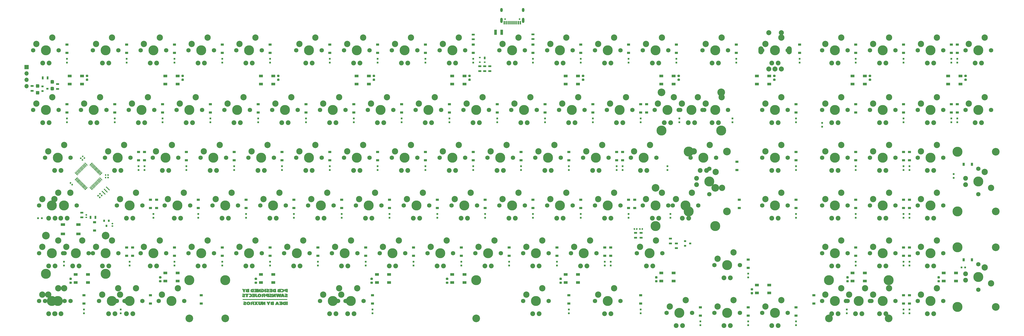
<source format=gbr>
%TF.GenerationSoftware,KiCad,Pcbnew,(5.1.10)-1*%
%TF.CreationDate,2022-05-13T21:34:30+07:00*%
%TF.ProjectId,Parallel,50617261-6c6c-4656-9c2e-6b696361645f,rev?*%
%TF.SameCoordinates,Original*%
%TF.FileFunction,Soldermask,Bot*%
%TF.FilePolarity,Negative*%
%FSLAX46Y46*%
G04 Gerber Fmt 4.6, Leading zero omitted, Abs format (unit mm)*
G04 Created by KiCad (PCBNEW (5.1.10)-1) date 2022-05-13 21:34:30*
%MOMM*%
%LPD*%
G01*
G04 APERTURE LIST*
%ADD10C,0.010000*%
%ADD11R,1.300000X0.700000*%
%ADD12R,0.700000X1.300000*%
%ADD13R,1.800000X1.100000*%
%ADD14R,0.800000X0.900000*%
%ADD15R,1.200000X0.900000*%
%ADD16R,0.900000X0.800000*%
%ADD17C,1.905000*%
%ADD18C,1.750000*%
%ADD19C,2.500000*%
%ADD20C,3.987800*%
%ADD21C,2.000000*%
%ADD22O,2.000000X3.200000*%
%ADD23R,0.750000X0.800000*%
%ADD24R,1.500000X1.000000*%
%ADD25C,3.048000*%
%ADD26C,0.100000*%
%ADD27R,0.900000X1.200000*%
%ADD28R,0.800000X0.750000*%
%ADD29O,1.700000X1.700000*%
%ADD30R,1.700000X1.700000*%
%ADD31R,1.140000X2.030000*%
%ADD32O,1.000000X1.600000*%
%ADD33O,1.000000X2.100000*%
%ADD34C,0.650000*%
%ADD35R,0.300000X1.450000*%
%ADD36R,0.600000X1.450000*%
%ADD37R,0.700000X1.000000*%
%ADD38R,0.700000X0.600000*%
G04 APERTURE END LIST*
D10*
%TO.C,G\u002A\u002A\u002A*%
G36*
X85431258Y-114474922D02*
G01*
X85529560Y-114655550D01*
X85606570Y-114797729D01*
X85664875Y-114907849D01*
X85707061Y-114992299D01*
X85735715Y-115057467D01*
X85753423Y-115109745D01*
X85762773Y-115155520D01*
X85766350Y-115201182D01*
X85766742Y-115253120D01*
X85766500Y-115302998D01*
X85766500Y-115509972D01*
X86274500Y-115509972D01*
X86274500Y-115130413D01*
X86502400Y-114716942D01*
X86730299Y-114303472D01*
X86460960Y-114296228D01*
X86349512Y-114294212D01*
X86258393Y-114294414D01*
X86198599Y-114296696D01*
X86180833Y-114299772D01*
X86166375Y-114326552D01*
X86137410Y-114388285D01*
X86099405Y-114473217D01*
X86086815Y-114502019D01*
X86003584Y-114693480D01*
X85921258Y-114492126D01*
X85838931Y-114290772D01*
X85331142Y-114290772D01*
X85431258Y-114474922D01*
G37*
X85431258Y-114474922D02*
X85529560Y-114655550D01*
X85606570Y-114797729D01*
X85664875Y-114907849D01*
X85707061Y-114992299D01*
X85735715Y-115057467D01*
X85753423Y-115109745D01*
X85762773Y-115155520D01*
X85766350Y-115201182D01*
X85766742Y-115253120D01*
X85766500Y-115302998D01*
X85766500Y-115509972D01*
X86274500Y-115509972D01*
X86274500Y-115130413D01*
X86502400Y-114716942D01*
X86730299Y-114303472D01*
X86460960Y-114296228D01*
X86349512Y-114294212D01*
X86258393Y-114294414D01*
X86198599Y-114296696D01*
X86180833Y-114299772D01*
X86166375Y-114326552D01*
X86137410Y-114388285D01*
X86099405Y-114473217D01*
X86086815Y-114502019D01*
X86003584Y-114693480D01*
X85921258Y-114492126D01*
X85838931Y-114290772D01*
X85331142Y-114290772D01*
X85431258Y-114474922D01*
G36*
X87538150Y-114295076D02*
G01*
X87358028Y-114298717D01*
X87220894Y-114303125D01*
X87118935Y-114309032D01*
X87044338Y-114317171D01*
X86989291Y-114328273D01*
X86945983Y-114343071D01*
X86925426Y-114352511D01*
X86834826Y-114421016D01*
X86780079Y-114511626D01*
X86761396Y-114612770D01*
X86778986Y-114712879D01*
X86833061Y-114800383D01*
X86916190Y-114860268D01*
X86931521Y-114877335D01*
X86909745Y-114891823D01*
X86867561Y-114920218D01*
X86812245Y-114968537D01*
X86801795Y-114978770D01*
X86754935Y-115037809D01*
X86734803Y-115104840D01*
X86731700Y-115167658D01*
X86738220Y-115251702D01*
X86765279Y-115313011D01*
X86815442Y-115370193D01*
X86866256Y-115414996D01*
X86922559Y-115449260D01*
X86991719Y-115474335D01*
X87081102Y-115491574D01*
X87198072Y-115502330D01*
X87349997Y-115507953D01*
X87544243Y-115509796D01*
X87576250Y-115509830D01*
X88052500Y-115509972D01*
X88052500Y-115233198D01*
X87547550Y-115233198D01*
X87399975Y-115225535D01*
X87317170Y-115219922D01*
X87272310Y-115209235D01*
X87252589Y-115186178D01*
X87245200Y-115143456D01*
X87244567Y-115137009D01*
X87255935Y-115062801D01*
X87307625Y-115018896D01*
X87400020Y-115005036D01*
X87437626Y-115006852D01*
X87496696Y-115014892D01*
X87525255Y-115036042D01*
X87536516Y-115085461D01*
X87539675Y-115123935D01*
X87547550Y-115233198D01*
X88052500Y-115233198D01*
X88052500Y-114776138D01*
X87547732Y-114776138D01*
X87412766Y-114768405D01*
X87333835Y-114761650D01*
X87292331Y-114748498D01*
X87274883Y-114722066D01*
X87270166Y-114694997D01*
X87281010Y-114624583D01*
X87332331Y-114583921D01*
X87422695Y-114574057D01*
X87434778Y-114574883D01*
X87498361Y-114583931D01*
X87527434Y-114607678D01*
X87538266Y-114662334D01*
X87539766Y-114679505D01*
X87547732Y-114776138D01*
X88052500Y-114776138D01*
X88052500Y-114286256D01*
X87538150Y-114295076D01*
G37*
X87538150Y-114295076D02*
X87358028Y-114298717D01*
X87220894Y-114303125D01*
X87118935Y-114309032D01*
X87044338Y-114317171D01*
X86989291Y-114328273D01*
X86945983Y-114343071D01*
X86925426Y-114352511D01*
X86834826Y-114421016D01*
X86780079Y-114511626D01*
X86761396Y-114612770D01*
X86778986Y-114712879D01*
X86833061Y-114800383D01*
X86916190Y-114860268D01*
X86931521Y-114877335D01*
X86909745Y-114891823D01*
X86867561Y-114920218D01*
X86812245Y-114968537D01*
X86801795Y-114978770D01*
X86754935Y-115037809D01*
X86734803Y-115104840D01*
X86731700Y-115167658D01*
X86738220Y-115251702D01*
X86765279Y-115313011D01*
X86815442Y-115370193D01*
X86866256Y-115414996D01*
X86922559Y-115449260D01*
X86991719Y-115474335D01*
X87081102Y-115491574D01*
X87198072Y-115502330D01*
X87349997Y-115507953D01*
X87544243Y-115509796D01*
X87576250Y-115509830D01*
X88052500Y-115509972D01*
X88052500Y-115233198D01*
X87547550Y-115233198D01*
X87399975Y-115225535D01*
X87317170Y-115219922D01*
X87272310Y-115209235D01*
X87252589Y-115186178D01*
X87245200Y-115143456D01*
X87244567Y-115137009D01*
X87255935Y-115062801D01*
X87307625Y-115018896D01*
X87400020Y-115005036D01*
X87437626Y-115006852D01*
X87496696Y-115014892D01*
X87525255Y-115036042D01*
X87536516Y-115085461D01*
X87539675Y-115123935D01*
X87547550Y-115233198D01*
X88052500Y-115233198D01*
X88052500Y-114776138D01*
X87547732Y-114776138D01*
X87412766Y-114768405D01*
X87333835Y-114761650D01*
X87292331Y-114748498D01*
X87274883Y-114722066D01*
X87270166Y-114694997D01*
X87281010Y-114624583D01*
X87332331Y-114583921D01*
X87422695Y-114574057D01*
X87434778Y-114574883D01*
X87498361Y-114583931D01*
X87527434Y-114607678D01*
X87538266Y-114662334D01*
X87539766Y-114679505D01*
X87547732Y-114776138D01*
X88052500Y-114776138D01*
X88052500Y-114286256D01*
X87538150Y-114295076D01*
G36*
X89506650Y-114295280D02*
G01*
X89338628Y-114299468D01*
X89212454Y-114304654D01*
X89119178Y-114311826D01*
X89049848Y-114321977D01*
X88995513Y-114336095D01*
X88947222Y-114355170D01*
X88941500Y-114357797D01*
X88805238Y-114443910D01*
X88708917Y-114558447D01*
X88651023Y-114704046D01*
X88630041Y-114883343D01*
X88629912Y-114900372D01*
X88647752Y-115081866D01*
X88702722Y-115230445D01*
X88797000Y-115350057D01*
X88928800Y-115442535D01*
X88969873Y-115462282D01*
X89014684Y-115476943D01*
X89071769Y-115487473D01*
X89149666Y-115494823D01*
X89256911Y-115499945D01*
X89402041Y-115503793D01*
X89493950Y-115505581D01*
X89957500Y-115514006D01*
X89957500Y-114620972D01*
X89449500Y-114620972D01*
X89449500Y-115179772D01*
X89352755Y-115179772D01*
X89275524Y-115170638D01*
X89213493Y-115148267D01*
X89207692Y-115144441D01*
X89179659Y-115111643D01*
X89161983Y-115055429D01*
X89151402Y-114963829D01*
X89149263Y-114930161D01*
X89145485Y-114833898D01*
X89149935Y-114772645D01*
X89166122Y-114730830D01*
X89197556Y-114692882D01*
X89204271Y-114686092D01*
X89286640Y-114632190D01*
X89359446Y-114620972D01*
X89449500Y-114620972D01*
X89957500Y-114620972D01*
X89957500Y-114285837D01*
X89506650Y-114295280D01*
G37*
X89506650Y-114295280D02*
X89338628Y-114299468D01*
X89212454Y-114304654D01*
X89119178Y-114311826D01*
X89049848Y-114321977D01*
X88995513Y-114336095D01*
X88947222Y-114355170D01*
X88941500Y-114357797D01*
X88805238Y-114443910D01*
X88708917Y-114558447D01*
X88651023Y-114704046D01*
X88630041Y-114883343D01*
X88629912Y-114900372D01*
X88647752Y-115081866D01*
X88702722Y-115230445D01*
X88797000Y-115350057D01*
X88928800Y-115442535D01*
X88969873Y-115462282D01*
X89014684Y-115476943D01*
X89071769Y-115487473D01*
X89149666Y-115494823D01*
X89256911Y-115499945D01*
X89402041Y-115503793D01*
X89493950Y-115505581D01*
X89957500Y-115514006D01*
X89957500Y-114620972D01*
X89449500Y-114620972D01*
X89449500Y-115179772D01*
X89352755Y-115179772D01*
X89275524Y-115170638D01*
X89213493Y-115148267D01*
X89207692Y-115144441D01*
X89179659Y-115111643D01*
X89161983Y-115055429D01*
X89151402Y-114963829D01*
X89149263Y-114930161D01*
X89145485Y-114833898D01*
X89149935Y-114772645D01*
X89166122Y-114730830D01*
X89197556Y-114692882D01*
X89204271Y-114686092D01*
X89286640Y-114632190D01*
X89359446Y-114620972D01*
X89449500Y-114620972D01*
X89957500Y-114620972D01*
X89957500Y-114285837D01*
X89506650Y-114295280D01*
G36*
X90517144Y-114291214D02*
G01*
X90371344Y-114292453D01*
X90251172Y-114294358D01*
X90163795Y-114296798D01*
X90116383Y-114299643D01*
X90109900Y-114301211D01*
X90118262Y-114328623D01*
X90139952Y-114389090D01*
X90163928Y-114452833D01*
X90217955Y-114594015D01*
X90513178Y-114601143D01*
X90808400Y-114608272D01*
X90808400Y-114671772D01*
X90806849Y-114699794D01*
X90796236Y-114718324D01*
X90767618Y-114729679D01*
X90712056Y-114736173D01*
X90620609Y-114740121D01*
X90535350Y-114742481D01*
X90262300Y-114749690D01*
X90262300Y-115025653D01*
X90535350Y-115032862D01*
X90808400Y-115040072D01*
X90808400Y-115192472D01*
X90513178Y-115199600D01*
X90217955Y-115206728D01*
X90163928Y-115347910D01*
X90135145Y-115424739D01*
X90115547Y-115480143D01*
X90109900Y-115499532D01*
X90134105Y-115502532D01*
X90201941Y-115505196D01*
X90306238Y-115507391D01*
X90439828Y-115508987D01*
X90595542Y-115509853D01*
X90681400Y-115509972D01*
X91252900Y-115509972D01*
X91252900Y-114290772D01*
X90681400Y-114290772D01*
X90517144Y-114291214D01*
G37*
X90517144Y-114291214D02*
X90371344Y-114292453D01*
X90251172Y-114294358D01*
X90163795Y-114296798D01*
X90116383Y-114299643D01*
X90109900Y-114301211D01*
X90118262Y-114328623D01*
X90139952Y-114389090D01*
X90163928Y-114452833D01*
X90217955Y-114594015D01*
X90513178Y-114601143D01*
X90808400Y-114608272D01*
X90808400Y-114671772D01*
X90806849Y-114699794D01*
X90796236Y-114718324D01*
X90767618Y-114729679D01*
X90712056Y-114736173D01*
X90620609Y-114740121D01*
X90535350Y-114742481D01*
X90262300Y-114749690D01*
X90262300Y-115025653D01*
X90535350Y-115032862D01*
X90808400Y-115040072D01*
X90808400Y-115192472D01*
X90513178Y-115199600D01*
X90217955Y-115206728D01*
X90163928Y-115347910D01*
X90135145Y-115424739D01*
X90115547Y-115480143D01*
X90109900Y-115499532D01*
X90134105Y-115502532D01*
X90201941Y-115505196D01*
X90306238Y-115507391D01*
X90439828Y-115508987D01*
X90595542Y-115509853D01*
X90681400Y-115509972D01*
X91252900Y-115509972D01*
X91252900Y-114290772D01*
X90681400Y-114290772D01*
X90517144Y-114291214D01*
G36*
X92402250Y-114296262D02*
G01*
X92129200Y-114303472D01*
X91824400Y-114887672D01*
X91810088Y-114290772D01*
X91379900Y-114290772D01*
X91379900Y-115511690D01*
X91922548Y-115497272D01*
X92230800Y-114913072D01*
X92237957Y-115211522D01*
X92245113Y-115509972D01*
X92675300Y-115509972D01*
X92675300Y-114289053D01*
X92402250Y-114296262D01*
G37*
X92402250Y-114296262D02*
X92129200Y-114303472D01*
X91824400Y-114887672D01*
X91810088Y-114290772D01*
X91379900Y-114290772D01*
X91379900Y-115511690D01*
X91922548Y-115497272D01*
X92230800Y-114913072D01*
X92237957Y-115211522D01*
X92245113Y-115509972D01*
X92675300Y-115509972D01*
X92675300Y-114289053D01*
X92402250Y-114296262D01*
G36*
X93014332Y-114270552D02*
G01*
X92807263Y-114278072D01*
X92919563Y-114557472D01*
X93193149Y-114573068D01*
X93345814Y-114585652D01*
X93456506Y-114606145D01*
X93533924Y-114638854D01*
X93586769Y-114688087D01*
X93623740Y-114758151D01*
X93635791Y-114792226D01*
X93655504Y-114918705D01*
X93633415Y-115030520D01*
X93575014Y-115119895D01*
X93485791Y-115179052D01*
X93371236Y-115200213D01*
X93348400Y-115199391D01*
X93282578Y-115191168D01*
X93251777Y-115170134D01*
X93240218Y-115123635D01*
X93238969Y-115111641D01*
X93238452Y-115055978D01*
X93261326Y-115031690D01*
X93315169Y-115022741D01*
X93368340Y-115013635D01*
X93394137Y-114989732D01*
X93404674Y-114935727D01*
X93407011Y-114906722D01*
X93414821Y-114798772D01*
X92802300Y-114798772D01*
X92802300Y-115509972D01*
X93202350Y-115509142D01*
X93370049Y-115507544D01*
X93497120Y-115502947D01*
X93593691Y-115494457D01*
X93669892Y-115481178D01*
X93735851Y-115462216D01*
X93736623Y-115461950D01*
X93825071Y-115424669D01*
X93902526Y-115380735D01*
X93932834Y-115357352D01*
X94006381Y-115257158D01*
X94056829Y-115124597D01*
X94082664Y-114973286D01*
X94082375Y-114816844D01*
X94054449Y-114668887D01*
X94019107Y-114580472D01*
X93950040Y-114474420D01*
X93862175Y-114396032D01*
X93747120Y-114340821D01*
X93596485Y-114304297D01*
X93472635Y-114288162D01*
X93333482Y-114277437D01*
X93183588Y-114270942D01*
X93049333Y-114269692D01*
X93014332Y-114270552D01*
G37*
X93014332Y-114270552D02*
X92807263Y-114278072D01*
X92919563Y-114557472D01*
X93193149Y-114573068D01*
X93345814Y-114585652D01*
X93456506Y-114606145D01*
X93533924Y-114638854D01*
X93586769Y-114688087D01*
X93623740Y-114758151D01*
X93635791Y-114792226D01*
X93655504Y-114918705D01*
X93633415Y-115030520D01*
X93575014Y-115119895D01*
X93485791Y-115179052D01*
X93371236Y-115200213D01*
X93348400Y-115199391D01*
X93282578Y-115191168D01*
X93251777Y-115170134D01*
X93240218Y-115123635D01*
X93238969Y-115111641D01*
X93238452Y-115055978D01*
X93261326Y-115031690D01*
X93315169Y-115022741D01*
X93368340Y-115013635D01*
X93394137Y-114989732D01*
X93404674Y-114935727D01*
X93407011Y-114906722D01*
X93414821Y-114798772D01*
X92802300Y-114798772D01*
X92802300Y-115509972D01*
X93202350Y-115509142D01*
X93370049Y-115507544D01*
X93497120Y-115502947D01*
X93593691Y-115494457D01*
X93669892Y-115481178D01*
X93735851Y-115462216D01*
X93736623Y-115461950D01*
X93825071Y-115424669D01*
X93902526Y-115380735D01*
X93932834Y-115357352D01*
X94006381Y-115257158D01*
X94056829Y-115124597D01*
X94082664Y-114973286D01*
X94082375Y-114816844D01*
X94054449Y-114668887D01*
X94019107Y-114580472D01*
X93950040Y-114474420D01*
X93862175Y-114396032D01*
X93747120Y-114340821D01*
X93596485Y-114304297D01*
X93472635Y-114288162D01*
X93333482Y-114277437D01*
X93183588Y-114270942D01*
X93049333Y-114269692D01*
X93014332Y-114270552D01*
G36*
X94224700Y-115509972D02*
G01*
X94732700Y-115509972D01*
X94732700Y-114290772D01*
X94224700Y-114290772D01*
X94224700Y-115509972D01*
G37*
X94224700Y-115509972D02*
X94732700Y-115509972D01*
X94732700Y-114290772D01*
X94224700Y-114290772D01*
X94224700Y-115509972D01*
G36*
X94955136Y-114455872D02*
G01*
X95020640Y-114620972D01*
X95267260Y-114620972D01*
X95402141Y-114624295D01*
X95492959Y-114635970D01*
X95546122Y-114658556D01*
X95568037Y-114694609D01*
X95566393Y-114740401D01*
X95554947Y-114762965D01*
X95524469Y-114778382D01*
X95465343Y-114789064D01*
X95367957Y-114797422D01*
X95329346Y-114799867D01*
X95168553Y-114816566D01*
X95051052Y-114846059D01*
X94970377Y-114890896D01*
X94920062Y-114953628D01*
X94915446Y-114963162D01*
X94886881Y-115078328D01*
X94892893Y-115205487D01*
X94929850Y-115327022D01*
X94994117Y-115425313D01*
X95014792Y-115444839D01*
X95043721Y-115468032D01*
X95072538Y-115484940D01*
X95109365Y-115496556D01*
X95162324Y-115503874D01*
X95239538Y-115507886D01*
X95349127Y-115509586D01*
X95499214Y-115509966D01*
X95547449Y-115509972D01*
X96002700Y-115509972D01*
X96002700Y-115205172D01*
X95699978Y-115205172D01*
X95577866Y-115203926D01*
X95472108Y-115200540D01*
X95394372Y-115195537D01*
X95357078Y-115189754D01*
X95325314Y-115154952D01*
X95316900Y-115116272D01*
X95324287Y-115075300D01*
X95352118Y-115048906D01*
X95408901Y-115034145D01*
X95503142Y-115028074D01*
X95573794Y-115027372D01*
X95737650Y-115015545D01*
X95859117Y-114978226D01*
X95941232Y-114912654D01*
X95987034Y-114816072D01*
X95999564Y-114685718D01*
X95997513Y-114642647D01*
X95983528Y-114539516D01*
X95955569Y-114468369D01*
X95924905Y-114428406D01*
X95876137Y-114380151D01*
X95827337Y-114344646D01*
X95769847Y-114319961D01*
X95695005Y-114304163D01*
X95594152Y-114295322D01*
X95458628Y-114291506D01*
X95307727Y-114290772D01*
X94889631Y-114290772D01*
X94955136Y-114455872D01*
G37*
X94955136Y-114455872D02*
X95020640Y-114620972D01*
X95267260Y-114620972D01*
X95402141Y-114624295D01*
X95492959Y-114635970D01*
X95546122Y-114658556D01*
X95568037Y-114694609D01*
X95566393Y-114740401D01*
X95554947Y-114762965D01*
X95524469Y-114778382D01*
X95465343Y-114789064D01*
X95367957Y-114797422D01*
X95329346Y-114799867D01*
X95168553Y-114816566D01*
X95051052Y-114846059D01*
X94970377Y-114890896D01*
X94920062Y-114953628D01*
X94915446Y-114963162D01*
X94886881Y-115078328D01*
X94892893Y-115205487D01*
X94929850Y-115327022D01*
X94994117Y-115425313D01*
X95014792Y-115444839D01*
X95043721Y-115468032D01*
X95072538Y-115484940D01*
X95109365Y-115496556D01*
X95162324Y-115503874D01*
X95239538Y-115507886D01*
X95349127Y-115509586D01*
X95499214Y-115509966D01*
X95547449Y-115509972D01*
X96002700Y-115509972D01*
X96002700Y-115205172D01*
X95699978Y-115205172D01*
X95577866Y-115203926D01*
X95472108Y-115200540D01*
X95394372Y-115195537D01*
X95357078Y-115189754D01*
X95325314Y-115154952D01*
X95316900Y-115116272D01*
X95324287Y-115075300D01*
X95352118Y-115048906D01*
X95408901Y-115034145D01*
X95503142Y-115028074D01*
X95573794Y-115027372D01*
X95737650Y-115015545D01*
X95859117Y-114978226D01*
X95941232Y-114912654D01*
X95987034Y-114816072D01*
X95999564Y-114685718D01*
X95997513Y-114642647D01*
X95983528Y-114539516D01*
X95955569Y-114468369D01*
X95924905Y-114428406D01*
X95876137Y-114380151D01*
X95827337Y-114344646D01*
X95769847Y-114319961D01*
X95695005Y-114304163D01*
X95594152Y-114295322D01*
X95458628Y-114291506D01*
X95307727Y-114290772D01*
X94889631Y-114290772D01*
X94955136Y-114455872D01*
G36*
X96207887Y-114422812D02*
G01*
X96238781Y-114499247D01*
X96263122Y-114556002D01*
X96272516Y-114575212D01*
X96301447Y-114583282D01*
X96370532Y-114589840D01*
X96469131Y-114594169D01*
X96575700Y-114595572D01*
X96866300Y-114595572D01*
X96866300Y-114747972D01*
X96307500Y-114747972D01*
X96307500Y-115025653D01*
X96580550Y-115032862D01*
X96853600Y-115040072D01*
X96861560Y-115122622D01*
X96869519Y-115205172D01*
X96577309Y-115205172D01*
X96460745Y-115206840D01*
X96363977Y-115211373D01*
X96297612Y-115218062D01*
X96272516Y-115225531D01*
X96256817Y-115258965D01*
X96229746Y-115323444D01*
X96207887Y-115377931D01*
X96155842Y-115509972D01*
X97298100Y-115509972D01*
X97298100Y-114290772D01*
X96155842Y-114290772D01*
X96207887Y-114422812D01*
G37*
X96207887Y-114422812D02*
X96238781Y-114499247D01*
X96263122Y-114556002D01*
X96272516Y-114575212D01*
X96301447Y-114583282D01*
X96370532Y-114589840D01*
X96469131Y-114594169D01*
X96575700Y-114595572D01*
X96866300Y-114595572D01*
X96866300Y-114747972D01*
X96307500Y-114747972D01*
X96307500Y-115025653D01*
X96580550Y-115032862D01*
X96853600Y-115040072D01*
X96861560Y-115122622D01*
X96869519Y-115205172D01*
X96577309Y-115205172D01*
X96460745Y-115206840D01*
X96363977Y-115211373D01*
X96297612Y-115218062D01*
X96272516Y-115225531D01*
X96256817Y-115258965D01*
X96229746Y-115323444D01*
X96207887Y-115377931D01*
X96155842Y-115509972D01*
X97298100Y-115509972D01*
X97298100Y-114290772D01*
X96155842Y-114290772D01*
X96207887Y-114422812D01*
G36*
X98261060Y-114292599D02*
G01*
X98122100Y-114297603D01*
X98002793Y-114305062D01*
X97917224Y-114314259D01*
X97904817Y-114316351D01*
X97741551Y-114368645D01*
X97613654Y-114457154D01*
X97522210Y-114580612D01*
X97468298Y-114737752D01*
X97454660Y-114843701D01*
X97460169Y-115031295D01*
X97503367Y-115186858D01*
X97585175Y-115313411D01*
X97603863Y-115333134D01*
X97671184Y-115392796D01*
X97743353Y-115437781D01*
X97828601Y-115470005D01*
X97935155Y-115491387D01*
X98071246Y-115503842D01*
X98245102Y-115509289D01*
X98363075Y-115509992D01*
X98784000Y-115510012D01*
X98776771Y-114900372D01*
X98263300Y-114900372D01*
X98263300Y-115179772D01*
X98163515Y-115179772D01*
X98088400Y-115170309D01*
X98031859Y-115146884D01*
X98025326Y-115141368D01*
X97990661Y-115078415D01*
X97970770Y-114984258D01*
X97967743Y-114876882D01*
X97982977Y-114776800D01*
X98023865Y-114687783D01*
X98092065Y-114637589D01*
X98194876Y-114621011D01*
X98201454Y-114620972D01*
X98228456Y-114622473D01*
X98246171Y-114632871D01*
X98256556Y-114661010D01*
X98261568Y-114715734D01*
X98263166Y-114805884D01*
X98263300Y-114900372D01*
X98776771Y-114900372D01*
X98769542Y-114290772D01*
X98405588Y-114290772D01*
X98261060Y-114292599D01*
G37*
X98261060Y-114292599D02*
X98122100Y-114297603D01*
X98002793Y-114305062D01*
X97917224Y-114314259D01*
X97904817Y-114316351D01*
X97741551Y-114368645D01*
X97613654Y-114457154D01*
X97522210Y-114580612D01*
X97468298Y-114737752D01*
X97454660Y-114843701D01*
X97460169Y-115031295D01*
X97503367Y-115186858D01*
X97585175Y-115313411D01*
X97603863Y-115333134D01*
X97671184Y-115392796D01*
X97743353Y-115437781D01*
X97828601Y-115470005D01*
X97935155Y-115491387D01*
X98071246Y-115503842D01*
X98245102Y-115509289D01*
X98363075Y-115509992D01*
X98784000Y-115510012D01*
X98776771Y-114900372D01*
X98263300Y-114900372D01*
X98263300Y-115179772D01*
X98163515Y-115179772D01*
X98088400Y-115170309D01*
X98031859Y-115146884D01*
X98025326Y-115141368D01*
X97990661Y-115078415D01*
X97970770Y-114984258D01*
X97967743Y-114876882D01*
X97982977Y-114776800D01*
X98023865Y-114687783D01*
X98092065Y-114637589D01*
X98194876Y-114621011D01*
X98201454Y-114620972D01*
X98228456Y-114622473D01*
X98246171Y-114632871D01*
X98256556Y-114661010D01*
X98261568Y-114715734D01*
X98263166Y-114805884D01*
X98263300Y-114900372D01*
X98776771Y-114900372D01*
X98769542Y-114290772D01*
X98405588Y-114290772D01*
X98261060Y-114292599D01*
G36*
X100161950Y-114294864D02*
G01*
X99984204Y-114298281D01*
X99849331Y-114302304D01*
X99749405Y-114307725D01*
X99676500Y-114315338D01*
X99622689Y-114325933D01*
X99580047Y-114340304D01*
X99546000Y-114356423D01*
X99458054Y-114425970D01*
X99404960Y-114517058D01*
X99386939Y-114617997D01*
X99404213Y-114717097D01*
X99457004Y-114802668D01*
X99536475Y-114859097D01*
X99558019Y-114875980D01*
X99537945Y-114890357D01*
X99439627Y-114958402D01*
X99381148Y-115055874D01*
X99361768Y-115148885D01*
X99357022Y-115229641D01*
X99367525Y-115282688D01*
X99400948Y-115330549D01*
X99436071Y-115367022D01*
X99512082Y-115427184D01*
X99597399Y-115472838D01*
X99623392Y-115481812D01*
X99682238Y-115491038D01*
X99782104Y-115498924D01*
X99913218Y-115504994D01*
X100065808Y-115508773D01*
X100200050Y-115509830D01*
X100676300Y-115509972D01*
X100676300Y-115233198D01*
X100171350Y-115233198D01*
X100023775Y-115225535D01*
X99940970Y-115219922D01*
X99896110Y-115209235D01*
X99876389Y-115186178D01*
X99869000Y-115143456D01*
X99868367Y-115137009D01*
X99879735Y-115062801D01*
X99931425Y-115018896D01*
X100023820Y-115005036D01*
X100061426Y-115006852D01*
X100120496Y-115014892D01*
X100149055Y-115036042D01*
X100160316Y-115085461D01*
X100163475Y-115123935D01*
X100171350Y-115233198D01*
X100676300Y-115233198D01*
X100676300Y-114776155D01*
X100168300Y-114776155D01*
X100050252Y-114768413D01*
X99953201Y-114750931D01*
X99904332Y-114716222D01*
X99888770Y-114657707D01*
X99919279Y-114611979D01*
X99991932Y-114582836D01*
X100050252Y-114575130D01*
X100168300Y-114567388D01*
X100168300Y-114776155D01*
X100676300Y-114776155D01*
X100676300Y-114286256D01*
X100161950Y-114294864D01*
G37*
X100161950Y-114294864D02*
X99984204Y-114298281D01*
X99849331Y-114302304D01*
X99749405Y-114307725D01*
X99676500Y-114315338D01*
X99622689Y-114325933D01*
X99580047Y-114340304D01*
X99546000Y-114356423D01*
X99458054Y-114425970D01*
X99404960Y-114517058D01*
X99386939Y-114617997D01*
X99404213Y-114717097D01*
X99457004Y-114802668D01*
X99536475Y-114859097D01*
X99558019Y-114875980D01*
X99537945Y-114890357D01*
X99439627Y-114958402D01*
X99381148Y-115055874D01*
X99361768Y-115148885D01*
X99357022Y-115229641D01*
X99367525Y-115282688D01*
X99400948Y-115330549D01*
X99436071Y-115367022D01*
X99512082Y-115427184D01*
X99597399Y-115472838D01*
X99623392Y-115481812D01*
X99682238Y-115491038D01*
X99782104Y-115498924D01*
X99913218Y-115504994D01*
X100065808Y-115508773D01*
X100200050Y-115509830D01*
X100676300Y-115509972D01*
X100676300Y-115233198D01*
X100171350Y-115233198D01*
X100023775Y-115225535D01*
X99940970Y-115219922D01*
X99896110Y-115209235D01*
X99876389Y-115186178D01*
X99869000Y-115143456D01*
X99868367Y-115137009D01*
X99879735Y-115062801D01*
X99931425Y-115018896D01*
X100023820Y-115005036D01*
X100061426Y-115006852D01*
X100120496Y-115014892D01*
X100149055Y-115036042D01*
X100160316Y-115085461D01*
X100163475Y-115123935D01*
X100171350Y-115233198D01*
X100676300Y-115233198D01*
X100676300Y-114776155D01*
X100168300Y-114776155D01*
X100050252Y-114768413D01*
X99953201Y-114750931D01*
X99904332Y-114716222D01*
X99888770Y-114657707D01*
X99919279Y-114611979D01*
X99991932Y-114582836D01*
X100050252Y-114575130D01*
X100168300Y-114567388D01*
X100168300Y-114776155D01*
X100676300Y-114776155D01*
X100676300Y-114286256D01*
X100161950Y-114294864D01*
G36*
X100871001Y-114449985D02*
G01*
X100936344Y-114614679D01*
X101128355Y-114627001D01*
X101253128Y-114640753D01*
X101335692Y-114668497D01*
X101384324Y-114718582D01*
X101407299Y-114799356D01*
X101412900Y-114914042D01*
X101410525Y-115005281D01*
X101400022Y-115061946D01*
X101376324Y-115100172D01*
X101345975Y-115127128D01*
X101302655Y-115154277D01*
X101248793Y-115170366D01*
X101170600Y-115177994D01*
X101066575Y-115179772D01*
X100854100Y-115179772D01*
X100854100Y-115509972D01*
X101177950Y-115508857D01*
X101362012Y-115504431D01*
X101502621Y-115492755D01*
X101596492Y-115474115D01*
X101603400Y-115471802D01*
X101708019Y-115414109D01*
X101806688Y-115324446D01*
X101883849Y-115219260D01*
X101918677Y-115138537D01*
X101939041Y-115022690D01*
X101945051Y-114889031D01*
X101936771Y-114760592D01*
X101917393Y-114669212D01*
X101845152Y-114527163D01*
X101736797Y-114412202D01*
X101659079Y-114361546D01*
X101610027Y-114338980D01*
X101556159Y-114322750D01*
X101487304Y-114311456D01*
X101393292Y-114303701D01*
X101263953Y-114298086D01*
X101179129Y-114295541D01*
X100805657Y-114285292D01*
X100871001Y-114449985D01*
G37*
X100871001Y-114449985D02*
X100936344Y-114614679D01*
X101128355Y-114627001D01*
X101253128Y-114640753D01*
X101335692Y-114668497D01*
X101384324Y-114718582D01*
X101407299Y-114799356D01*
X101412900Y-114914042D01*
X101410525Y-115005281D01*
X101400022Y-115061946D01*
X101376324Y-115100172D01*
X101345975Y-115127128D01*
X101302655Y-115154277D01*
X101248793Y-115170366D01*
X101170600Y-115177994D01*
X101066575Y-115179772D01*
X100854100Y-115179772D01*
X100854100Y-115509972D01*
X101177950Y-115508857D01*
X101362012Y-115504431D01*
X101502621Y-115492755D01*
X101596492Y-115474115D01*
X101603400Y-115471802D01*
X101708019Y-115414109D01*
X101806688Y-115324446D01*
X101883849Y-115219260D01*
X101918677Y-115138537D01*
X101939041Y-115022690D01*
X101945051Y-114889031D01*
X101936771Y-114760592D01*
X101917393Y-114669212D01*
X101845152Y-114527163D01*
X101736797Y-114412202D01*
X101659079Y-114361546D01*
X101610027Y-114338980D01*
X101556159Y-114322750D01*
X101487304Y-114311456D01*
X101393292Y-114303701D01*
X101263953Y-114298086D01*
X101179129Y-114295541D01*
X100805657Y-114285292D01*
X100871001Y-114449985D01*
G36*
X102827606Y-114292672D02*
G01*
X102685405Y-114297896D01*
X102562730Y-114305728D01*
X102472662Y-114315452D01*
X102449201Y-114319602D01*
X102307758Y-114372393D01*
X102201122Y-114460364D01*
X102131864Y-114579435D01*
X102102555Y-114725524D01*
X102109551Y-114858791D01*
X102149142Y-114997520D01*
X102223153Y-115104587D01*
X102334274Y-115181975D01*
X102485195Y-115231668D01*
X102644800Y-115253465D01*
X102848000Y-115268672D01*
X102863484Y-115509972D01*
X103368700Y-115509972D01*
X103368700Y-114620972D01*
X102860700Y-114620972D01*
X102860700Y-114925772D01*
X102764180Y-114925772D01*
X102693065Y-114918189D01*
X102642343Y-114899521D01*
X102637180Y-114895292D01*
X102612314Y-114840703D01*
X102608845Y-114765158D01*
X102625781Y-114693302D01*
X102646615Y-114660886D01*
X102698857Y-114633182D01*
X102770410Y-114620998D01*
X102773615Y-114620972D01*
X102860700Y-114620972D01*
X103368700Y-114620972D01*
X103368700Y-114290772D01*
X102976251Y-114290772D01*
X102827606Y-114292672D01*
G37*
X102827606Y-114292672D02*
X102685405Y-114297896D01*
X102562730Y-114305728D01*
X102472662Y-114315452D01*
X102449201Y-114319602D01*
X102307758Y-114372393D01*
X102201122Y-114460364D01*
X102131864Y-114579435D01*
X102102555Y-114725524D01*
X102109551Y-114858791D01*
X102149142Y-114997520D01*
X102223153Y-115104587D01*
X102334274Y-115181975D01*
X102485195Y-115231668D01*
X102644800Y-115253465D01*
X102848000Y-115268672D01*
X102863484Y-115509972D01*
X103368700Y-115509972D01*
X103368700Y-114620972D01*
X102860700Y-114620972D01*
X102860700Y-114925772D01*
X102764180Y-114925772D01*
X102693065Y-114918189D01*
X102642343Y-114899521D01*
X102637180Y-114895292D01*
X102612314Y-114840703D01*
X102608845Y-114765158D01*
X102625781Y-114693302D01*
X102646615Y-114660886D01*
X102698857Y-114633182D01*
X102770410Y-114620998D01*
X102773615Y-114620972D01*
X102860700Y-114620972D01*
X103368700Y-114620972D01*
X103368700Y-114290772D01*
X102976251Y-114290772D01*
X102827606Y-114292672D01*
G36*
X85796121Y-116226251D02*
G01*
X85755344Y-116226908D01*
X85338168Y-116233872D01*
X85475894Y-116564072D01*
X86020500Y-116578490D01*
X86020500Y-116653347D01*
X86017191Y-116692710D01*
X86001831Y-116719953D01*
X85966271Y-116737767D01*
X85902363Y-116748841D01*
X85801957Y-116755866D01*
X85697058Y-116760121D01*
X85590211Y-116765588D01*
X85520084Y-116775225D01*
X85472599Y-116792847D01*
X85433678Y-116822265D01*
X85420497Y-116835030D01*
X85362802Y-116925915D01*
X85337831Y-117039671D01*
X85343955Y-117161742D01*
X85379549Y-117277573D01*
X85442984Y-117372608D01*
X85484507Y-117407693D01*
X85518345Y-117428659D01*
X85553713Y-117443870D01*
X85599052Y-117454245D01*
X85662802Y-117460703D01*
X85753405Y-117464163D01*
X85879302Y-117465545D01*
X86017907Y-117465772D01*
X86465000Y-117465772D01*
X86465000Y-117160972D01*
X86158705Y-117160972D01*
X86002056Y-117158238D01*
X85890321Y-117148913D01*
X85817851Y-117131308D01*
X85778996Y-117103738D01*
X85768108Y-117064515D01*
X85770355Y-117044993D01*
X85780262Y-117021745D01*
X85805767Y-117005890D01*
X85856431Y-116995038D01*
X85941818Y-116986798D01*
X86024473Y-116981475D01*
X86172981Y-116968056D01*
X86280276Y-116945152D01*
X86355686Y-116908400D01*
X86408538Y-116853438D01*
X86444413Y-116785071D01*
X86469687Y-116677910D01*
X86469278Y-116556587D01*
X86444727Y-116443987D01*
X86417696Y-116388042D01*
X86367907Y-116335434D01*
X86295946Y-116283853D01*
X86273939Y-116271685D01*
X86231502Y-116252293D01*
X86186463Y-116238688D01*
X86129612Y-116230077D01*
X86051744Y-116225664D01*
X85943649Y-116224653D01*
X85796121Y-116226251D01*
G37*
X85796121Y-116226251D02*
X85755344Y-116226908D01*
X85338168Y-116233872D01*
X85475894Y-116564072D01*
X86020500Y-116578490D01*
X86020500Y-116653347D01*
X86017191Y-116692710D01*
X86001831Y-116719953D01*
X85966271Y-116737767D01*
X85902363Y-116748841D01*
X85801957Y-116755866D01*
X85697058Y-116760121D01*
X85590211Y-116765588D01*
X85520084Y-116775225D01*
X85472599Y-116792847D01*
X85433678Y-116822265D01*
X85420497Y-116835030D01*
X85362802Y-116925915D01*
X85337831Y-117039671D01*
X85343955Y-117161742D01*
X85379549Y-117277573D01*
X85442984Y-117372608D01*
X85484507Y-117407693D01*
X85518345Y-117428659D01*
X85553713Y-117443870D01*
X85599052Y-117454245D01*
X85662802Y-117460703D01*
X85753405Y-117464163D01*
X85879302Y-117465545D01*
X86017907Y-117465772D01*
X86465000Y-117465772D01*
X86465000Y-117160972D01*
X86158705Y-117160972D01*
X86002056Y-117158238D01*
X85890321Y-117148913D01*
X85817851Y-117131308D01*
X85778996Y-117103738D01*
X85768108Y-117064515D01*
X85770355Y-117044993D01*
X85780262Y-117021745D01*
X85805767Y-117005890D01*
X85856431Y-116995038D01*
X85941818Y-116986798D01*
X86024473Y-116981475D01*
X86172981Y-116968056D01*
X86280276Y-116945152D01*
X86355686Y-116908400D01*
X86408538Y-116853438D01*
X86444413Y-116785071D01*
X86469687Y-116677910D01*
X86469278Y-116556587D01*
X86444727Y-116443987D01*
X86417696Y-116388042D01*
X86367907Y-116335434D01*
X86295946Y-116283853D01*
X86273939Y-116271685D01*
X86231502Y-116252293D01*
X86186463Y-116238688D01*
X86129612Y-116230077D01*
X86051744Y-116225664D01*
X85943649Y-116224653D01*
X85796121Y-116226251D01*
G36*
X87006846Y-116221921D02*
G01*
X86844214Y-116224033D01*
X86705974Y-116227307D01*
X86598678Y-116231541D01*
X86528877Y-116236533D01*
X86503124Y-116242081D01*
X86503100Y-116242257D01*
X86512040Y-116275223D01*
X86535345Y-116340239D01*
X86564158Y-116413707D01*
X86625216Y-116564072D01*
X86767358Y-116571689D01*
X86909500Y-116579307D01*
X86909500Y-117465772D01*
X87442900Y-117465772D01*
X87442900Y-116579307D01*
X87587067Y-116571689D01*
X87731234Y-116564072D01*
X87871536Y-116221172D01*
X87187318Y-116221172D01*
X87006846Y-116221921D01*
G37*
X87006846Y-116221921D02*
X86844214Y-116224033D01*
X86705974Y-116227307D01*
X86598678Y-116231541D01*
X86528877Y-116236533D01*
X86503124Y-116242081D01*
X86503100Y-116242257D01*
X86512040Y-116275223D01*
X86535345Y-116340239D01*
X86564158Y-116413707D01*
X86625216Y-116564072D01*
X86767358Y-116571689D01*
X86909500Y-116579307D01*
X86909500Y-117465772D01*
X87442900Y-117465772D01*
X87442900Y-116579307D01*
X87587067Y-116571689D01*
X87731234Y-116564072D01*
X87871536Y-116221172D01*
X87187318Y-116221172D01*
X87006846Y-116221921D01*
G36*
X88170549Y-116564072D02*
G01*
X88364711Y-116576772D01*
X88487458Y-116589681D01*
X88568889Y-116614062D01*
X88618312Y-116657146D01*
X88645031Y-116726162D01*
X88656150Y-116803181D01*
X88658044Y-116927021D01*
X88633229Y-117017837D01*
X88576813Y-117079781D01*
X88483907Y-117117005D01*
X88349619Y-117133660D01*
X88264610Y-117135572D01*
X88077900Y-117135572D01*
X88077900Y-117465772D01*
X88401750Y-117464657D01*
X88583650Y-117460326D01*
X88723258Y-117448943D01*
X88816779Y-117430837D01*
X88825732Y-117427872D01*
X88956676Y-117365831D01*
X89054187Y-117279771D01*
X89119300Y-117184121D01*
X89152073Y-117118301D01*
X89171378Y-117052773D01*
X89180519Y-116970474D01*
X89182800Y-116856172D01*
X89179759Y-116734404D01*
X89168464Y-116644892D01*
X89145655Y-116569336D01*
X89122573Y-116517946D01*
X89062143Y-116419570D01*
X88985492Y-116344073D01*
X88886174Y-116289017D01*
X88757744Y-116251964D01*
X88593756Y-116230473D01*
X88387765Y-116222108D01*
X88339833Y-116221792D01*
X88030265Y-116221172D01*
X88170549Y-116564072D01*
G37*
X88170549Y-116564072D02*
X88364711Y-116576772D01*
X88487458Y-116589681D01*
X88568889Y-116614062D01*
X88618312Y-116657146D01*
X88645031Y-116726162D01*
X88656150Y-116803181D01*
X88658044Y-116927021D01*
X88633229Y-117017837D01*
X88576813Y-117079781D01*
X88483907Y-117117005D01*
X88349619Y-117133660D01*
X88264610Y-117135572D01*
X88077900Y-117135572D01*
X88077900Y-117465772D01*
X88401750Y-117464657D01*
X88583650Y-117460326D01*
X88723258Y-117448943D01*
X88816779Y-117430837D01*
X88825732Y-117427872D01*
X88956676Y-117365831D01*
X89054187Y-117279771D01*
X89119300Y-117184121D01*
X89152073Y-117118301D01*
X89171378Y-117052773D01*
X89180519Y-116970474D01*
X89182800Y-116856172D01*
X89179759Y-116734404D01*
X89168464Y-116644892D01*
X89145655Y-116569336D01*
X89122573Y-116517946D01*
X89062143Y-116419570D01*
X88985492Y-116344073D01*
X88886174Y-116289017D01*
X88757744Y-116251964D01*
X88593756Y-116230473D01*
X88387765Y-116222108D01*
X88339833Y-116221792D01*
X88030265Y-116221172D01*
X88170549Y-116564072D01*
G36*
X89627412Y-116221980D02*
G01*
X89481753Y-116224244D01*
X89361732Y-116227725D01*
X89274522Y-116232184D01*
X89227298Y-116237380D01*
X89220921Y-116240222D01*
X89229305Y-116272983D01*
X89250793Y-116336507D01*
X89269131Y-116386272D01*
X89317320Y-116513272D01*
X89626260Y-116520416D01*
X89935201Y-116527560D01*
X89927301Y-116606391D01*
X89919400Y-116685222D01*
X89373300Y-116675546D01*
X89373300Y-116983172D01*
X89932100Y-116983172D01*
X89932100Y-117160972D01*
X89329273Y-117160972D01*
X89275087Y-117291359D01*
X89245123Y-117367158D01*
X89225444Y-117424027D01*
X89220900Y-117443759D01*
X89245111Y-117450053D01*
X89312991Y-117455647D01*
X89417411Y-117460270D01*
X89551242Y-117463648D01*
X89707354Y-117465511D01*
X89798750Y-117465791D01*
X90376600Y-117465811D01*
X90369386Y-116843491D01*
X90362171Y-116221172D01*
X89791536Y-116221172D01*
X89627412Y-116221980D01*
G37*
X89627412Y-116221980D02*
X89481753Y-116224244D01*
X89361732Y-116227725D01*
X89274522Y-116232184D01*
X89227298Y-116237380D01*
X89220921Y-116240222D01*
X89229305Y-116272983D01*
X89250793Y-116336507D01*
X89269131Y-116386272D01*
X89317320Y-116513272D01*
X89626260Y-116520416D01*
X89935201Y-116527560D01*
X89927301Y-116606391D01*
X89919400Y-116685222D01*
X89373300Y-116675546D01*
X89373300Y-116983172D01*
X89932100Y-116983172D01*
X89932100Y-117160972D01*
X89329273Y-117160972D01*
X89275087Y-117291359D01*
X89245123Y-117367158D01*
X89225444Y-117424027D01*
X89220900Y-117443759D01*
X89245111Y-117450053D01*
X89312991Y-117455647D01*
X89417411Y-117460270D01*
X89551242Y-117463648D01*
X89707354Y-117465511D01*
X89798750Y-117465791D01*
X90376600Y-117465811D01*
X90369386Y-116843491D01*
X90362171Y-116221172D01*
X89791536Y-116221172D01*
X89627412Y-116221980D01*
G36*
X90516300Y-116669464D02*
G01*
X90516880Y-116835653D01*
X90519153Y-116959832D01*
X90523925Y-117050783D01*
X90531999Y-117117287D01*
X90544179Y-117168126D01*
X90561269Y-117212083D01*
X90567103Y-117224476D01*
X90622393Y-117312239D01*
X90695964Y-117376311D01*
X90795697Y-117420151D01*
X90929475Y-117447220D01*
X91105179Y-117460978D01*
X91105926Y-117461009D01*
X91379900Y-117472297D01*
X91379900Y-117142035D01*
X91251004Y-117129649D01*
X91176605Y-117120553D01*
X91121781Y-117104929D01*
X91083398Y-117075709D01*
X91058320Y-117025825D01*
X91043413Y-116948207D01*
X91035542Y-116835787D01*
X91031572Y-116681497D01*
X91030783Y-116633046D01*
X91024566Y-116233872D01*
X90516300Y-116219394D01*
X90516300Y-116669464D01*
G37*
X90516300Y-116669464D02*
X90516880Y-116835653D01*
X90519153Y-116959832D01*
X90523925Y-117050783D01*
X90531999Y-117117287D01*
X90544179Y-117168126D01*
X90561269Y-117212083D01*
X90567103Y-117224476D01*
X90622393Y-117312239D01*
X90695964Y-117376311D01*
X90795697Y-117420151D01*
X90929475Y-117447220D01*
X91105179Y-117460978D01*
X91105926Y-117461009D01*
X91379900Y-117472297D01*
X91379900Y-117142035D01*
X91251004Y-117129649D01*
X91176605Y-117120553D01*
X91121781Y-117104929D01*
X91083398Y-117075709D01*
X91058320Y-117025825D01*
X91043413Y-116948207D01*
X91035542Y-116835787D01*
X91031572Y-116681497D01*
X91030783Y-116633046D01*
X91024566Y-116233872D01*
X90516300Y-116219394D01*
X90516300Y-116669464D01*
G36*
X93758032Y-116223385D02*
G01*
X93585160Y-116230728D01*
X93450464Y-116244258D01*
X93347713Y-116265029D01*
X93270677Y-116294097D01*
X93213126Y-116332519D01*
X93191078Y-116354063D01*
X93139669Y-116427094D01*
X93111920Y-116515206D01*
X93103188Y-116634236D01*
X93103213Y-116653631D01*
X93121336Y-116789991D01*
X93171679Y-116893996D01*
X93243899Y-116956219D01*
X93308832Y-116990970D01*
X93185984Y-117229221D01*
X93063137Y-117467473D01*
X93316341Y-117460272D01*
X93569545Y-117453072D01*
X93732079Y-117046672D01*
X93864090Y-117038994D01*
X93996100Y-117031317D01*
X93996100Y-117465772D01*
X94453300Y-117465772D01*
X94453300Y-116525972D01*
X93996100Y-116525972D01*
X93996100Y-116779972D01*
X93823952Y-116779972D01*
X93691207Y-116771771D01*
X93606378Y-116747188D01*
X93595352Y-116740431D01*
X93552834Y-116694168D01*
X93538900Y-116652972D01*
X93562239Y-116591821D01*
X93631459Y-116550300D01*
X93745372Y-116528938D01*
X93823952Y-116525972D01*
X93996100Y-116525972D01*
X94453300Y-116525972D01*
X94453300Y-116221172D01*
X93975311Y-116221172D01*
X93758032Y-116223385D01*
G37*
X93758032Y-116223385D02*
X93585160Y-116230728D01*
X93450464Y-116244258D01*
X93347713Y-116265029D01*
X93270677Y-116294097D01*
X93213126Y-116332519D01*
X93191078Y-116354063D01*
X93139669Y-116427094D01*
X93111920Y-116515206D01*
X93103188Y-116634236D01*
X93103213Y-116653631D01*
X93121336Y-116789991D01*
X93171679Y-116893996D01*
X93243899Y-116956219D01*
X93308832Y-116990970D01*
X93185984Y-117229221D01*
X93063137Y-117467473D01*
X93316341Y-117460272D01*
X93569545Y-117453072D01*
X93732079Y-117046672D01*
X93864090Y-117038994D01*
X93996100Y-117031317D01*
X93996100Y-117465772D01*
X94453300Y-117465772D01*
X94453300Y-116525972D01*
X93996100Y-116525972D01*
X93996100Y-116779972D01*
X93823952Y-116779972D01*
X93691207Y-116771771D01*
X93606378Y-116747188D01*
X93595352Y-116740431D01*
X93552834Y-116694168D01*
X93538900Y-116652972D01*
X93562239Y-116591821D01*
X93631459Y-116550300D01*
X93745372Y-116528938D01*
X93823952Y-116525972D01*
X93996100Y-116525972D01*
X94453300Y-116525972D01*
X94453300Y-116221172D01*
X93975311Y-116221172D01*
X93758032Y-116223385D01*
G36*
X95424850Y-116225142D02*
G01*
X95254650Y-116228735D01*
X95126624Y-116233036D01*
X95032146Y-116239005D01*
X94962591Y-116247600D01*
X94909334Y-116259782D01*
X94863750Y-116276510D01*
X94832626Y-116291024D01*
X94722647Y-116364193D01*
X94651076Y-116459710D01*
X94614601Y-116584205D01*
X94609548Y-116737513D01*
X94619718Y-116851070D01*
X94639570Y-116931658D01*
X94673709Y-116996849D01*
X94679739Y-117005535D01*
X94775818Y-117097149D01*
X94913708Y-117162110D01*
X95091497Y-117199636D01*
X95170850Y-117206643D01*
X95367700Y-117218299D01*
X95367700Y-117465772D01*
X95901100Y-117465772D01*
X95901100Y-116881572D01*
X95370125Y-116881572D01*
X95281827Y-116881572D01*
X95209814Y-116870482D01*
X95155657Y-116843596D01*
X95153615Y-116841657D01*
X95124580Y-116786110D01*
X95114786Y-116711889D01*
X95124869Y-116642292D01*
X95147182Y-116606005D01*
X95194576Y-116584845D01*
X95263724Y-116571505D01*
X95267832Y-116571145D01*
X95355000Y-116564072D01*
X95362563Y-116722822D01*
X95370125Y-116881572D01*
X95901100Y-116881572D01*
X95901100Y-116216413D01*
X95424850Y-116225142D01*
G37*
X95424850Y-116225142D02*
X95254650Y-116228735D01*
X95126624Y-116233036D01*
X95032146Y-116239005D01*
X94962591Y-116247600D01*
X94909334Y-116259782D01*
X94863750Y-116276510D01*
X94832626Y-116291024D01*
X94722647Y-116364193D01*
X94651076Y-116459710D01*
X94614601Y-116584205D01*
X94609548Y-116737513D01*
X94619718Y-116851070D01*
X94639570Y-116931658D01*
X94673709Y-116996849D01*
X94679739Y-117005535D01*
X94775818Y-117097149D01*
X94913708Y-117162110D01*
X95091497Y-117199636D01*
X95170850Y-117206643D01*
X95367700Y-117218299D01*
X95367700Y-117465772D01*
X95901100Y-117465772D01*
X95901100Y-116881572D01*
X95370125Y-116881572D01*
X95281827Y-116881572D01*
X95209814Y-116870482D01*
X95155657Y-116843596D01*
X95153615Y-116841657D01*
X95124580Y-116786110D01*
X95114786Y-116711889D01*
X95124869Y-116642292D01*
X95147182Y-116606005D01*
X95194576Y-116584845D01*
X95263724Y-116571505D01*
X95267832Y-116571145D01*
X95355000Y-116564072D01*
X95362563Y-116722822D01*
X95370125Y-116881572D01*
X95901100Y-116881572D01*
X95901100Y-116216413D01*
X95424850Y-116225142D01*
G36*
X96328227Y-116222396D02*
G01*
X96209525Y-116225783D01*
X96118974Y-116230901D01*
X96065004Y-116237321D01*
X96053500Y-116242257D01*
X96062448Y-116275219D01*
X96085775Y-116340227D01*
X96114623Y-116413707D01*
X96175745Y-116564072D01*
X96444823Y-116571281D01*
X96713900Y-116578490D01*
X96713900Y-116651113D01*
X96708669Y-116696974D01*
X96687228Y-116727016D01*
X96640960Y-116744483D01*
X96561249Y-116752618D01*
X96439475Y-116754666D01*
X96438773Y-116754666D01*
X96289178Y-116764144D01*
X96180393Y-116794663D01*
X96105597Y-116849603D01*
X96057970Y-116932346D01*
X96053289Y-116945711D01*
X96035299Y-117068366D01*
X96051569Y-117203498D01*
X96092757Y-117315608D01*
X96123437Y-117365549D01*
X96161634Y-117403164D01*
X96214501Y-117430151D01*
X96289187Y-117448208D01*
X96392846Y-117459031D01*
X96532628Y-117464319D01*
X96715685Y-117465769D01*
X96725339Y-117465772D01*
X97171100Y-117465772D01*
X97171100Y-117160972D01*
X96855415Y-117160972D01*
X96715937Y-117159711D01*
X96618590Y-117155285D01*
X96554752Y-117146725D01*
X96515803Y-117133064D01*
X96499815Y-117121057D01*
X96463579Y-117066545D01*
X96475552Y-117024986D01*
X96534614Y-116997208D01*
X96639642Y-116984037D01*
X96687230Y-116983030D01*
X96857742Y-116973733D01*
X96985404Y-116943827D01*
X97075207Y-116889797D01*
X97132141Y-116808127D01*
X97161193Y-116695302D01*
X97165824Y-116645801D01*
X97168281Y-116549272D01*
X97158349Y-116482627D01*
X97131913Y-116425631D01*
X97116176Y-116401552D01*
X97068607Y-116339714D01*
X97017450Y-116293667D01*
X96954565Y-116261153D01*
X96871815Y-116239912D01*
X96761064Y-116227684D01*
X96614174Y-116222208D01*
X96466647Y-116221172D01*
X96328227Y-116222396D01*
G37*
X96328227Y-116222396D02*
X96209525Y-116225783D01*
X96118974Y-116230901D01*
X96065004Y-116237321D01*
X96053500Y-116242257D01*
X96062448Y-116275219D01*
X96085775Y-116340227D01*
X96114623Y-116413707D01*
X96175745Y-116564072D01*
X96444823Y-116571281D01*
X96713900Y-116578490D01*
X96713900Y-116651113D01*
X96708669Y-116696974D01*
X96687228Y-116727016D01*
X96640960Y-116744483D01*
X96561249Y-116752618D01*
X96439475Y-116754666D01*
X96438773Y-116754666D01*
X96289178Y-116764144D01*
X96180393Y-116794663D01*
X96105597Y-116849603D01*
X96057970Y-116932346D01*
X96053289Y-116945711D01*
X96035299Y-117068366D01*
X96051569Y-117203498D01*
X96092757Y-117315608D01*
X96123437Y-117365549D01*
X96161634Y-117403164D01*
X96214501Y-117430151D01*
X96289187Y-117448208D01*
X96392846Y-117459031D01*
X96532628Y-117464319D01*
X96715685Y-117465769D01*
X96725339Y-117465772D01*
X97171100Y-117465772D01*
X97171100Y-117160972D01*
X96855415Y-117160972D01*
X96715937Y-117159711D01*
X96618590Y-117155285D01*
X96554752Y-117146725D01*
X96515803Y-117133064D01*
X96499815Y-117121057D01*
X96463579Y-117066545D01*
X96475552Y-117024986D01*
X96534614Y-116997208D01*
X96639642Y-116984037D01*
X96687230Y-116983030D01*
X96857742Y-116973733D01*
X96985404Y-116943827D01*
X97075207Y-116889797D01*
X97132141Y-116808127D01*
X97161193Y-116695302D01*
X97165824Y-116645801D01*
X97168281Y-116549272D01*
X97158349Y-116482627D01*
X97131913Y-116425631D01*
X97116176Y-116401552D01*
X97068607Y-116339714D01*
X97017450Y-116293667D01*
X96954565Y-116261153D01*
X96871815Y-116239912D01*
X96761064Y-116227684D01*
X96614174Y-116222208D01*
X96466647Y-116221172D01*
X96328227Y-116222396D01*
G36*
X98350210Y-116226662D02*
G01*
X98081519Y-116233872D01*
X97937460Y-116518167D01*
X97881375Y-116626131D01*
X97832336Y-116715492D01*
X97795304Y-116777556D01*
X97775245Y-116803624D01*
X97774350Y-116803917D01*
X97766854Y-116780789D01*
X97760746Y-116716825D01*
X97756679Y-116621986D01*
X97755300Y-116513272D01*
X97755300Y-116221172D01*
X97323500Y-116221172D01*
X97323500Y-117465772D01*
X97587090Y-117465772D01*
X97728399Y-117462895D01*
X97821927Y-117454069D01*
X97870380Y-117438994D01*
X97875923Y-117434022D01*
X97897153Y-117399737D01*
X97935794Y-117330543D01*
X97986182Y-117236787D01*
X98037783Y-117138245D01*
X98174400Y-116874219D01*
X98181557Y-117169995D01*
X98188713Y-117465772D01*
X98618900Y-117465772D01*
X98618900Y-116219453D01*
X98350210Y-116226662D01*
G37*
X98350210Y-116226662D02*
X98081519Y-116233872D01*
X97937460Y-116518167D01*
X97881375Y-116626131D01*
X97832336Y-116715492D01*
X97795304Y-116777556D01*
X97775245Y-116803624D01*
X97774350Y-116803917D01*
X97766854Y-116780789D01*
X97760746Y-116716825D01*
X97756679Y-116621986D01*
X97755300Y-116513272D01*
X97755300Y-116221172D01*
X97323500Y-116221172D01*
X97323500Y-117465772D01*
X97587090Y-117465772D01*
X97728399Y-117462895D01*
X97821927Y-117454069D01*
X97870380Y-117438994D01*
X97875923Y-117434022D01*
X97897153Y-117399737D01*
X97935794Y-117330543D01*
X97986182Y-117236787D01*
X98037783Y-117138245D01*
X98174400Y-116874219D01*
X98181557Y-117169995D01*
X98188713Y-117465772D01*
X98618900Y-117465772D01*
X98618900Y-116219453D01*
X98350210Y-116226662D01*
G36*
X99537409Y-116340866D02*
G01*
X99520703Y-116426289D01*
X99500566Y-116539321D01*
X99481011Y-116657317D01*
X99478692Y-116672022D01*
X99462222Y-116767577D01*
X99446815Y-116840293D01*
X99435053Y-116878506D01*
X99432250Y-116881572D01*
X99422864Y-116858093D01*
X99406756Y-116793801D01*
X99386016Y-116697916D01*
X99362732Y-116579654D01*
X99357443Y-116551372D01*
X99296271Y-116221172D01*
X99031068Y-116221172D01*
X98907090Y-116222684D01*
X98827581Y-116227744D01*
X98786285Y-116237134D01*
X98776946Y-116251636D01*
X98777348Y-116252922D01*
X98787029Y-116285475D01*
X98808060Y-116359873D01*
X98838449Y-116468944D01*
X98876204Y-116605516D01*
X98919333Y-116762417D01*
X98950210Y-116875222D01*
X99111589Y-117465772D01*
X99656044Y-117465772D01*
X99721672Y-117185895D01*
X99748168Y-117068593D01*
X99769540Y-116965774D01*
X99783344Y-116889739D01*
X99787300Y-116855695D01*
X99798027Y-116814680D01*
X99812700Y-116805372D01*
X99832745Y-116826831D01*
X99838100Y-116860737D01*
X99843847Y-116907345D01*
X99859398Y-116990522D01*
X99882226Y-117097557D01*
X99903816Y-117190937D01*
X99969532Y-117465772D01*
X100511200Y-117465736D01*
X100661486Y-116887904D01*
X100704627Y-116722009D01*
X100743932Y-116570823D01*
X100777449Y-116441863D01*
X100803224Y-116342645D01*
X100819304Y-116280686D01*
X100823431Y-116264730D01*
X100824745Y-116244880D01*
X100810836Y-116232263D01*
X100773343Y-116225672D01*
X100703907Y-116223902D01*
X100594167Y-116225745D01*
X100559419Y-116226630D01*
X100283746Y-116233872D01*
X100238645Y-116487872D01*
X100217570Y-116606527D01*
X100198100Y-116716098D01*
X100183081Y-116800568D01*
X100177704Y-116830772D01*
X100170114Y-116860202D01*
X100160681Y-116863156D01*
X100147509Y-116834585D01*
X100128699Y-116769442D01*
X100102353Y-116662679D01*
X100082191Y-116576772D01*
X100002517Y-116233872D01*
X99782918Y-116226566D01*
X99563320Y-116219261D01*
X99537409Y-116340866D01*
G37*
X99537409Y-116340866D02*
X99520703Y-116426289D01*
X99500566Y-116539321D01*
X99481011Y-116657317D01*
X99478692Y-116672022D01*
X99462222Y-116767577D01*
X99446815Y-116840293D01*
X99435053Y-116878506D01*
X99432250Y-116881572D01*
X99422864Y-116858093D01*
X99406756Y-116793801D01*
X99386016Y-116697916D01*
X99362732Y-116579654D01*
X99357443Y-116551372D01*
X99296271Y-116221172D01*
X99031068Y-116221172D01*
X98907090Y-116222684D01*
X98827581Y-116227744D01*
X98786285Y-116237134D01*
X98776946Y-116251636D01*
X98777348Y-116252922D01*
X98787029Y-116285475D01*
X98808060Y-116359873D01*
X98838449Y-116468944D01*
X98876204Y-116605516D01*
X98919333Y-116762417D01*
X98950210Y-116875222D01*
X99111589Y-117465772D01*
X99656044Y-117465772D01*
X99721672Y-117185895D01*
X99748168Y-117068593D01*
X99769540Y-116965774D01*
X99783344Y-116889739D01*
X99787300Y-116855695D01*
X99798027Y-116814680D01*
X99812700Y-116805372D01*
X99832745Y-116826831D01*
X99838100Y-116860737D01*
X99843847Y-116907345D01*
X99859398Y-116990522D01*
X99882226Y-117097557D01*
X99903816Y-117190937D01*
X99969532Y-117465772D01*
X100511200Y-117465736D01*
X100661486Y-116887904D01*
X100704627Y-116722009D01*
X100743932Y-116570823D01*
X100777449Y-116441863D01*
X100803224Y-116342645D01*
X100819304Y-116280686D01*
X100823431Y-116264730D01*
X100824745Y-116244880D01*
X100810836Y-116232263D01*
X100773343Y-116225672D01*
X100703907Y-116223902D01*
X100594167Y-116225745D01*
X100559419Y-116226630D01*
X100283746Y-116233872D01*
X100238645Y-116487872D01*
X100217570Y-116606527D01*
X100198100Y-116716098D01*
X100183081Y-116800568D01*
X100177704Y-116830772D01*
X100170114Y-116860202D01*
X100160681Y-116863156D01*
X100147509Y-116834585D01*
X100128699Y-116769442D01*
X100102353Y-116662679D01*
X100082191Y-116576772D01*
X100002517Y-116233872D01*
X99782918Y-116226566D01*
X99563320Y-116219261D01*
X99537409Y-116340866D01*
G36*
X101413778Y-116226765D02*
G01*
X101121362Y-116233872D01*
X101002744Y-116564072D01*
X100946753Y-116719815D01*
X100884964Y-116891501D01*
X100825343Y-117056996D01*
X100780969Y-117180022D01*
X100677813Y-117465772D01*
X101154961Y-117465772D01*
X101184300Y-117376872D01*
X101213640Y-117287972D01*
X101618693Y-117287972D01*
X101655837Y-117376872D01*
X101692982Y-117465772D01*
X101923959Y-117465772D01*
X102038430Y-117463944D01*
X102108596Y-117457847D01*
X102140839Y-117446560D01*
X102143936Y-117434022D01*
X102132566Y-117402163D01*
X102106430Y-117329420D01*
X102068011Y-117222691D01*
X102019794Y-117088873D01*
X101981682Y-116983172D01*
X101535299Y-116983172D01*
X101423300Y-116983172D01*
X101355925Y-116978944D01*
X101316002Y-116968270D01*
X101311300Y-116962296D01*
X101319450Y-116923014D01*
X101339673Y-116856155D01*
X101365633Y-116780142D01*
X101390992Y-116713401D01*
X101409412Y-116674355D01*
X101411122Y-116672096D01*
X101426536Y-116684455D01*
X101451161Y-116734860D01*
X101479840Y-116812633D01*
X101481645Y-116818146D01*
X101535299Y-116983172D01*
X101981682Y-116983172D01*
X101964263Y-116934863D01*
X101919565Y-116810965D01*
X101706194Y-116219659D01*
X101413778Y-116226765D01*
G37*
X101413778Y-116226765D02*
X101121362Y-116233872D01*
X101002744Y-116564072D01*
X100946753Y-116719815D01*
X100884964Y-116891501D01*
X100825343Y-117056996D01*
X100780969Y-117180022D01*
X100677813Y-117465772D01*
X101154961Y-117465772D01*
X101184300Y-117376872D01*
X101213640Y-117287972D01*
X101618693Y-117287972D01*
X101655837Y-117376872D01*
X101692982Y-117465772D01*
X101923959Y-117465772D01*
X102038430Y-117463944D01*
X102108596Y-117457847D01*
X102140839Y-117446560D01*
X102143936Y-117434022D01*
X102132566Y-117402163D01*
X102106430Y-117329420D01*
X102068011Y-117222691D01*
X102019794Y-117088873D01*
X101981682Y-116983172D01*
X101535299Y-116983172D01*
X101423300Y-116983172D01*
X101355925Y-116978944D01*
X101316002Y-116968270D01*
X101311300Y-116962296D01*
X101319450Y-116923014D01*
X101339673Y-116856155D01*
X101365633Y-116780142D01*
X101390992Y-116713401D01*
X101409412Y-116674355D01*
X101411122Y-116672096D01*
X101426536Y-116684455D01*
X101451161Y-116734860D01*
X101479840Y-116812633D01*
X101481645Y-116818146D01*
X101535299Y-116983172D01*
X101981682Y-116983172D01*
X101964263Y-116934863D01*
X101919565Y-116810965D01*
X101706194Y-116219659D01*
X101413778Y-116226765D01*
G36*
X102299079Y-116392622D02*
G01*
X102369292Y-116564072D01*
X102911500Y-116578490D01*
X102911500Y-116653347D01*
X102908191Y-116692710D01*
X102892831Y-116719953D01*
X102857271Y-116737767D01*
X102793363Y-116748841D01*
X102692957Y-116755866D01*
X102588058Y-116760121D01*
X102481211Y-116765588D01*
X102411084Y-116775225D01*
X102363599Y-116792847D01*
X102324678Y-116822265D01*
X102311497Y-116835030D01*
X102253802Y-116925915D01*
X102228831Y-117039671D01*
X102234955Y-117161742D01*
X102270549Y-117277573D01*
X102333984Y-117372608D01*
X102375507Y-117407693D01*
X102409097Y-117428527D01*
X102444193Y-117443683D01*
X102489153Y-117454060D01*
X102552337Y-117460557D01*
X102642103Y-117464075D01*
X102766811Y-117465513D01*
X102915257Y-117465772D01*
X103368700Y-117465772D01*
X103368700Y-117160972D01*
X103056055Y-117160972D01*
X102898198Y-117158349D01*
X102785246Y-117149368D01*
X102711524Y-117132362D01*
X102671354Y-117105663D01*
X102659058Y-117067601D01*
X102661355Y-117044993D01*
X102671380Y-117021582D01*
X102697199Y-117005651D01*
X102748443Y-116994756D01*
X102834746Y-116986449D01*
X102911767Y-116981427D01*
X103024044Y-116971801D01*
X103122525Y-116958139D01*
X103192314Y-116942732D01*
X103211310Y-116935356D01*
X103288885Y-116866704D01*
X103341925Y-116766313D01*
X103367540Y-116648404D01*
X103362841Y-116527193D01*
X103324939Y-116416900D01*
X103318802Y-116406346D01*
X103273616Y-116343696D01*
X103219769Y-116296569D01*
X103149767Y-116262899D01*
X103056120Y-116240620D01*
X102931333Y-116227664D01*
X102767916Y-116221966D01*
X102647395Y-116221172D01*
X102228865Y-116221172D01*
X102299079Y-116392622D01*
G37*
X102299079Y-116392622D02*
X102369292Y-116564072D01*
X102911500Y-116578490D01*
X102911500Y-116653347D01*
X102908191Y-116692710D01*
X102892831Y-116719953D01*
X102857271Y-116737767D01*
X102793363Y-116748841D01*
X102692957Y-116755866D01*
X102588058Y-116760121D01*
X102481211Y-116765588D01*
X102411084Y-116775225D01*
X102363599Y-116792847D01*
X102324678Y-116822265D01*
X102311497Y-116835030D01*
X102253802Y-116925915D01*
X102228831Y-117039671D01*
X102234955Y-117161742D01*
X102270549Y-117277573D01*
X102333984Y-117372608D01*
X102375507Y-117407693D01*
X102409097Y-117428527D01*
X102444193Y-117443683D01*
X102489153Y-117454060D01*
X102552337Y-117460557D01*
X102642103Y-117464075D01*
X102766811Y-117465513D01*
X102915257Y-117465772D01*
X103368700Y-117465772D01*
X103368700Y-117160972D01*
X103056055Y-117160972D01*
X102898198Y-117158349D01*
X102785246Y-117149368D01*
X102711524Y-117132362D01*
X102671354Y-117105663D01*
X102659058Y-117067601D01*
X102661355Y-117044993D01*
X102671380Y-117021582D01*
X102697199Y-117005651D01*
X102748443Y-116994756D01*
X102834746Y-116986449D01*
X102911767Y-116981427D01*
X103024044Y-116971801D01*
X103122525Y-116958139D01*
X103192314Y-116942732D01*
X103211310Y-116935356D01*
X103288885Y-116866704D01*
X103341925Y-116766313D01*
X103367540Y-116648404D01*
X103362841Y-116527193D01*
X103324939Y-116416900D01*
X103318802Y-116406346D01*
X103273616Y-116343696D01*
X103219769Y-116296569D01*
X103149767Y-116262899D01*
X103056120Y-116240620D01*
X102931333Y-116227664D01*
X102767916Y-116221966D01*
X102647395Y-116221172D01*
X102228865Y-116221172D01*
X102299079Y-116392622D01*
G36*
X91988312Y-116230903D02*
G01*
X91835100Y-116261909D01*
X91711551Y-116316910D01*
X91610619Y-116396853D01*
X91535155Y-116492244D01*
X91486693Y-116605390D01*
X91461839Y-116747047D01*
X91456658Y-116884518D01*
X91475309Y-117071619D01*
X91530840Y-117224558D01*
X91624450Y-117345331D01*
X91757334Y-117435933D01*
X91799000Y-117455019D01*
X91896481Y-117482340D01*
X92025840Y-117500267D01*
X92168888Y-117508000D01*
X92307438Y-117504741D01*
X92423301Y-117489691D01*
X92448239Y-117483530D01*
X92618224Y-117416237D01*
X92747095Y-117321332D01*
X92836208Y-117196732D01*
X92886921Y-117040351D01*
X92900593Y-116850102D01*
X92898678Y-116805777D01*
X92363774Y-116805777D01*
X92363323Y-116947261D01*
X92336691Y-117065758D01*
X92286663Y-117151269D01*
X92261305Y-117173593D01*
X92201020Y-117205829D01*
X92148809Y-117202553D01*
X92086617Y-117161586D01*
X92074099Y-117151014D01*
X92036947Y-117113957D01*
X92014478Y-117072199D01*
X92001960Y-117010977D01*
X91994661Y-116915527D01*
X91993895Y-116900756D01*
X91997497Y-116742663D01*
X92026501Y-116628533D01*
X92080920Y-116558330D01*
X92127829Y-116536746D01*
X92218626Y-116531937D01*
X92286932Y-116569896D01*
X92334006Y-116652057D01*
X92361103Y-116779854D01*
X92363774Y-116805777D01*
X92898678Y-116805777D01*
X92898111Y-116792672D01*
X92879345Y-116645551D01*
X92840051Y-116530707D01*
X92773202Y-116431443D01*
X92724281Y-116379521D01*
X92625882Y-116305211D01*
X92504128Y-116255692D01*
X92350637Y-116228526D01*
X92180000Y-116221172D01*
X91988312Y-116230903D01*
G37*
X91988312Y-116230903D02*
X91835100Y-116261909D01*
X91711551Y-116316910D01*
X91610619Y-116396853D01*
X91535155Y-116492244D01*
X91486693Y-116605390D01*
X91461839Y-116747047D01*
X91456658Y-116884518D01*
X91475309Y-117071619D01*
X91530840Y-117224558D01*
X91624450Y-117345331D01*
X91757334Y-117435933D01*
X91799000Y-117455019D01*
X91896481Y-117482340D01*
X92025840Y-117500267D01*
X92168888Y-117508000D01*
X92307438Y-117504741D01*
X92423301Y-117489691D01*
X92448239Y-117483530D01*
X92618224Y-117416237D01*
X92747095Y-117321332D01*
X92836208Y-117196732D01*
X92886921Y-117040351D01*
X92900593Y-116850102D01*
X92898678Y-116805777D01*
X92363774Y-116805777D01*
X92363323Y-116947261D01*
X92336691Y-117065758D01*
X92286663Y-117151269D01*
X92261305Y-117173593D01*
X92201020Y-117205829D01*
X92148809Y-117202553D01*
X92086617Y-117161586D01*
X92074099Y-117151014D01*
X92036947Y-117113957D01*
X92014478Y-117072199D01*
X92001960Y-117010977D01*
X91994661Y-116915527D01*
X91993895Y-116900756D01*
X91997497Y-116742663D01*
X92026501Y-116628533D01*
X92080920Y-116558330D01*
X92127829Y-116536746D01*
X92218626Y-116531937D01*
X92286932Y-116569896D01*
X92334006Y-116652057D01*
X92361103Y-116779854D01*
X92363774Y-116805777D01*
X92898678Y-116805777D01*
X92898111Y-116792672D01*
X92879345Y-116645551D01*
X92840051Y-116530707D01*
X92773202Y-116431443D01*
X92724281Y-116379521D01*
X92625882Y-116305211D01*
X92504128Y-116255692D01*
X92350637Y-116228526D01*
X92180000Y-116221172D01*
X91988312Y-116230903D01*
G36*
X85487100Y-118557972D02*
G01*
X103216300Y-118557972D01*
X103216300Y-118354772D01*
X85487100Y-118354772D01*
X85487100Y-118557972D01*
G37*
X85487100Y-118557972D02*
X103216300Y-118557972D01*
X103216300Y-118354772D01*
X85487100Y-118354772D01*
X85487100Y-118557972D01*
G36*
X86037743Y-119371263D02*
G01*
X85919838Y-119372623D01*
X85830172Y-119374677D01*
X85777220Y-119377251D01*
X85766500Y-119379157D01*
X85775306Y-119405154D01*
X85798291Y-119464761D01*
X85827587Y-119537907D01*
X85888674Y-119688272D01*
X86414200Y-119713672D01*
X86414200Y-119866072D01*
X86185600Y-119880678D01*
X86046397Y-119893152D01*
X85947280Y-119912213D01*
X85877623Y-119941527D01*
X85826795Y-119984759D01*
X85805903Y-120011620D01*
X85779104Y-120081853D01*
X85767777Y-120180972D01*
X85771965Y-120289461D01*
X85791711Y-120387805D01*
X85805011Y-120422149D01*
X85836103Y-120478477D01*
X85873491Y-120520710D01*
X85924509Y-120550833D01*
X85996489Y-120570834D01*
X86096764Y-120582699D01*
X86232668Y-120588414D01*
X86411533Y-120589967D01*
X86424470Y-120589972D01*
X86858700Y-120589972D01*
X86858700Y-120285172D01*
X86544311Y-120285172D01*
X86406765Y-120284012D01*
X86311399Y-120279870D01*
X86249634Y-120271755D01*
X86212888Y-120258673D01*
X86196534Y-120244942D01*
X86176886Y-120195903D01*
X86189711Y-120162392D01*
X86214223Y-120141119D01*
X86262461Y-120126020D01*
X86343510Y-120115264D01*
X86463551Y-120107172D01*
X86578223Y-120100411D01*
X86654450Y-120092113D01*
X86704542Y-120078654D01*
X86740810Y-120056411D01*
X86775566Y-120021762D01*
X86783401Y-120013045D01*
X86850476Y-119903809D01*
X86879791Y-119777918D01*
X86870609Y-119650327D01*
X86822191Y-119535990D01*
X86807924Y-119516270D01*
X86761621Y-119465568D01*
X86708376Y-119427927D01*
X86640180Y-119401505D01*
X86549023Y-119384459D01*
X86426896Y-119374947D01*
X86265790Y-119371125D01*
X86175412Y-119370772D01*
X86037743Y-119371263D01*
G37*
X86037743Y-119371263D02*
X85919838Y-119372623D01*
X85830172Y-119374677D01*
X85777220Y-119377251D01*
X85766500Y-119379157D01*
X85775306Y-119405154D01*
X85798291Y-119464761D01*
X85827587Y-119537907D01*
X85888674Y-119688272D01*
X86414200Y-119713672D01*
X86414200Y-119866072D01*
X86185600Y-119880678D01*
X86046397Y-119893152D01*
X85947280Y-119912213D01*
X85877623Y-119941527D01*
X85826795Y-119984759D01*
X85805903Y-120011620D01*
X85779104Y-120081853D01*
X85767777Y-120180972D01*
X85771965Y-120289461D01*
X85791711Y-120387805D01*
X85805011Y-120422149D01*
X85836103Y-120478477D01*
X85873491Y-120520710D01*
X85924509Y-120550833D01*
X85996489Y-120570834D01*
X86096764Y-120582699D01*
X86232668Y-120588414D01*
X86411533Y-120589967D01*
X86424470Y-120589972D01*
X86858700Y-120589972D01*
X86858700Y-120285172D01*
X86544311Y-120285172D01*
X86406765Y-120284012D01*
X86311399Y-120279870D01*
X86249634Y-120271755D01*
X86212888Y-120258673D01*
X86196534Y-120244942D01*
X86176886Y-120195903D01*
X86189711Y-120162392D01*
X86214223Y-120141119D01*
X86262461Y-120126020D01*
X86343510Y-120115264D01*
X86463551Y-120107172D01*
X86578223Y-120100411D01*
X86654450Y-120092113D01*
X86704542Y-120078654D01*
X86740810Y-120056411D01*
X86775566Y-120021762D01*
X86783401Y-120013045D01*
X86850476Y-119903809D01*
X86879791Y-119777918D01*
X86870609Y-119650327D01*
X86822191Y-119535990D01*
X86807924Y-119516270D01*
X86761621Y-119465568D01*
X86708376Y-119427927D01*
X86640180Y-119401505D01*
X86549023Y-119384459D01*
X86426896Y-119374947D01*
X86265790Y-119371125D01*
X86175412Y-119370772D01*
X86037743Y-119371263D01*
G36*
X89455850Y-119375149D02*
G01*
X89269507Y-119378954D01*
X89126987Y-119383711D01*
X89021316Y-119390002D01*
X88945520Y-119398412D01*
X88892623Y-119409522D01*
X88855650Y-119423915D01*
X88852541Y-119425569D01*
X88760867Y-119486900D01*
X88704877Y-119558104D01*
X88675673Y-119654083D01*
X88666857Y-119736538D01*
X88672343Y-119886711D01*
X88709800Y-119999976D01*
X88778618Y-120074685D01*
X88795713Y-120084659D01*
X88841728Y-120109467D01*
X88860521Y-120120849D01*
X88852683Y-120144443D01*
X88825150Y-120202516D01*
X88782802Y-120285083D01*
X88752571Y-120341746D01*
X88702668Y-120435795D01*
X88663549Y-120512858D01*
X88640551Y-120562243D01*
X88636700Y-120573929D01*
X88660250Y-120580862D01*
X88723605Y-120584989D01*
X88815825Y-120585833D01*
X88881300Y-120584541D01*
X89125899Y-120577272D01*
X89279527Y-120183572D01*
X89551100Y-120183572D01*
X89551100Y-120589972D01*
X89982900Y-120589972D01*
X89982900Y-119675572D01*
X89551100Y-119675572D01*
X89551100Y-119904172D01*
X89352980Y-119904172D01*
X89241439Y-119900147D01*
X89161402Y-119888962D01*
X89124380Y-119873692D01*
X89096519Y-119816506D01*
X89102328Y-119751998D01*
X89139216Y-119704056D01*
X89143031Y-119701865D01*
X89192510Y-119688597D01*
X89274872Y-119679147D01*
X89371631Y-119675572D01*
X89551100Y-119675572D01*
X89982900Y-119675572D01*
X89982900Y-119366332D01*
X89455850Y-119375149D01*
G37*
X89455850Y-119375149D02*
X89269507Y-119378954D01*
X89126987Y-119383711D01*
X89021316Y-119390002D01*
X88945520Y-119398412D01*
X88892623Y-119409522D01*
X88855650Y-119423915D01*
X88852541Y-119425569D01*
X88760867Y-119486900D01*
X88704877Y-119558104D01*
X88675673Y-119654083D01*
X88666857Y-119736538D01*
X88672343Y-119886711D01*
X88709800Y-119999976D01*
X88778618Y-120074685D01*
X88795713Y-120084659D01*
X88841728Y-120109467D01*
X88860521Y-120120849D01*
X88852683Y-120144443D01*
X88825150Y-120202516D01*
X88782802Y-120285083D01*
X88752571Y-120341746D01*
X88702668Y-120435795D01*
X88663549Y-120512858D01*
X88640551Y-120562243D01*
X88636700Y-120573929D01*
X88660250Y-120580862D01*
X88723605Y-120584989D01*
X88815825Y-120585833D01*
X88881300Y-120584541D01*
X89125899Y-120577272D01*
X89279527Y-120183572D01*
X89551100Y-120183572D01*
X89551100Y-120589972D01*
X89982900Y-120589972D01*
X89982900Y-119675572D01*
X89551100Y-119675572D01*
X89551100Y-119904172D01*
X89352980Y-119904172D01*
X89241439Y-119900147D01*
X89161402Y-119888962D01*
X89124380Y-119873692D01*
X89096519Y-119816506D01*
X89102328Y-119751998D01*
X89139216Y-119704056D01*
X89143031Y-119701865D01*
X89192510Y-119688597D01*
X89274872Y-119679147D01*
X89371631Y-119675572D01*
X89551100Y-119675572D01*
X89982900Y-119675572D01*
X89982900Y-119366332D01*
X89455850Y-119375149D01*
G36*
X90364546Y-119649512D02*
G01*
X90438696Y-119752617D01*
X90500664Y-119840813D01*
X90544957Y-119906127D01*
X90566081Y-119940585D01*
X90567100Y-119943521D01*
X90553347Y-119968830D01*
X90515641Y-120027587D01*
X90459316Y-120111729D01*
X90389704Y-120213194D01*
X90369242Y-120242630D01*
X90295024Y-120349364D01*
X90230483Y-120442671D01*
X90181623Y-120513837D01*
X90154447Y-120554147D01*
X90151843Y-120558222D01*
X90154182Y-120572179D01*
X90185602Y-120581568D01*
X90252294Y-120587079D01*
X90360445Y-120589407D01*
X90432251Y-120589593D01*
X90732200Y-120589214D01*
X90821100Y-120437572D01*
X90866987Y-120362236D01*
X90903262Y-120308075D01*
X90922366Y-120286341D01*
X90922700Y-120286306D01*
X90940674Y-120306822D01*
X90975799Y-120360347D01*
X91020596Y-120435459D01*
X91022241Y-120438327D01*
X91109081Y-120589972D01*
X91347590Y-120589972D01*
X91462021Y-120588442D01*
X91532304Y-120583219D01*
X91565016Y-120573351D01*
X91566941Y-120558222D01*
X91544707Y-120525209D01*
X91499902Y-120461305D01*
X91439755Y-120376759D01*
X91392243Y-120310572D01*
X91321963Y-120212409D01*
X91258386Y-120122520D01*
X91210307Y-120053392D01*
X91191933Y-120026123D01*
X91147164Y-119957575D01*
X91331038Y-119695923D01*
X91403251Y-119593402D01*
X91466277Y-119504367D01*
X91513601Y-119437991D01*
X91538708Y-119403446D01*
X91539416Y-119402522D01*
X91539852Y-119388671D01*
X91511820Y-119379299D01*
X91449113Y-119373697D01*
X91345525Y-119371152D01*
X91262361Y-119370797D01*
X90960800Y-119370823D01*
X90889485Y-119497797D01*
X90849143Y-119566369D01*
X90818518Y-119612473D01*
X90806700Y-119624772D01*
X90788381Y-119604964D01*
X90752626Y-119553619D01*
X90717087Y-119497772D01*
X90638943Y-119370772D01*
X90161991Y-119370772D01*
X90364546Y-119649512D01*
G37*
X90364546Y-119649512D02*
X90438696Y-119752617D01*
X90500664Y-119840813D01*
X90544957Y-119906127D01*
X90566081Y-119940585D01*
X90567100Y-119943521D01*
X90553347Y-119968830D01*
X90515641Y-120027587D01*
X90459316Y-120111729D01*
X90389704Y-120213194D01*
X90369242Y-120242630D01*
X90295024Y-120349364D01*
X90230483Y-120442671D01*
X90181623Y-120513837D01*
X90154447Y-120554147D01*
X90151843Y-120558222D01*
X90154182Y-120572179D01*
X90185602Y-120581568D01*
X90252294Y-120587079D01*
X90360445Y-120589407D01*
X90432251Y-120589593D01*
X90732200Y-120589214D01*
X90821100Y-120437572D01*
X90866987Y-120362236D01*
X90903262Y-120308075D01*
X90922366Y-120286341D01*
X90922700Y-120286306D01*
X90940674Y-120306822D01*
X90975799Y-120360347D01*
X91020596Y-120435459D01*
X91022241Y-120438327D01*
X91109081Y-120589972D01*
X91347590Y-120589972D01*
X91462021Y-120588442D01*
X91532304Y-120583219D01*
X91565016Y-120573351D01*
X91566941Y-120558222D01*
X91544707Y-120525209D01*
X91499902Y-120461305D01*
X91439755Y-120376759D01*
X91392243Y-120310572D01*
X91321963Y-120212409D01*
X91258386Y-120122520D01*
X91210307Y-120053392D01*
X91191933Y-120026123D01*
X91147164Y-119957575D01*
X91331038Y-119695923D01*
X91403251Y-119593402D01*
X91466277Y-119504367D01*
X91513601Y-119437991D01*
X91538708Y-119403446D01*
X91539416Y-119402522D01*
X91539852Y-119388671D01*
X91511820Y-119379299D01*
X91449113Y-119373697D01*
X91345525Y-119371152D01*
X91262361Y-119370797D01*
X90960800Y-119370823D01*
X90889485Y-119497797D01*
X90849143Y-119566369D01*
X90818518Y-119612473D01*
X90806700Y-119624772D01*
X90788381Y-119604964D01*
X90752626Y-119553619D01*
X90717087Y-119497772D01*
X90638943Y-119370772D01*
X90161991Y-119370772D01*
X90364546Y-119649512D01*
G36*
X94208743Y-119376262D02*
G01*
X93938785Y-119383472D01*
X93795993Y-119667035D01*
X93740805Y-119774897D01*
X93693428Y-119864250D01*
X93658610Y-119926367D01*
X93641101Y-119952520D01*
X93640500Y-119952819D01*
X93636198Y-119930018D01*
X93634008Y-119866371D01*
X93634073Y-119771791D01*
X93636336Y-119662905D01*
X93644872Y-119370772D01*
X93183300Y-119370772D01*
X93183300Y-120589972D01*
X93729400Y-120589094D01*
X94045194Y-119993072D01*
X94046900Y-120589972D01*
X94478700Y-120589972D01*
X94478700Y-119369053D01*
X94208743Y-119376262D01*
G37*
X94208743Y-119376262D02*
X93938785Y-119383472D01*
X93795993Y-119667035D01*
X93740805Y-119774897D01*
X93693428Y-119864250D01*
X93658610Y-119926367D01*
X93641101Y-119952520D01*
X93640500Y-119952819D01*
X93636198Y-119930018D01*
X93634008Y-119866371D01*
X93634073Y-119771791D01*
X93636336Y-119662905D01*
X93644872Y-119370772D01*
X93183300Y-119370772D01*
X93183300Y-120589972D01*
X93729400Y-120589094D01*
X94045194Y-119993072D01*
X94046900Y-120589972D01*
X94478700Y-120589972D01*
X94478700Y-119369053D01*
X94208743Y-119376262D01*
G36*
X95826501Y-119529522D02*
G01*
X95787178Y-119618103D01*
X95754873Y-119694089D01*
X95737492Y-119738561D01*
X95724938Y-119753024D01*
X95705521Y-119733284D01*
X95676103Y-119674469D01*
X95639307Y-119586161D01*
X95558200Y-119383472D01*
X95310550Y-119376202D01*
X95205424Y-119374548D01*
X95122452Y-119375969D01*
X95072510Y-119380123D01*
X95062900Y-119383987D01*
X95074356Y-119410149D01*
X95106168Y-119473579D01*
X95154503Y-119566872D01*
X95215530Y-119682624D01*
X95278800Y-119801117D01*
X95494700Y-120203192D01*
X95494700Y-120589972D01*
X96002700Y-120589972D01*
X96002700Y-120182540D01*
X96454274Y-119370772D01*
X95898432Y-119370772D01*
X95826501Y-119529522D01*
G37*
X95826501Y-119529522D02*
X95787178Y-119618103D01*
X95754873Y-119694089D01*
X95737492Y-119738561D01*
X95724938Y-119753024D01*
X95705521Y-119733284D01*
X95676103Y-119674469D01*
X95639307Y-119586161D01*
X95558200Y-119383472D01*
X95310550Y-119376202D01*
X95205424Y-119374548D01*
X95122452Y-119375969D01*
X95072510Y-119380123D01*
X95062900Y-119383987D01*
X95074356Y-119410149D01*
X95106168Y-119473579D01*
X95154503Y-119566872D01*
X95215530Y-119682624D01*
X95278800Y-119801117D01*
X95494700Y-120203192D01*
X95494700Y-120589972D01*
X96002700Y-120589972D01*
X96002700Y-120182540D01*
X96454274Y-119370772D01*
X95898432Y-119370772D01*
X95826501Y-119529522D01*
G36*
X97393350Y-119374996D02*
G01*
X97207883Y-119378706D01*
X97065417Y-119383687D01*
X96958157Y-119391392D01*
X96878306Y-119403277D01*
X96818066Y-119420798D01*
X96769641Y-119445410D01*
X96725232Y-119478569D01*
X96694850Y-119505373D01*
X96651806Y-119571063D01*
X96634002Y-119656340D01*
X96638861Y-119747963D01*
X96663808Y-119832691D01*
X96706264Y-119897283D01*
X96763653Y-119928496D01*
X96777400Y-119929572D01*
X96812640Y-119938669D01*
X96805654Y-119961006D01*
X96760620Y-119989147D01*
X96738856Y-119998164D01*
X96671107Y-120047732D01*
X96618086Y-120130767D01*
X96589413Y-120230195D01*
X96586900Y-120267899D01*
X96609741Y-120356931D01*
X96670707Y-120443921D01*
X96758461Y-120515236D01*
X96816199Y-120543675D01*
X96866981Y-120559657D01*
X96929327Y-120571437D01*
X97011377Y-120579622D01*
X97121273Y-120584819D01*
X97267159Y-120587634D01*
X97418750Y-120588590D01*
X97907700Y-120589972D01*
X97907700Y-120081972D01*
X97399700Y-120081972D01*
X97399700Y-120310572D01*
X97277780Y-120310572D01*
X97199302Y-120304562D01*
X97140415Y-120289346D01*
X97125380Y-120280092D01*
X97097519Y-120222906D01*
X97103328Y-120158398D01*
X97140216Y-120110456D01*
X97144031Y-120108265D01*
X97201043Y-120091150D01*
X97279412Y-120082305D01*
X97296431Y-120081972D01*
X97399700Y-120081972D01*
X97907700Y-120081972D01*
X97907700Y-119856155D01*
X97399700Y-119856155D01*
X97281652Y-119848413D01*
X97184601Y-119830931D01*
X97135732Y-119796222D01*
X97120170Y-119737707D01*
X97150679Y-119691979D01*
X97223332Y-119662836D01*
X97281652Y-119655130D01*
X97399700Y-119647388D01*
X97399700Y-119856155D01*
X97907700Y-119856155D01*
X97907700Y-119366256D01*
X97393350Y-119374996D01*
G37*
X97393350Y-119374996D02*
X97207883Y-119378706D01*
X97065417Y-119383687D01*
X96958157Y-119391392D01*
X96878306Y-119403277D01*
X96818066Y-119420798D01*
X96769641Y-119445410D01*
X96725232Y-119478569D01*
X96694850Y-119505373D01*
X96651806Y-119571063D01*
X96634002Y-119656340D01*
X96638861Y-119747963D01*
X96663808Y-119832691D01*
X96706264Y-119897283D01*
X96763653Y-119928496D01*
X96777400Y-119929572D01*
X96812640Y-119938669D01*
X96805654Y-119961006D01*
X96760620Y-119989147D01*
X96738856Y-119998164D01*
X96671107Y-120047732D01*
X96618086Y-120130767D01*
X96589413Y-120230195D01*
X96586900Y-120267899D01*
X96609741Y-120356931D01*
X96670707Y-120443921D01*
X96758461Y-120515236D01*
X96816199Y-120543675D01*
X96866981Y-120559657D01*
X96929327Y-120571437D01*
X97011377Y-120579622D01*
X97121273Y-120584819D01*
X97267159Y-120587634D01*
X97418750Y-120588590D01*
X97907700Y-120589972D01*
X97907700Y-120081972D01*
X97399700Y-120081972D01*
X97399700Y-120310572D01*
X97277780Y-120310572D01*
X97199302Y-120304562D01*
X97140415Y-120289346D01*
X97125380Y-120280092D01*
X97097519Y-120222906D01*
X97103328Y-120158398D01*
X97140216Y-120110456D01*
X97144031Y-120108265D01*
X97201043Y-120091150D01*
X97279412Y-120082305D01*
X97296431Y-120081972D01*
X97399700Y-120081972D01*
X97907700Y-120081972D01*
X97907700Y-119856155D01*
X97399700Y-119856155D01*
X97281652Y-119848413D01*
X97184601Y-119830931D01*
X97135732Y-119796222D01*
X97120170Y-119737707D01*
X97150679Y-119691979D01*
X97223332Y-119662836D01*
X97281652Y-119655130D01*
X97399700Y-119647388D01*
X97399700Y-119856155D01*
X97907700Y-119856155D01*
X97907700Y-119366256D01*
X97393350Y-119374996D01*
G36*
X98718608Y-119986722D02*
G01*
X98499791Y-120589972D01*
X98964295Y-120589972D01*
X99028589Y-120412172D01*
X99427761Y-120412172D01*
X99457100Y-120501072D01*
X99486440Y-120589972D01*
X99713070Y-120589972D01*
X99813264Y-120587986D01*
X99890790Y-120582672D01*
X99934266Y-120574990D01*
X99939700Y-120570826D01*
X99931380Y-120542577D01*
X99907996Y-120473351D01*
X99871915Y-120369891D01*
X99825504Y-120238937D01*
X99781734Y-120116814D01*
X99323376Y-120116814D01*
X99294561Y-120129830D01*
X99231463Y-120132772D01*
X99161886Y-120126211D01*
X99128316Y-120108706D01*
X99126900Y-120103254D01*
X99134242Y-120059509D01*
X99152697Y-119992300D01*
X99176907Y-119917581D01*
X99201514Y-119851306D01*
X99221163Y-119809427D01*
X99227871Y-119802572D01*
X99242944Y-119824733D01*
X99264239Y-119881274D01*
X99276854Y-119923222D01*
X99299331Y-120003838D01*
X99317749Y-120069287D01*
X99323184Y-120088322D01*
X99323376Y-120116814D01*
X99781734Y-120116814D01*
X99771129Y-120087228D01*
X99727886Y-119967576D01*
X99516072Y-119383472D01*
X98937426Y-119383472D01*
X98718608Y-119986722D01*
G37*
X98718608Y-119986722D02*
X98499791Y-120589972D01*
X98964295Y-120589972D01*
X99028589Y-120412172D01*
X99427761Y-120412172D01*
X99457100Y-120501072D01*
X99486440Y-120589972D01*
X99713070Y-120589972D01*
X99813264Y-120587986D01*
X99890790Y-120582672D01*
X99934266Y-120574990D01*
X99939700Y-120570826D01*
X99931380Y-120542577D01*
X99907996Y-120473351D01*
X99871915Y-120369891D01*
X99825504Y-120238937D01*
X99781734Y-120116814D01*
X99323376Y-120116814D01*
X99294561Y-120129830D01*
X99231463Y-120132772D01*
X99161886Y-120126211D01*
X99128316Y-120108706D01*
X99126900Y-120103254D01*
X99134242Y-120059509D01*
X99152697Y-119992300D01*
X99176907Y-119917581D01*
X99201514Y-119851306D01*
X99221163Y-119809427D01*
X99227871Y-119802572D01*
X99242944Y-119824733D01*
X99264239Y-119881274D01*
X99276854Y-119923222D01*
X99299331Y-120003838D01*
X99317749Y-120069287D01*
X99323184Y-120088322D01*
X99323376Y-120116814D01*
X99781734Y-120116814D01*
X99771129Y-120087228D01*
X99727886Y-119967576D01*
X99516072Y-119383472D01*
X98937426Y-119383472D01*
X98718608Y-119986722D01*
G36*
X100144887Y-119502812D02*
G01*
X100175781Y-119579247D01*
X100200122Y-119636002D01*
X100209516Y-119655212D01*
X100238447Y-119663282D01*
X100307532Y-119669840D01*
X100406131Y-119674169D01*
X100512700Y-119675572D01*
X100803300Y-119675572D01*
X100803300Y-119827972D01*
X100244500Y-119827972D01*
X100244500Y-120107372D01*
X100803300Y-120107372D01*
X100803300Y-120283559D01*
X100508829Y-120290715D01*
X100214358Y-120297872D01*
X100154985Y-120443922D01*
X100095611Y-120589972D01*
X101235100Y-120589972D01*
X101235100Y-119370772D01*
X100092842Y-119370772D01*
X100144887Y-119502812D01*
G37*
X100144887Y-119502812D02*
X100175781Y-119579247D01*
X100200122Y-119636002D01*
X100209516Y-119655212D01*
X100238447Y-119663282D01*
X100307532Y-119669840D01*
X100406131Y-119674169D01*
X100512700Y-119675572D01*
X100803300Y-119675572D01*
X100803300Y-119827972D01*
X100244500Y-119827972D01*
X100244500Y-120107372D01*
X100803300Y-120107372D01*
X100803300Y-120283559D01*
X100508829Y-120290715D01*
X100214358Y-120297872D01*
X100154985Y-120443922D01*
X100095611Y-120589972D01*
X101235100Y-120589972D01*
X101235100Y-119370772D01*
X100092842Y-119370772D01*
X100144887Y-119502812D01*
G36*
X102094832Y-119376955D02*
G01*
X101889924Y-119397174D01*
X101726740Y-119433928D01*
X101601403Y-119489720D01*
X101510038Y-119567050D01*
X101448771Y-119668419D01*
X101413726Y-119796328D01*
X101401027Y-119953279D01*
X101400810Y-119980372D01*
X101414001Y-120160333D01*
X101456225Y-120302265D01*
X101531461Y-120412332D01*
X101643684Y-120496695D01*
X101770016Y-120552406D01*
X101833203Y-120568289D01*
X101923068Y-120579462D01*
X102046522Y-120586410D01*
X102210474Y-120589618D01*
X102305094Y-120589972D01*
X102733700Y-120589972D01*
X102733700Y-120259772D01*
X102200300Y-120259772D01*
X102105050Y-120259383D01*
X102033213Y-120253708D01*
X101980993Y-120240286D01*
X101976214Y-120237698D01*
X101941043Y-120189476D01*
X101918354Y-120107439D01*
X101908806Y-120007177D01*
X101913053Y-119904279D01*
X101931753Y-119814334D01*
X101956254Y-119763932D01*
X101999100Y-119734954D01*
X102069390Y-119712716D01*
X102093242Y-119708642D01*
X102200300Y-119694283D01*
X102200300Y-120259772D01*
X102733700Y-120259772D01*
X102733700Y-119370772D01*
X102345337Y-119370772D01*
X102094832Y-119376955D01*
G37*
X102094832Y-119376955D02*
X101889924Y-119397174D01*
X101726740Y-119433928D01*
X101601403Y-119489720D01*
X101510038Y-119567050D01*
X101448771Y-119668419D01*
X101413726Y-119796328D01*
X101401027Y-119953279D01*
X101400810Y-119980372D01*
X101414001Y-120160333D01*
X101456225Y-120302265D01*
X101531461Y-120412332D01*
X101643684Y-120496695D01*
X101770016Y-120552406D01*
X101833203Y-120568289D01*
X101923068Y-120579462D01*
X102046522Y-120586410D01*
X102210474Y-120589618D01*
X102305094Y-120589972D01*
X102733700Y-120589972D01*
X102733700Y-120259772D01*
X102200300Y-120259772D01*
X102105050Y-120259383D01*
X102033213Y-120253708D01*
X101980993Y-120240286D01*
X101976214Y-120237698D01*
X101941043Y-120189476D01*
X101918354Y-120107439D01*
X101908806Y-120007177D01*
X101913053Y-119904279D01*
X101931753Y-119814334D01*
X101956254Y-119763932D01*
X101999100Y-119734954D01*
X102069390Y-119712716D01*
X102093242Y-119708642D01*
X102200300Y-119694283D01*
X102200300Y-120259772D01*
X102733700Y-120259772D01*
X102733700Y-119370772D01*
X102345337Y-119370772D01*
X102094832Y-119376955D01*
G36*
X102860700Y-120589972D02*
G01*
X103368700Y-120589972D01*
X103368700Y-119370772D01*
X102860700Y-119370772D01*
X102860700Y-120589972D01*
G37*
X102860700Y-120589972D02*
X103368700Y-120589972D01*
X103368700Y-119370772D01*
X102860700Y-119370772D01*
X102860700Y-120589972D01*
G36*
X87564210Y-119377098D02*
G01*
X87397376Y-119415608D01*
X87265521Y-119482336D01*
X87163762Y-119579364D01*
X87121648Y-119641583D01*
X87071682Y-119764225D01*
X87043330Y-119913799D01*
X87038668Y-120070344D01*
X87059770Y-120213899D01*
X87061514Y-120220290D01*
X87119627Y-120349665D01*
X87211686Y-120465945D01*
X87324050Y-120553472D01*
X87372470Y-120577269D01*
X87477635Y-120606222D01*
X87613860Y-120624811D01*
X87762305Y-120632190D01*
X87904129Y-120627514D01*
X88020491Y-120609934D01*
X88031938Y-120606892D01*
X88195157Y-120539857D01*
X88318880Y-120441684D01*
X88403874Y-120311289D01*
X88450902Y-120147593D01*
X88461723Y-119998841D01*
X88459794Y-119977890D01*
X87945105Y-119977890D01*
X87937887Y-120090654D01*
X87909538Y-120189453D01*
X87864513Y-120267480D01*
X87807266Y-120317926D01*
X87742253Y-120333986D01*
X87673928Y-120308852D01*
X87646747Y-120285818D01*
X87602721Y-120226283D01*
X87578204Y-120149119D01*
X87570741Y-120042693D01*
X87574445Y-119943056D01*
X87593612Y-119813425D01*
X87633035Y-119728063D01*
X87694788Y-119683805D01*
X87749823Y-119675572D01*
X87827344Y-119693565D01*
X87884200Y-119750914D01*
X87925290Y-119852669D01*
X87926738Y-119857967D01*
X87945105Y-119977890D01*
X88459794Y-119977890D01*
X88444028Y-119806736D01*
X88390503Y-119650028D01*
X88300490Y-119528115D01*
X88173330Y-119440391D01*
X88008365Y-119386251D01*
X87804936Y-119365091D01*
X87770906Y-119364724D01*
X87564210Y-119377098D01*
G37*
X87564210Y-119377098D02*
X87397376Y-119415608D01*
X87265521Y-119482336D01*
X87163762Y-119579364D01*
X87121648Y-119641583D01*
X87071682Y-119764225D01*
X87043330Y-119913799D01*
X87038668Y-120070344D01*
X87059770Y-120213899D01*
X87061514Y-120220290D01*
X87119627Y-120349665D01*
X87211686Y-120465945D01*
X87324050Y-120553472D01*
X87372470Y-120577269D01*
X87477635Y-120606222D01*
X87613860Y-120624811D01*
X87762305Y-120632190D01*
X87904129Y-120627514D01*
X88020491Y-120609934D01*
X88031938Y-120606892D01*
X88195157Y-120539857D01*
X88318880Y-120441684D01*
X88403874Y-120311289D01*
X88450902Y-120147593D01*
X88461723Y-119998841D01*
X88459794Y-119977890D01*
X87945105Y-119977890D01*
X87937887Y-120090654D01*
X87909538Y-120189453D01*
X87864513Y-120267480D01*
X87807266Y-120317926D01*
X87742253Y-120333986D01*
X87673928Y-120308852D01*
X87646747Y-120285818D01*
X87602721Y-120226283D01*
X87578204Y-120149119D01*
X87570741Y-120042693D01*
X87574445Y-119943056D01*
X87593612Y-119813425D01*
X87633035Y-119728063D01*
X87694788Y-119683805D01*
X87749823Y-119675572D01*
X87827344Y-119693565D01*
X87884200Y-119750914D01*
X87925290Y-119852669D01*
X87926738Y-119857967D01*
X87945105Y-119977890D01*
X88459794Y-119977890D01*
X88444028Y-119806736D01*
X88390503Y-119650028D01*
X88300490Y-119528115D01*
X88173330Y-119440391D01*
X88008365Y-119386251D01*
X87804936Y-119365091D01*
X87770906Y-119364724D01*
X87564210Y-119377098D01*
G36*
X92544136Y-119786030D02*
G01*
X92539482Y-119957852D01*
X92532318Y-120085361D01*
X92520742Y-120175041D01*
X92502856Y-120233375D01*
X92476760Y-120266848D01*
X92440552Y-120281942D01*
X92397870Y-120285172D01*
X92353214Y-120282335D01*
X92320232Y-120269394D01*
X92297166Y-120239702D01*
X92282259Y-120186610D01*
X92273752Y-120103472D01*
X92269887Y-119983641D01*
X92268908Y-119820468D01*
X92268900Y-119797492D01*
X92268900Y-119370772D01*
X91731387Y-119370772D01*
X91739794Y-119821622D01*
X91744888Y-120015196D01*
X91753743Y-120165303D01*
X91768898Y-120279258D01*
X91792891Y-120364380D01*
X91828262Y-120427985D01*
X91877549Y-120477390D01*
X91943291Y-120519912D01*
X91990673Y-120544659D01*
X92129491Y-120594310D01*
X92296415Y-120623999D01*
X92471957Y-120631525D01*
X92626965Y-120616506D01*
X92783718Y-120571168D01*
X92903723Y-120500140D01*
X92938126Y-120467253D01*
X92978648Y-120413380D01*
X93008962Y-120348436D01*
X93030414Y-120264694D01*
X93044354Y-120154426D01*
X93052128Y-120009906D01*
X93055086Y-119823405D01*
X93055186Y-119796222D01*
X93056300Y-119370772D01*
X92552671Y-119370772D01*
X92544136Y-119786030D01*
G37*
X92544136Y-119786030D02*
X92539482Y-119957852D01*
X92532318Y-120085361D01*
X92520742Y-120175041D01*
X92502856Y-120233375D01*
X92476760Y-120266848D01*
X92440552Y-120281942D01*
X92397870Y-120285172D01*
X92353214Y-120282335D01*
X92320232Y-120269394D01*
X92297166Y-120239702D01*
X92282259Y-120186610D01*
X92273752Y-120103472D01*
X92269887Y-119983641D01*
X92268908Y-119820468D01*
X92268900Y-119797492D01*
X92268900Y-119370772D01*
X91731387Y-119370772D01*
X91739794Y-119821622D01*
X91744888Y-120015196D01*
X91753743Y-120165303D01*
X91768898Y-120279258D01*
X91792891Y-120364380D01*
X91828262Y-120427985D01*
X91877549Y-120477390D01*
X91943291Y-120519912D01*
X91990673Y-120544659D01*
X92129491Y-120594310D01*
X92296415Y-120623999D01*
X92471957Y-120631525D01*
X92626965Y-120616506D01*
X92783718Y-120571168D01*
X92903723Y-120500140D01*
X92938126Y-120467253D01*
X92978648Y-120413380D01*
X93008962Y-120348436D01*
X93030414Y-120264694D01*
X93044354Y-120154426D01*
X93052128Y-120009906D01*
X93055086Y-119823405D01*
X93055186Y-119796222D01*
X93056300Y-119370772D01*
X92552671Y-119370772D01*
X92544136Y-119786030D01*
%TD*%
D11*
%TO.C,R118*%
X183975456Y-25469589D03*
X183975456Y-27369589D03*
%TD*%
D12*
%TO.C,R117*%
X26846159Y-85725216D03*
X24946159Y-85725216D03*
%TD*%
D11*
%TO.C,R116*%
X244278740Y-93818984D03*
X244278740Y-91918984D03*
%TD*%
%TO.C,R2*%
X242078740Y-91918984D03*
X242078740Y-93818984D03*
%TD*%
%TO.C,C33*%
G36*
G01*
X245038740Y-90198984D02*
X245038740Y-90538984D01*
G75*
G02*
X244898740Y-90678984I-140000J0D01*
G01*
X244618740Y-90678984D01*
G75*
G02*
X244478740Y-90538984I0J140000D01*
G01*
X244478740Y-90198984D01*
G75*
G02*
X244618740Y-90058984I140000J0D01*
G01*
X244898740Y-90058984D01*
G75*
G02*
X245038740Y-90198984I0J-140000D01*
G01*
G37*
G36*
G01*
X244078740Y-90198984D02*
X244078740Y-90538984D01*
G75*
G02*
X243938740Y-90678984I-140000J0D01*
G01*
X243658740Y-90678984D01*
G75*
G02*
X243518740Y-90538984I0J140000D01*
G01*
X243518740Y-90198984D01*
G75*
G02*
X243658740Y-90058984I140000J0D01*
G01*
X243938740Y-90058984D01*
G75*
G02*
X244078740Y-90198984I0J-140000D01*
G01*
G37*
%TD*%
%TO.C,C32*%
G36*
G01*
X242838740Y-90198984D02*
X242838740Y-90538984D01*
G75*
G02*
X242698740Y-90678984I-140000J0D01*
G01*
X242418740Y-90678984D01*
G75*
G02*
X242278740Y-90538984I0J140000D01*
G01*
X242278740Y-90198984D01*
G75*
G02*
X242418740Y-90058984I140000J0D01*
G01*
X242698740Y-90058984D01*
G75*
G02*
X242838740Y-90198984I0J-140000D01*
G01*
G37*
G36*
G01*
X241878740Y-90198984D02*
X241878740Y-90538984D01*
G75*
G02*
X241738740Y-90678984I-140000J0D01*
G01*
X241458740Y-90678984D01*
G75*
G02*
X241318740Y-90538984I0J140000D01*
G01*
X241318740Y-90198984D01*
G75*
G02*
X241458740Y-90058984I140000J0D01*
G01*
X241738740Y-90058984D01*
G75*
G02*
X241878740Y-90198984I0J-140000D01*
G01*
G37*
%TD*%
D13*
%TO.C,SW1*%
X20066449Y-92337728D03*
X13866449Y-88637728D03*
X20066449Y-88637728D03*
X13866449Y-92337728D03*
%TD*%
D11*
%TO.C,R1*%
X21431304Y-85725216D03*
X21431304Y-83825216D03*
%TD*%
D14*
%TO.C,Q2*%
X30303985Y-87106472D03*
X32203985Y-87106472D03*
X31253985Y-89106472D03*
%TD*%
D15*
%TO.C,D219*%
X26491473Y-90947100D03*
X26491473Y-87647100D03*
%TD*%
%TO.C,C31*%
G36*
G01*
X23387246Y-86005216D02*
X23047246Y-86005216D01*
G75*
G02*
X22907246Y-85865216I0J140000D01*
G01*
X22907246Y-85585216D01*
G75*
G02*
X23047246Y-85445216I140000J0D01*
G01*
X23387246Y-85445216D01*
G75*
G02*
X23527246Y-85585216I0J-140000D01*
G01*
X23527246Y-85865216D01*
G75*
G02*
X23387246Y-86005216I-140000J0D01*
G01*
G37*
G36*
G01*
X23387246Y-85045216D02*
X23047246Y-85045216D01*
G75*
G02*
X22907246Y-84905216I0J140000D01*
G01*
X22907246Y-84625216D01*
G75*
G02*
X23047246Y-84485216I140000J0D01*
G01*
X23387246Y-84485216D01*
G75*
G02*
X23527246Y-84625216I0J-140000D01*
G01*
X23527246Y-84905216D01*
G75*
G02*
X23387246Y-85045216I-140000J0D01*
G01*
G37*
%TD*%
%TO.C,C3*%
G36*
G01*
X33465241Y-87941786D02*
X33805241Y-87941786D01*
G75*
G02*
X33945241Y-88081786I0J-140000D01*
G01*
X33945241Y-88361786D01*
G75*
G02*
X33805241Y-88501786I-140000J0D01*
G01*
X33465241Y-88501786D01*
G75*
G02*
X33325241Y-88361786I0J140000D01*
G01*
X33325241Y-88081786D01*
G75*
G02*
X33465241Y-87941786I140000J0D01*
G01*
G37*
G36*
G01*
X33465241Y-88901786D02*
X33805241Y-88901786D01*
G75*
G02*
X33945241Y-89041786I0J-140000D01*
G01*
X33945241Y-89321786D01*
G75*
G02*
X33805241Y-89461786I-140000J0D01*
G01*
X33465241Y-89461786D01*
G75*
G02*
X33325241Y-89321786I0J140000D01*
G01*
X33325241Y-89041786D01*
G75*
G02*
X33465241Y-88901786I140000J0D01*
G01*
G37*
%TD*%
D11*
%TO.C,R115*%
X258318000Y-96128800D03*
X258318000Y-98028800D03*
%TD*%
%TO.C,R114*%
X255955800Y-94223800D03*
X255955800Y-96123800D03*
%TD*%
D16*
%TO.C,Q1*%
X263813800Y-96113600D03*
X261813800Y-95163600D03*
X261813800Y-97063600D03*
%TD*%
D17*
%TO.C,D106*%
X10636250Y-66992500D03*
X13176250Y-66992500D03*
%TD*%
D18*
%TO.C,MX20*%
X12223750Y-42862500D03*
X2063750Y-42862500D03*
D19*
X3333750Y-40322500D03*
D20*
X7143750Y-42862500D03*
D19*
X9683750Y-37782500D03*
%TD*%
D12*
%TO.C,R113*%
X5896111Y-30063357D03*
X7796111Y-30063357D03*
%TD*%
D18*
%TO.C,MX39*%
X16986250Y-61912500D03*
X6826250Y-61912500D03*
D19*
X8096250Y-59372500D03*
D20*
X11906250Y-61912500D03*
D19*
X14446250Y-56832500D03*
%TD*%
D18*
%TO.C,MX93*%
X364649656Y-100012752D03*
X354489656Y-100012752D03*
D19*
X355759656Y-97472752D03*
D20*
X359569656Y-100012752D03*
D19*
X362109656Y-94932752D03*
%TD*%
%TO.C,C30*%
G36*
G01*
X363093883Y-110105747D02*
X362593883Y-110105747D01*
G75*
G02*
X362368883Y-109880747I0J225000D01*
G01*
X362368883Y-109430747D01*
G75*
G02*
X362593883Y-109205747I225000J0D01*
G01*
X363093883Y-109205747D01*
G75*
G02*
X363318883Y-109430747I0J-225000D01*
G01*
X363318883Y-109880747D01*
G75*
G02*
X363093883Y-110105747I-225000J0D01*
G01*
G37*
G36*
G01*
X363093883Y-111655747D02*
X362593883Y-111655747D01*
G75*
G02*
X362368883Y-111430747I0J225000D01*
G01*
X362368883Y-110980747D01*
G75*
G02*
X362593883Y-110755747I225000J0D01*
G01*
X363093883Y-110755747D01*
G75*
G02*
X363318883Y-110980747I0J-225000D01*
G01*
X363318883Y-111430747D01*
G75*
G02*
X363093883Y-111655747I-225000J0D01*
G01*
G37*
%TD*%
%TO.C,C29*%
G36*
G01*
X326279729Y-110755747D02*
X326779729Y-110755747D01*
G75*
G02*
X327004729Y-110980747I0J-225000D01*
G01*
X327004729Y-111430747D01*
G75*
G02*
X326779729Y-111655747I-225000J0D01*
G01*
X326279729Y-111655747D01*
G75*
G02*
X326054729Y-111430747I0J225000D01*
G01*
X326054729Y-110980747D01*
G75*
G02*
X326279729Y-110755747I225000J0D01*
G01*
G37*
G36*
G01*
X326279729Y-109205747D02*
X326779729Y-109205747D01*
G75*
G02*
X327004729Y-109430747I0J-225000D01*
G01*
X327004729Y-109880747D01*
G75*
G02*
X326779729Y-110105747I-225000J0D01*
G01*
X326279729Y-110105747D01*
G75*
G02*
X326054729Y-109880747I0J225000D01*
G01*
X326054729Y-109430747D01*
G75*
G02*
X326279729Y-109205747I225000J0D01*
G01*
G37*
%TD*%
%TO.C,C28*%
G36*
G01*
X259009247Y-30388357D02*
X259509247Y-30388357D01*
G75*
G02*
X259734247Y-30613357I0J-225000D01*
G01*
X259734247Y-31063357D01*
G75*
G02*
X259509247Y-31288357I-225000J0D01*
G01*
X259009247Y-31288357D01*
G75*
G02*
X258784247Y-31063357I0J225000D01*
G01*
X258784247Y-30613357D01*
G75*
G02*
X259009247Y-30388357I225000J0D01*
G01*
G37*
G36*
G01*
X259009247Y-28838357D02*
X259509247Y-28838357D01*
G75*
G02*
X259734247Y-29063357I0J-225000D01*
G01*
X259734247Y-29513357D01*
G75*
G02*
X259509247Y-29738357I-225000J0D01*
G01*
X259009247Y-29738357D01*
G75*
G02*
X258784247Y-29513357I0J225000D01*
G01*
X258784247Y-29063357D01*
G75*
G02*
X259009247Y-28838357I225000J0D01*
G01*
G37*
%TD*%
%TO.C,C27*%
G36*
G01*
X23764903Y-29738357D02*
X23264903Y-29738357D01*
G75*
G02*
X23039903Y-29513357I0J225000D01*
G01*
X23039903Y-29063357D01*
G75*
G02*
X23264903Y-28838357I225000J0D01*
G01*
X23764903Y-28838357D01*
G75*
G02*
X23989903Y-29063357I0J-225000D01*
G01*
X23989903Y-29513357D01*
G75*
G02*
X23764903Y-29738357I-225000J0D01*
G01*
G37*
G36*
G01*
X23764903Y-31288357D02*
X23264903Y-31288357D01*
G75*
G02*
X23039903Y-31063357I0J225000D01*
G01*
X23039903Y-30613357D01*
G75*
G02*
X23264903Y-30388357I225000J0D01*
G01*
X23764903Y-30388357D01*
G75*
G02*
X23989903Y-30613357I0J-225000D01*
G01*
X23989903Y-31063357D01*
G75*
G02*
X23764903Y-31288357I-225000J0D01*
G01*
G37*
%TD*%
%TO.C,C26*%
G36*
G01*
X373309535Y-30388357D02*
X373809535Y-30388357D01*
G75*
G02*
X374034535Y-30613357I0J-225000D01*
G01*
X374034535Y-31063357D01*
G75*
G02*
X373809535Y-31288357I-225000J0D01*
G01*
X373309535Y-31288357D01*
G75*
G02*
X373084535Y-31063357I0J225000D01*
G01*
X373084535Y-30613357D01*
G75*
G02*
X373309535Y-30388357I225000J0D01*
G01*
G37*
G36*
G01*
X373309535Y-28838357D02*
X373809535Y-28838357D01*
G75*
G02*
X374034535Y-29063357I0J-225000D01*
G01*
X374034535Y-29513357D01*
G75*
G02*
X373809535Y-29738357I-225000J0D01*
G01*
X373309535Y-29738357D01*
G75*
G02*
X373084535Y-29513357I0J225000D01*
G01*
X373084535Y-29063357D01*
G75*
G02*
X373309535Y-28838357I225000J0D01*
G01*
G37*
%TD*%
%TO.C,C25*%
G36*
G01*
X52435289Y-110755747D02*
X52935289Y-110755747D01*
G75*
G02*
X53160289Y-110980747I0J-225000D01*
G01*
X53160289Y-111430747D01*
G75*
G02*
X52935289Y-111655747I-225000J0D01*
G01*
X52435289Y-111655747D01*
G75*
G02*
X52210289Y-111430747I0J225000D01*
G01*
X52210289Y-110980747D01*
G75*
G02*
X52435289Y-110755747I225000J0D01*
G01*
G37*
G36*
G01*
X52435289Y-109205747D02*
X52935289Y-109205747D01*
G75*
G02*
X53160289Y-109430747I0J-225000D01*
G01*
X53160289Y-109880747D01*
G75*
G02*
X52935289Y-110105747I-225000J0D01*
G01*
X52435289Y-110105747D01*
G75*
G02*
X52210289Y-109880747I0J225000D01*
G01*
X52210289Y-109430747D01*
G75*
G02*
X52435289Y-109205747I225000J0D01*
G01*
G37*
%TD*%
%TO.C,C24*%
G36*
G01*
X335209439Y-30388357D02*
X335709439Y-30388357D01*
G75*
G02*
X335934439Y-30613357I0J-225000D01*
G01*
X335934439Y-31063357D01*
G75*
G02*
X335709439Y-31288357I-225000J0D01*
G01*
X335209439Y-31288357D01*
G75*
G02*
X334984439Y-31063357I0J225000D01*
G01*
X334984439Y-30613357D01*
G75*
G02*
X335209439Y-30388357I225000J0D01*
G01*
G37*
G36*
G01*
X335209439Y-28838357D02*
X335709439Y-28838357D01*
G75*
G02*
X335934439Y-29063357I0J-225000D01*
G01*
X335934439Y-29513357D01*
G75*
G02*
X335709439Y-29738357I-225000J0D01*
G01*
X335209439Y-29738357D01*
G75*
G02*
X334984439Y-29513357I0J225000D01*
G01*
X334984439Y-29063357D01*
G75*
G02*
X335209439Y-28838357I225000J0D01*
G01*
G37*
%TD*%
%TO.C,C23*%
G36*
G01*
X211979441Y-111351061D02*
X212479441Y-111351061D01*
G75*
G02*
X212704441Y-111576061I0J-225000D01*
G01*
X212704441Y-112026061D01*
G75*
G02*
X212479441Y-112251061I-225000J0D01*
G01*
X211979441Y-112251061D01*
G75*
G02*
X211754441Y-112026061I0J225000D01*
G01*
X211754441Y-111576061D01*
G75*
G02*
X211979441Y-111351061I225000J0D01*
G01*
G37*
G36*
G01*
X211979441Y-109801061D02*
X212479441Y-109801061D01*
G75*
G02*
X212704441Y-110026061I0J-225000D01*
G01*
X212704441Y-110476061D01*
G75*
G02*
X212479441Y-110701061I-225000J0D01*
G01*
X211979441Y-110701061D01*
G75*
G02*
X211754441Y-110476061I0J225000D01*
G01*
X211754441Y-110026061D01*
G75*
G02*
X211979441Y-109801061I225000J0D01*
G01*
G37*
%TD*%
%TO.C,C22*%
G36*
G01*
X175665287Y-30388357D02*
X176165287Y-30388357D01*
G75*
G02*
X176390287Y-30613357I0J-225000D01*
G01*
X176390287Y-31063357D01*
G75*
G02*
X176165287Y-31288357I-225000J0D01*
G01*
X175665287Y-31288357D01*
G75*
G02*
X175440287Y-31063357I0J225000D01*
G01*
X175440287Y-30613357D01*
G75*
G02*
X175665287Y-30388357I225000J0D01*
G01*
G37*
G36*
G01*
X175665287Y-28838357D02*
X176165287Y-28838357D01*
G75*
G02*
X176390287Y-29063357I0J-225000D01*
G01*
X176390287Y-29513357D01*
G75*
G02*
X176165287Y-29738357I-225000J0D01*
G01*
X175665287Y-29738357D01*
G75*
G02*
X175440287Y-29513357I0J225000D01*
G01*
X175440287Y-29063357D01*
G75*
G02*
X175665287Y-28838357I225000J0D01*
G01*
G37*
%TD*%
%TO.C,C21*%
G36*
G01*
X166735577Y-111351061D02*
X167235577Y-111351061D01*
G75*
G02*
X167460577Y-111576061I0J-225000D01*
G01*
X167460577Y-112026061D01*
G75*
G02*
X167235577Y-112251061I-225000J0D01*
G01*
X166735577Y-112251061D01*
G75*
G02*
X166510577Y-112026061I0J225000D01*
G01*
X166510577Y-111576061D01*
G75*
G02*
X166735577Y-111351061I225000J0D01*
G01*
G37*
G36*
G01*
X166735577Y-109801061D02*
X167235577Y-109801061D01*
G75*
G02*
X167460577Y-110026061I0J-225000D01*
G01*
X167460577Y-110476061D01*
G75*
G02*
X167235577Y-110701061I-225000J0D01*
G01*
X166735577Y-110701061D01*
G75*
G02*
X166510577Y-110476061I0J225000D01*
G01*
X166510577Y-110026061D01*
G75*
G02*
X166735577Y-109801061I225000J0D01*
G01*
G37*
%TD*%
%TO.C,C20*%
G36*
G01*
X297109343Y-30388357D02*
X297609343Y-30388357D01*
G75*
G02*
X297834343Y-30613357I0J-225000D01*
G01*
X297834343Y-31063357D01*
G75*
G02*
X297609343Y-31288357I-225000J0D01*
G01*
X297109343Y-31288357D01*
G75*
G02*
X296884343Y-31063357I0J225000D01*
G01*
X296884343Y-30613357D01*
G75*
G02*
X297109343Y-30388357I225000J0D01*
G01*
G37*
G36*
G01*
X297109343Y-28838357D02*
X297609343Y-28838357D01*
G75*
G02*
X297834343Y-29063357I0J-225000D01*
G01*
X297834343Y-29513357D01*
G75*
G02*
X297609343Y-29738357I-225000J0D01*
G01*
X297109343Y-29738357D01*
G75*
G02*
X296884343Y-29513357I0J225000D01*
G01*
X296884343Y-29063357D01*
G75*
G02*
X297109343Y-28838357I225000J0D01*
G01*
G37*
%TD*%
%TO.C,C19*%
G36*
G01*
X250079537Y-110755747D02*
X250579537Y-110755747D01*
G75*
G02*
X250804537Y-110980747I0J-225000D01*
G01*
X250804537Y-111430747D01*
G75*
G02*
X250579537Y-111655747I-225000J0D01*
G01*
X250079537Y-111655747D01*
G75*
G02*
X249854537Y-111430747I0J225000D01*
G01*
X249854537Y-110980747D01*
G75*
G02*
X250079537Y-110755747I225000J0D01*
G01*
G37*
G36*
G01*
X250079537Y-109205747D02*
X250579537Y-109205747D01*
G75*
G02*
X250804537Y-109430747I0J-225000D01*
G01*
X250804537Y-109880747D01*
G75*
G02*
X250579537Y-110105747I-225000J0D01*
G01*
X250079537Y-110105747D01*
G75*
G02*
X249854537Y-109880747I0J225000D01*
G01*
X249854537Y-109430747D01*
G75*
G02*
X250079537Y-109205747I225000J0D01*
G01*
G37*
%TD*%
%TO.C,C18*%
G36*
G01*
X220909151Y-30388357D02*
X221409151Y-30388357D01*
G75*
G02*
X221634151Y-30613357I0J-225000D01*
G01*
X221634151Y-31063357D01*
G75*
G02*
X221409151Y-31288357I-225000J0D01*
G01*
X220909151Y-31288357D01*
G75*
G02*
X220684151Y-31063357I0J225000D01*
G01*
X220684151Y-30613357D01*
G75*
G02*
X220909151Y-30388357I225000J0D01*
G01*
G37*
G36*
G01*
X220909151Y-28838357D02*
X221409151Y-28838357D01*
G75*
G02*
X221634151Y-29063357I0J-225000D01*
G01*
X221634151Y-29513357D01*
G75*
G02*
X221409151Y-29738357I-225000J0D01*
G01*
X220909151Y-29738357D01*
G75*
G02*
X220684151Y-29513357I0J225000D01*
G01*
X220684151Y-29063357D01*
G75*
G02*
X220909151Y-28838357I225000J0D01*
G01*
G37*
%TD*%
%TO.C,C17*%
G36*
G01*
X16716449Y-111351061D02*
X17216449Y-111351061D01*
G75*
G02*
X17441449Y-111576061I0J-225000D01*
G01*
X17441449Y-112026061D01*
G75*
G02*
X17216449Y-112251061I-225000J0D01*
G01*
X16716449Y-112251061D01*
G75*
G02*
X16491449Y-112026061I0J225000D01*
G01*
X16491449Y-111576061D01*
G75*
G02*
X16716449Y-111351061I225000J0D01*
G01*
G37*
G36*
G01*
X16716449Y-109801061D02*
X17216449Y-109801061D01*
G75*
G02*
X17441449Y-110026061I0J-225000D01*
G01*
X17441449Y-110476061D01*
G75*
G02*
X17216449Y-110701061I-225000J0D01*
G01*
X16716449Y-110701061D01*
G75*
G02*
X16491449Y-110476061I0J225000D01*
G01*
X16491449Y-110026061D01*
G75*
G02*
X16716449Y-109801061I225000J0D01*
G01*
G37*
%TD*%
%TO.C,C16*%
G36*
G01*
X137565191Y-30388357D02*
X138065191Y-30388357D01*
G75*
G02*
X138290191Y-30613357I0J-225000D01*
G01*
X138290191Y-31063357D01*
G75*
G02*
X138065191Y-31288357I-225000J0D01*
G01*
X137565191Y-31288357D01*
G75*
G02*
X137340191Y-31063357I0J225000D01*
G01*
X137340191Y-30613357D01*
G75*
G02*
X137565191Y-30388357I225000J0D01*
G01*
G37*
G36*
G01*
X137565191Y-28838357D02*
X138065191Y-28838357D01*
G75*
G02*
X138290191Y-29063357I0J-225000D01*
G01*
X138290191Y-29513357D01*
G75*
G02*
X138065191Y-29738357I-225000J0D01*
G01*
X137565191Y-29738357D01*
G75*
G02*
X137340191Y-29513357I0J225000D01*
G01*
X137340191Y-29063357D01*
G75*
G02*
X137565191Y-28838357I225000J0D01*
G01*
G37*
%TD*%
%TO.C,C15*%
G36*
G01*
X90535385Y-111351061D02*
X91035385Y-111351061D01*
G75*
G02*
X91260385Y-111576061I0J-225000D01*
G01*
X91260385Y-112026061D01*
G75*
G02*
X91035385Y-112251061I-225000J0D01*
G01*
X90535385Y-112251061D01*
G75*
G02*
X90310385Y-112026061I0J225000D01*
G01*
X90310385Y-111576061D01*
G75*
G02*
X90535385Y-111351061I225000J0D01*
G01*
G37*
G36*
G01*
X90535385Y-109801061D02*
X91035385Y-109801061D01*
G75*
G02*
X91260385Y-110026061I0J-225000D01*
G01*
X91260385Y-110476061D01*
G75*
G02*
X91035385Y-110701061I-225000J0D01*
G01*
X90535385Y-110701061D01*
G75*
G02*
X90310385Y-110476061I0J225000D01*
G01*
X90310385Y-110026061D01*
G75*
G02*
X90535385Y-109801061I225000J0D01*
G01*
G37*
%TD*%
%TO.C,C14*%
G36*
G01*
X99465095Y-30388357D02*
X99965095Y-30388357D01*
G75*
G02*
X100190095Y-30613357I0J-225000D01*
G01*
X100190095Y-31063357D01*
G75*
G02*
X99965095Y-31288357I-225000J0D01*
G01*
X99465095Y-31288357D01*
G75*
G02*
X99240095Y-31063357I0J225000D01*
G01*
X99240095Y-30613357D01*
G75*
G02*
X99465095Y-30388357I225000J0D01*
G01*
G37*
G36*
G01*
X99465095Y-28838357D02*
X99965095Y-28838357D01*
G75*
G02*
X100190095Y-29063357I0J-225000D01*
G01*
X100190095Y-29513357D01*
G75*
G02*
X99965095Y-29738357I-225000J0D01*
G01*
X99465095Y-29738357D01*
G75*
G02*
X99240095Y-29513357I0J225000D01*
G01*
X99240095Y-29063357D01*
G75*
G02*
X99465095Y-28838357I225000J0D01*
G01*
G37*
%TD*%
%TO.C,C13*%
G36*
G01*
X136672220Y-111351061D02*
X137172220Y-111351061D01*
G75*
G02*
X137397220Y-111576061I0J-225000D01*
G01*
X137397220Y-112026061D01*
G75*
G02*
X137172220Y-112251061I-225000J0D01*
G01*
X136672220Y-112251061D01*
G75*
G02*
X136447220Y-112026061I0J225000D01*
G01*
X136447220Y-111576061D01*
G75*
G02*
X136672220Y-111351061I225000J0D01*
G01*
G37*
G36*
G01*
X136672220Y-109801061D02*
X137172220Y-109801061D01*
G75*
G02*
X137397220Y-110026061I0J-225000D01*
G01*
X137397220Y-110476061D01*
G75*
G02*
X137172220Y-110701061I-225000J0D01*
G01*
X136672220Y-110701061D01*
G75*
G02*
X136447220Y-110476061I0J225000D01*
G01*
X136447220Y-110026061D01*
G75*
G02*
X136672220Y-109801061I225000J0D01*
G01*
G37*
%TD*%
%TO.C,C2*%
G36*
G01*
X61364999Y-30388357D02*
X61864999Y-30388357D01*
G75*
G02*
X62089999Y-30613357I0J-225000D01*
G01*
X62089999Y-31063357D01*
G75*
G02*
X61864999Y-31288357I-225000J0D01*
G01*
X61364999Y-31288357D01*
G75*
G02*
X61139999Y-31063357I0J225000D01*
G01*
X61139999Y-30613357D01*
G75*
G02*
X61364999Y-30388357I225000J0D01*
G01*
G37*
G36*
G01*
X61364999Y-28838357D02*
X61864999Y-28838357D01*
G75*
G02*
X62089999Y-29063357I0J-225000D01*
G01*
X62089999Y-29513357D01*
G75*
G02*
X61864999Y-29738357I-225000J0D01*
G01*
X61364999Y-29738357D01*
G75*
G02*
X61139999Y-29513357I0J225000D01*
G01*
X61139999Y-29063357D01*
G75*
G02*
X61364999Y-28838357I225000J0D01*
G01*
G37*
%TD*%
%TO.C,C1*%
G36*
G01*
X288179633Y-115518259D02*
X288679633Y-115518259D01*
G75*
G02*
X288904633Y-115743259I0J-225000D01*
G01*
X288904633Y-116193259D01*
G75*
G02*
X288679633Y-116418259I-225000J0D01*
G01*
X288179633Y-116418259D01*
G75*
G02*
X287954633Y-116193259I0J225000D01*
G01*
X287954633Y-115743259D01*
G75*
G02*
X288179633Y-115518259I225000J0D01*
G01*
G37*
G36*
G01*
X288179633Y-113968259D02*
X288679633Y-113968259D01*
G75*
G02*
X288904633Y-114193259I0J-225000D01*
G01*
X288904633Y-114643259D01*
G75*
G02*
X288679633Y-114868259I-225000J0D01*
G01*
X288179633Y-114868259D01*
G75*
G02*
X287954633Y-114643259I0J225000D01*
G01*
X287954633Y-114193259D01*
G75*
G02*
X288179633Y-113968259I225000J0D01*
G01*
G37*
%TD*%
D21*
%TO.C,SW3*%
X300156250Y-12050000D03*
X295156250Y-12050000D03*
D22*
X303256250Y-19050000D03*
X292056250Y-19050000D03*
D21*
X300156250Y-26550000D03*
X297656250Y-26550000D03*
X295156250Y-26550000D03*
%TD*%
D17*
%TO.C,D218*%
X360839656Y-124142800D03*
X358299656Y-124142800D03*
%TD*%
D23*
%TO.C,R106*%
X351235260Y-122479998D03*
X351235260Y-123979998D03*
%TD*%
%TO.C,R105*%
X348854004Y-122479998D03*
X348854004Y-123979998D03*
%TD*%
%TO.C,R104*%
X326232072Y-122479998D03*
X326232072Y-123979998D03*
%TD*%
D17*
%TO.C,D217*%
X339249608Y-124142800D03*
X341789608Y-124142800D03*
%TD*%
%TO.C,D50*%
X332264584Y-124142800D03*
X329724584Y-124142800D03*
%TD*%
%TO.C,D47*%
X320199560Y-124142800D03*
X322739560Y-124142800D03*
%TD*%
%TO.C,D41*%
X201136760Y-124142800D03*
X203676760Y-124142800D03*
%TD*%
D23*
%TO.C,R103*%
X244078740Y-122479998D03*
X244078740Y-123979998D03*
%TD*%
%TO.C,R102*%
X215503668Y-122479998D03*
X215503668Y-123979998D03*
%TD*%
D17*
%TO.C,D44*%
X229711832Y-124142800D03*
X232251832Y-124142800D03*
%TD*%
D23*
%TO.C,R101*%
X137219877Y-122479998D03*
X137219877Y-123979998D03*
%TD*%
D17*
%TO.C,D38*%
X122714056Y-124142800D03*
X120174056Y-124142800D03*
%TD*%
%TO.C,D35*%
X127317824Y-124142800D03*
X129857824Y-124142800D03*
%TD*%
D24*
%TO.C,RGB20*%
X364858738Y-111137776D03*
X364858738Y-107937776D03*
X369758738Y-111137776D03*
X369758738Y-107937776D03*
%TD*%
%TO.C,RGB19*%
X328543750Y-111137500D03*
X328543750Y-107937500D03*
X333443750Y-111137500D03*
X333443750Y-107937500D03*
%TD*%
%TO.C,RGB18*%
X290444488Y-115900288D03*
X290444488Y-112700288D03*
X295344488Y-115900288D03*
X295344488Y-112700288D03*
%TD*%
%TO.C,RGB17*%
X252343750Y-111137500D03*
X252343750Y-107937500D03*
X257243750Y-111137500D03*
X257243750Y-107937500D03*
%TD*%
%TO.C,RGB16*%
X214244296Y-111733090D03*
X214244296Y-108533090D03*
X219144296Y-111733090D03*
X219144296Y-108533090D03*
%TD*%
%TO.C,RGB15*%
X169000000Y-111733090D03*
X169000000Y-108533090D03*
X173900000Y-111733090D03*
X173900000Y-108533090D03*
%TD*%
%TO.C,RGB14*%
X143896250Y-108533090D03*
X143896250Y-111733090D03*
X138996250Y-108533090D03*
X138996250Y-111733090D03*
%TD*%
%TO.C,RGB13*%
X92800000Y-111733090D03*
X92800000Y-108533090D03*
X97700000Y-111733090D03*
X97700000Y-108533090D03*
%TD*%
%TO.C,RGB12*%
X54700000Y-111137500D03*
X54700000Y-107937500D03*
X59600000Y-111137500D03*
X59600000Y-107937500D03*
%TD*%
%TO.C,RGB11*%
X18981304Y-111733090D03*
X18981304Y-108533090D03*
X23881304Y-111733090D03*
X23881304Y-108533090D03*
%TD*%
D17*
%TO.C,D183*%
X10795024Y-124142800D03*
X8255024Y-124142800D03*
%TD*%
D23*
%TO.C,R112*%
X36909468Y-122479998D03*
X36909468Y-123979998D03*
%TD*%
%TO.C,R111*%
X22324275Y-122479998D03*
X22324275Y-123979998D03*
%TD*%
D17*
%TO.C,D224*%
X41751352Y-124142800D03*
X39211352Y-124142800D03*
%TD*%
%TO.C,D223*%
X32067584Y-124142800D03*
X34607584Y-124142800D03*
%TD*%
%TO.C,D222*%
X10636280Y-124142800D03*
X13176280Y-124142800D03*
%TD*%
%TO.C,D216*%
X277336952Y-128905312D03*
X279876952Y-128905312D03*
%TD*%
%TO.C,D215*%
X258286904Y-128905312D03*
X260826904Y-128905312D03*
%TD*%
D18*
%TO.C,MX84*%
X278924440Y-42862608D03*
X268764440Y-42862608D03*
D19*
X270034440Y-40322608D03*
D20*
X273844440Y-42862608D03*
D19*
X276384440Y-37782608D03*
%TD*%
D17*
%TO.C,D214*%
X373539704Y-110807776D03*
X373539704Y-108267776D03*
%TD*%
%TO.C,D213*%
X296387000Y-128905312D03*
X298927000Y-128905312D03*
%TD*%
%TO.C,D198*%
X360839560Y-105092752D03*
X358299560Y-105092752D03*
%TD*%
%TO.C,D197*%
X339249560Y-105092752D03*
X341789560Y-105092752D03*
%TD*%
%TO.C,D196*%
X320199560Y-105092752D03*
X322739560Y-105092752D03*
%TD*%
D20*
%TO.C,MX115*%
X178587724Y-110807800D03*
X78587924Y-110807800D03*
D25*
X178587724Y-126047800D03*
X78587924Y-126047800D03*
D18*
X133667824Y-119062800D03*
X123507824Y-119062800D03*
D19*
X124777824Y-116522800D03*
D20*
X128587824Y-119062800D03*
D19*
X131127824Y-113982800D03*
%TD*%
D18*
%TO.C,MX114*%
X62230144Y-119062800D03*
X52070144Y-119062800D03*
D19*
X53340144Y-116522800D03*
D20*
X57150144Y-119062800D03*
D19*
X59690144Y-113982800D03*
%TD*%
D18*
%TO.C,MX113*%
X38417584Y-119062800D03*
X28257584Y-119062800D03*
D19*
X29527584Y-116522800D03*
D20*
X33337584Y-119062800D03*
D19*
X35877584Y-113982800D03*
%TD*%
D18*
%TO.C,MX112*%
X14605024Y-119062800D03*
X4445024Y-119062800D03*
D19*
X5715024Y-116522800D03*
D20*
X9525024Y-119062800D03*
D19*
X12065024Y-113982800D03*
%TD*%
D15*
%TO.C,D212*%
X69056424Y-120117486D03*
X69056424Y-116817486D03*
%TD*%
D18*
%TO.C,MX111*%
X236061832Y-119062800D03*
X225901832Y-119062800D03*
D19*
X227171832Y-116522800D03*
D20*
X230981832Y-119062800D03*
D19*
X233521832Y-113982800D03*
%TD*%
D18*
%TO.C,MX110*%
X207486760Y-119062800D03*
X197326760Y-119062800D03*
D19*
X198596760Y-116522800D03*
D20*
X202406760Y-119062800D03*
D19*
X204946760Y-113982800D03*
%TD*%
D15*
%TO.C,D211*%
X244078740Y-120117486D03*
X244078740Y-116817486D03*
%TD*%
%TO.C,D210*%
X215503668Y-120117486D03*
X215503668Y-116817486D03*
%TD*%
%TO.C,D209*%
X137219877Y-120117486D03*
X137219877Y-116817486D03*
%TD*%
D20*
%TO.C,MX109*%
X178594056Y-110807800D03*
X64294056Y-110807800D03*
D25*
X178594056Y-126047800D03*
X64294056Y-126047800D03*
D18*
X126524056Y-119062800D03*
X116364056Y-119062800D03*
D19*
X117634056Y-116522800D03*
D20*
X121444056Y-119062800D03*
D19*
X123984056Y-113982800D03*
%TD*%
D18*
%TO.C,MX108*%
X45561352Y-119062800D03*
X35401352Y-119062800D03*
D19*
X36671352Y-116522800D03*
D20*
X40481352Y-119062800D03*
D19*
X43021352Y-113982800D03*
%TD*%
D18*
%TO.C,MX107*%
X16986280Y-119062800D03*
X6826280Y-119062800D03*
D19*
X8096280Y-116522800D03*
D20*
X11906280Y-119062800D03*
D19*
X14446280Y-113982800D03*
%TD*%
D15*
%TO.C,D208*%
X48815748Y-120117486D03*
X48815748Y-116817486D03*
%TD*%
%TO.C,D207*%
X22324275Y-120117486D03*
X22324275Y-116817486D03*
%TD*%
D20*
%TO.C,MX106*%
X342900834Y-110807800D03*
X319088334Y-110807800D03*
D25*
X342900834Y-126047800D03*
X319088334Y-126047800D03*
D18*
X336074584Y-119062800D03*
X325914584Y-119062800D03*
D19*
X327184584Y-116522800D03*
D20*
X330994584Y-119062800D03*
D19*
X333534584Y-113982800D03*
%TD*%
D18*
%TO.C,MX105*%
X364649656Y-119062800D03*
X354489656Y-119062800D03*
D19*
X355759656Y-116522800D03*
D20*
X359569656Y-119062800D03*
D19*
X362109656Y-113982800D03*
%TD*%
D18*
%TO.C,MX104*%
X345599608Y-119062800D03*
X335439608Y-119062800D03*
D19*
X336709608Y-116522800D03*
D20*
X340519608Y-119062800D03*
D19*
X343059608Y-113982800D03*
%TD*%
D18*
%TO.C,MX103*%
X326549560Y-119062800D03*
X316389560Y-119062800D03*
D19*
X317659560Y-116522800D03*
D20*
X321469560Y-119062800D03*
D19*
X324009560Y-113982800D03*
%TD*%
D15*
%TO.C,D206*%
X351235260Y-120117486D03*
X351235260Y-116817486D03*
%TD*%
%TO.C,D205*%
X348854004Y-120117486D03*
X348854004Y-116817486D03*
%TD*%
%TO.C,D204*%
X313135164Y-120117486D03*
X313135164Y-116817486D03*
%TD*%
D18*
%TO.C,MX102*%
X302737000Y-123825312D03*
X292577000Y-123825312D03*
D19*
X293847000Y-121285312D03*
D20*
X297657000Y-123825312D03*
D19*
X300197000Y-118745312D03*
%TD*%
D18*
%TO.C,MX101*%
X264636904Y-123825312D03*
X254476904Y-123825312D03*
D19*
X255746904Y-121285312D03*
D20*
X259556904Y-123825312D03*
D19*
X262096904Y-118745312D03*
%TD*%
D15*
%TO.C,D203*%
X305991396Y-124879998D03*
X305991396Y-121579998D03*
%TD*%
%TO.C,D202*%
X267891300Y-124879998D03*
X267891300Y-121579998D03*
%TD*%
D18*
%TO.C,MX95*%
X283686952Y-123825312D03*
X273526952Y-123825312D03*
D19*
X274796952Y-121285312D03*
D20*
X278606952Y-123825312D03*
D19*
X281146952Y-118745312D03*
%TD*%
D15*
%TO.C,D168*%
X286941348Y-124879998D03*
X286941348Y-121579998D03*
%TD*%
D18*
%TO.C,MX58*%
X19367500Y-80962500D03*
X9207500Y-80962500D03*
D19*
X10477500Y-78422500D03*
D20*
X14287500Y-80962500D03*
D19*
X16827500Y-75882500D03*
%TD*%
D20*
%TO.C,MX94*%
X370364704Y-121444026D03*
X370364704Y-97631526D03*
D25*
X385604704Y-121444026D03*
X385604704Y-97631526D03*
D18*
X378619704Y-114617776D03*
X378619704Y-104457776D03*
D19*
X381159704Y-105727776D03*
D20*
X378619704Y-109537776D03*
D19*
X383699704Y-112077776D03*
%TD*%
D18*
%TO.C,MX51*%
X250348750Y-61912500D03*
X240188750Y-61912500D03*
D19*
X241458750Y-59372500D03*
D20*
X245268750Y-61912500D03*
D19*
X247808750Y-56832500D03*
%TD*%
D26*
%TO.C,Y2*%
G36*
X29577470Y-75044919D02*
G01*
X30920973Y-76388422D01*
X30638130Y-76671265D01*
X29294627Y-75327762D01*
X29577470Y-75044919D01*
G37*
G36*
X30425998Y-74196391D02*
G01*
X31769501Y-75539894D01*
X31486658Y-75822737D01*
X30143155Y-74479234D01*
X30425998Y-74196391D01*
G37*
G36*
X31274526Y-73347863D02*
G01*
X32618029Y-74691366D01*
X32335186Y-74974209D01*
X30991683Y-73630706D01*
X31274526Y-73347863D01*
G37*
%TD*%
%TO.C,C6*%
G36*
G01*
X31207874Y-69684081D02*
X31207874Y-70024081D01*
G75*
G02*
X31067874Y-70164081I-140000J0D01*
G01*
X30787874Y-70164081D01*
G75*
G02*
X30647874Y-70024081I0J140000D01*
G01*
X30647874Y-69684081D01*
G75*
G02*
X30787874Y-69544081I140000J0D01*
G01*
X31067874Y-69544081D01*
G75*
G02*
X31207874Y-69684081I0J-140000D01*
G01*
G37*
G36*
G01*
X32167874Y-69684081D02*
X32167874Y-70024081D01*
G75*
G02*
X32027874Y-70164081I-140000J0D01*
G01*
X31747874Y-70164081D01*
G75*
G02*
X31607874Y-70024081I0J140000D01*
G01*
X31607874Y-69684081D01*
G75*
G02*
X31747874Y-69544081I140000J0D01*
G01*
X32027874Y-69544081D01*
G75*
G02*
X32167874Y-69684081I0J-140000D01*
G01*
G37*
%TD*%
%TO.C,C5*%
G36*
G01*
X31207874Y-68684081D02*
X31207874Y-69024081D01*
G75*
G02*
X31067874Y-69164081I-140000J0D01*
G01*
X30787874Y-69164081D01*
G75*
G02*
X30647874Y-69024081I0J140000D01*
G01*
X30647874Y-68684081D01*
G75*
G02*
X30787874Y-68544081I140000J0D01*
G01*
X31067874Y-68544081D01*
G75*
G02*
X31207874Y-68684081I0J-140000D01*
G01*
G37*
G36*
G01*
X32167874Y-68684081D02*
X32167874Y-69024081D01*
G75*
G02*
X32027874Y-69164081I-140000J0D01*
G01*
X31747874Y-69164081D01*
G75*
G02*
X31607874Y-69024081I0J140000D01*
G01*
X31607874Y-68684081D01*
G75*
G02*
X31747874Y-68544081I140000J0D01*
G01*
X32027874Y-68544081D01*
G75*
G02*
X32167874Y-68684081I0J-140000D01*
G01*
G37*
%TD*%
D18*
%TO.C,MX60*%
X45561250Y-80962500D03*
X35401250Y-80962500D03*
D19*
X36671250Y-78422500D03*
D20*
X40481250Y-80962500D03*
D19*
X43021250Y-75882500D03*
%TD*%
D23*
%TO.C,R48*%
X46434492Y-66829854D03*
X46434492Y-65329854D03*
%TD*%
D17*
%TO.C,D100*%
X34448750Y-66992500D03*
X36988750Y-66992500D03*
%TD*%
%TO.C,D195*%
X29686328Y-105092752D03*
X32226328Y-105092752D03*
%TD*%
%TO.C,D194*%
X20320048Y-105092752D03*
X17780048Y-105092752D03*
%TD*%
%TO.C,D193*%
X8255024Y-105092752D03*
X10795024Y-105092752D03*
%TD*%
%TO.C,D117*%
X248920624Y-105092752D03*
X246380624Y-105092752D03*
%TD*%
%TO.C,D188*%
X105886520Y-105092752D03*
X108426520Y-105092752D03*
%TD*%
%TO.C,D189*%
X86836472Y-105092752D03*
X89376472Y-105092752D03*
%TD*%
%TO.C,D192*%
X48736376Y-105092752D03*
X51276376Y-105092752D03*
%TD*%
%TO.C,D191*%
X277336952Y-109855252D03*
X279876952Y-109855252D03*
%TD*%
%TO.C,D190*%
X67786424Y-105092752D03*
X70326424Y-105092752D03*
%TD*%
D27*
%TO.C,D187*%
X376102506Y-102691569D03*
X372802506Y-102691569D03*
%TD*%
D15*
%TO.C,D186*%
X351235260Y-101067438D03*
X351235260Y-97767438D03*
%TD*%
%TO.C,D185*%
X348854004Y-101067438D03*
X348854004Y-97767438D03*
%TD*%
%TO.C,D184*%
X329803956Y-101067438D03*
X329803956Y-97767438D03*
%TD*%
%TO.C,D182*%
X286941348Y-105829950D03*
X286941348Y-102529950D03*
%TD*%
%TO.C,D181*%
X232172460Y-101067438D03*
X232172460Y-97767438D03*
%TD*%
%TO.C,D180*%
X229791204Y-101067438D03*
X229791204Y-97767438D03*
%TD*%
%TO.C,D179*%
X210741156Y-101067438D03*
X210741156Y-97767438D03*
%TD*%
%TO.C,D178*%
X191691108Y-101067438D03*
X191691108Y-97767438D03*
%TD*%
%TO.C,D177*%
X172641060Y-101067438D03*
X172641060Y-97767438D03*
%TD*%
%TO.C,D176*%
X153591012Y-101067438D03*
X153591012Y-97767438D03*
%TD*%
%TO.C,D175*%
X134540964Y-101067438D03*
X134540964Y-97767438D03*
%TD*%
%TO.C,D174*%
X115490916Y-101067438D03*
X115490916Y-97767438D03*
%TD*%
%TO.C,D173*%
X96440868Y-101067438D03*
X96440868Y-97767438D03*
%TD*%
%TO.C,D172*%
X77390820Y-97767438D03*
X77390820Y-101067438D03*
%TD*%
%TO.C,D171*%
X58340772Y-101067438D03*
X58340772Y-97767438D03*
%TD*%
%TO.C,D170*%
X41671980Y-101067438D03*
X41671980Y-97767438D03*
%TD*%
%TO.C,D169*%
X39290724Y-101067438D03*
X39290724Y-97767438D03*
%TD*%
D17*
%TO.C,D145*%
X373539704Y-72707680D03*
X373539704Y-70167680D03*
%TD*%
%TO.C,D130*%
X360839656Y-86042704D03*
X358299656Y-86042704D03*
%TD*%
%TO.C,D118*%
X360838750Y-66992500D03*
X358298750Y-66992500D03*
%TD*%
D20*
%TO.C,MX57*%
X370364704Y-83343930D03*
X370364704Y-59531430D03*
D25*
X385604704Y-83343930D03*
X385604704Y-59531430D03*
D18*
X378619704Y-76517680D03*
X378619704Y-66357680D03*
D19*
X381159704Y-67627680D03*
D20*
X378619704Y-71437680D03*
D19*
X383699704Y-73977680D03*
%TD*%
%TO.C,C10*%
G36*
G01*
X28237458Y-77147935D02*
X27997042Y-77388351D01*
G75*
G02*
X27799052Y-77388351I-98995J98995D01*
G01*
X27601062Y-77190361D01*
G75*
G02*
X27601062Y-76992371I98995J98995D01*
G01*
X27841478Y-76751955D01*
G75*
G02*
X28039468Y-76751955I98995J-98995D01*
G01*
X28237458Y-76949945D01*
G75*
G02*
X28237458Y-77147935I-98995J-98995D01*
G01*
G37*
G36*
G01*
X28916280Y-77826757D02*
X28675864Y-78067173D01*
G75*
G02*
X28477874Y-78067173I-98995J98995D01*
G01*
X28279884Y-77869183D01*
G75*
G02*
X28279884Y-77671193I98995J98995D01*
G01*
X28520300Y-77430777D01*
G75*
G02*
X28718290Y-77430777I98995J-98995D01*
G01*
X28916280Y-77628767D01*
G75*
G02*
X28916280Y-77826757I-98995J-98995D01*
G01*
G37*
%TD*%
%TO.C,C9*%
G36*
G01*
X21379489Y-62731976D02*
X21619905Y-62491560D01*
G75*
G02*
X21817895Y-62491560I98995J-98995D01*
G01*
X22015885Y-62689550D01*
G75*
G02*
X22015885Y-62887540I-98995J-98995D01*
G01*
X21775469Y-63127956D01*
G75*
G02*
X21577479Y-63127956I-98995J98995D01*
G01*
X21379489Y-62929966D01*
G75*
G02*
X21379489Y-62731976I98995J98995D01*
G01*
G37*
G36*
G01*
X20700667Y-62053154D02*
X20941083Y-61812738D01*
G75*
G02*
X21139073Y-61812738I98995J-98995D01*
G01*
X21337063Y-62010728D01*
G75*
G02*
X21337063Y-62208718I-98995J-98995D01*
G01*
X21096647Y-62449134D01*
G75*
G02*
X20898657Y-62449134I-98995J98995D01*
G01*
X20700667Y-62251144D01*
G75*
G02*
X20700667Y-62053154I98995J98995D01*
G01*
G37*
%TD*%
%TO.C,C8*%
G36*
G01*
X28987458Y-76397935D02*
X28747042Y-76638351D01*
G75*
G02*
X28549052Y-76638351I-98995J98995D01*
G01*
X28351062Y-76440361D01*
G75*
G02*
X28351062Y-76242371I98995J98995D01*
G01*
X28591478Y-76001955D01*
G75*
G02*
X28789468Y-76001955I98995J-98995D01*
G01*
X28987458Y-76199945D01*
G75*
G02*
X28987458Y-76397935I-98995J-98995D01*
G01*
G37*
G36*
G01*
X29666280Y-77076757D02*
X29425864Y-77317173D01*
G75*
G02*
X29227874Y-77317173I-98995J98995D01*
G01*
X29029884Y-77119183D01*
G75*
G02*
X29029884Y-76921193I98995J98995D01*
G01*
X29270300Y-76680777D01*
G75*
G02*
X29468290Y-76680777I98995J-98995D01*
G01*
X29666280Y-76878767D01*
G75*
G02*
X29666280Y-77076757I-98995J-98995D01*
G01*
G37*
%TD*%
%TO.C,C7*%
G36*
G01*
X17242893Y-72069022D02*
X17002477Y-72309438D01*
G75*
G02*
X16804487Y-72309438I-98995J98995D01*
G01*
X16606497Y-72111448D01*
G75*
G02*
X16606497Y-71913458I98995J98995D01*
G01*
X16846913Y-71673042D01*
G75*
G02*
X17044903Y-71673042I98995J-98995D01*
G01*
X17242893Y-71871032D01*
G75*
G02*
X17242893Y-72069022I-98995J-98995D01*
G01*
G37*
G36*
G01*
X17921715Y-72747844D02*
X17681299Y-72988260D01*
G75*
G02*
X17483309Y-72988260I-98995J98995D01*
G01*
X17285319Y-72790270D01*
G75*
G02*
X17285319Y-72592280I98995J98995D01*
G01*
X17525735Y-72351864D01*
G75*
G02*
X17723725Y-72351864I98995J-98995D01*
G01*
X17921715Y-72549854D01*
G75*
G02*
X17921715Y-72747844I-98995J-98995D01*
G01*
G37*
%TD*%
%TO.C,C4*%
G36*
G01*
X22129489Y-61981976D02*
X22369905Y-61741560D01*
G75*
G02*
X22567895Y-61741560I98995J-98995D01*
G01*
X22765885Y-61939550D01*
G75*
G02*
X22765885Y-62137540I-98995J-98995D01*
G01*
X22525469Y-62377956D01*
G75*
G02*
X22327479Y-62377956I-98995J98995D01*
G01*
X22129489Y-62179966D01*
G75*
G02*
X22129489Y-61981976I98995J98995D01*
G01*
G37*
G36*
G01*
X21450667Y-61303154D02*
X21691083Y-61062738D01*
G75*
G02*
X21889073Y-61062738I98995J-98995D01*
G01*
X22087063Y-61260728D01*
G75*
G02*
X22087063Y-61458718I-98995J-98995D01*
G01*
X21846647Y-61699134D01*
G75*
G02*
X21648657Y-61699134I-98995J98995D01*
G01*
X21450667Y-61501144D01*
G75*
G02*
X21450667Y-61303154I98995J98995D01*
G01*
G37*
%TD*%
D27*
%TO.C,D167*%
X372802506Y-64591569D03*
X376102506Y-64591569D03*
%TD*%
D15*
%TO.C,D166*%
X351235260Y-82017390D03*
X351235260Y-78717390D03*
%TD*%
%TO.C,D165*%
X348854004Y-82017390D03*
X348854004Y-78717390D03*
%TD*%
%TO.C,D164*%
X329803956Y-82017390D03*
X329803956Y-78717390D03*
%TD*%
%TO.C,D163*%
X305991396Y-82017390D03*
X305991396Y-78717390D03*
%TD*%
%TO.C,D162*%
X283369464Y-82017390D03*
X283369464Y-78717390D03*
%TD*%
%TO.C,D161*%
X241697484Y-82017390D03*
X241697484Y-78717390D03*
%TD*%
%TO.C,D160*%
X239316228Y-82017390D03*
X239316228Y-78717390D03*
%TD*%
%TO.C,D159*%
X220266180Y-82017390D03*
X220266180Y-78717390D03*
%TD*%
%TO.C,D158*%
X201216132Y-82017390D03*
X201216132Y-78717390D03*
%TD*%
%TO.C,D157*%
X182166084Y-82017390D03*
X182166084Y-78717390D03*
%TD*%
%TO.C,D156*%
X163116036Y-82017390D03*
X163116036Y-78717390D03*
%TD*%
%TO.C,D155*%
X144065988Y-82017390D03*
X144065988Y-78717390D03*
%TD*%
%TO.C,D154*%
X125015940Y-82017390D03*
X125015940Y-78717390D03*
%TD*%
%TO.C,D153*%
X105965892Y-82017390D03*
X105965892Y-78717390D03*
%TD*%
%TO.C,D152*%
X86915844Y-82017390D03*
X86915844Y-78717390D03*
%TD*%
%TO.C,D151*%
X67865796Y-82017390D03*
X67865796Y-78717390D03*
%TD*%
%TO.C,D150*%
X48815748Y-82017390D03*
X48815748Y-78717390D03*
%TD*%
%TO.C,D149*%
X51197004Y-82017390D03*
X51197004Y-78717390D03*
%TD*%
D18*
%TO.C,MX40*%
X40798750Y-61912500D03*
X30638750Y-61912500D03*
D19*
X31908750Y-59372500D03*
D20*
X35718750Y-61912500D03*
D19*
X38258750Y-56832500D03*
%TD*%
D23*
%TO.C,R100*%
X286941348Y-127242510D03*
X286941348Y-128742510D03*
%TD*%
%TO.C,R99*%
X267891300Y-127242510D03*
X267891300Y-128742510D03*
%TD*%
D28*
%TO.C,R98*%
X371916564Y-105668235D03*
X373416564Y-105668235D03*
%TD*%
D23*
%TO.C,R97*%
X305991396Y-127242510D03*
X305991396Y-128742510D03*
%TD*%
%TO.C,R96*%
X351235260Y-103429950D03*
X351235260Y-104929950D03*
%TD*%
%TO.C,R95*%
X348853956Y-103429950D03*
X348853956Y-104929950D03*
%TD*%
%TO.C,R94*%
X329803956Y-103429950D03*
X329803956Y-104929950D03*
%TD*%
%TO.C,R93*%
X40481352Y-103429950D03*
X40481352Y-104929950D03*
%TD*%
%TO.C,R92*%
X14287536Y-103429950D03*
X14287536Y-104929950D03*
%TD*%
%TO.C,R91*%
X58340772Y-103429950D03*
X58340772Y-104929950D03*
%TD*%
%TO.C,R90*%
X286941348Y-108192462D03*
X286941348Y-109692462D03*
%TD*%
%TO.C,R89*%
X77390820Y-103429950D03*
X77390820Y-104929950D03*
%TD*%
%TO.C,R88*%
X96440868Y-103429950D03*
X96440868Y-104929950D03*
%TD*%
%TO.C,R87*%
X115490916Y-103429950D03*
X115490916Y-104929950D03*
%TD*%
%TO.C,R86*%
X348854004Y-65329854D03*
X348854004Y-66829854D03*
%TD*%
%TO.C,R84*%
X305991396Y-46279806D03*
X305991396Y-47779806D03*
%TD*%
%TO.C,R83*%
X316409391Y-48065748D03*
X316409391Y-49565748D03*
%TD*%
%TO.C,R82*%
X239316228Y-84379902D03*
X239316228Y-85879902D03*
%TD*%
%TO.C,R81*%
X368797023Y-68461110D03*
X368797023Y-69961110D03*
%TD*%
%TO.C,R80*%
X125015940Y-84379902D03*
X125015940Y-85879902D03*
%TD*%
%TO.C,R78*%
X348854004Y-46279806D03*
X348854004Y-47779806D03*
%TD*%
%TO.C,R77*%
X191691108Y-103429950D03*
X191691108Y-104929950D03*
%TD*%
%TO.C,R76*%
X229791204Y-103429950D03*
X229791204Y-104929950D03*
%TD*%
%TO.C,R75*%
X220266180Y-84379902D03*
X220266180Y-85879902D03*
%TD*%
%TO.C,R74*%
X255985020Y-84379902D03*
X255985020Y-85879902D03*
%TD*%
%TO.C,R73*%
X329803956Y-84379902D03*
X329803956Y-85879902D03*
%TD*%
%TO.C,R72*%
X134541012Y-103429950D03*
X134541012Y-104929950D03*
%TD*%
%TO.C,R71*%
X172641060Y-103429950D03*
X172641060Y-104929950D03*
%TD*%
%TO.C,R69*%
X329803956Y-65329854D03*
X329803956Y-66829854D03*
%TD*%
%TO.C,R68*%
X351235260Y-84379902D03*
X351235260Y-85879902D03*
%TD*%
%TO.C,R67*%
X163116036Y-84379902D03*
X163116036Y-85879902D03*
%TD*%
%TO.C,R65*%
X305991396Y-84379902D03*
X305991396Y-85879902D03*
%TD*%
%TO.C,R64*%
X348854004Y-84379902D03*
X348854004Y-85879902D03*
%TD*%
%TO.C,R63*%
X210741156Y-103429950D03*
X210741156Y-104929950D03*
%TD*%
%TO.C,R62*%
X182166084Y-84379902D03*
X182166084Y-85879902D03*
%TD*%
%TO.C,R61*%
X305991396Y-65329854D03*
X305991396Y-66829854D03*
%TD*%
%TO.C,R60*%
X367904052Y-46279806D03*
X367904052Y-47779806D03*
%TD*%
%TO.C,R59*%
X144065988Y-84379902D03*
X144065988Y-85879902D03*
%TD*%
%TO.C,R58*%
X153591012Y-103429950D03*
X153591012Y-104929950D03*
%TD*%
%TO.C,R57*%
X201216132Y-84379902D03*
X201216132Y-85879902D03*
%TD*%
%TO.C,R56*%
X351235260Y-65329854D03*
X351235260Y-66829854D03*
%TD*%
%TO.C,R55*%
X232172460Y-103429950D03*
X232172460Y-104929950D03*
%TD*%
%TO.C,R54*%
X370285308Y-46279806D03*
X370285308Y-47779806D03*
%TD*%
D17*
%TO.C,D146*%
X229711250Y-86042500D03*
X232251250Y-86042500D03*
%TD*%
%TO.C,D142*%
X339248750Y-47942500D03*
X341788750Y-47942500D03*
%TD*%
%TO.C,D141*%
X182086712Y-105092752D03*
X184626712Y-105092752D03*
%TD*%
%TO.C,D140*%
X220186808Y-105092752D03*
X222726808Y-105092752D03*
%TD*%
%TO.C,D138*%
X248761880Y-86042704D03*
X251301880Y-86042704D03*
%TD*%
%TO.C,D137*%
X320198750Y-86042500D03*
X322738750Y-86042500D03*
%TD*%
%TO.C,D136*%
X124936568Y-105092752D03*
X127476568Y-105092752D03*
%TD*%
%TO.C,D135*%
X163036664Y-105092752D03*
X165576664Y-105092752D03*
%TD*%
%TO.C,D132*%
X263208160Y-86042704D03*
X260668160Y-86042704D03*
%TD*%
%TO.C,D131*%
X320198750Y-66992500D03*
X322738750Y-66992500D03*
%TD*%
%TO.C,D127*%
X296386250Y-86042500D03*
X298926250Y-86042500D03*
%TD*%
%TO.C,D126*%
X339249608Y-86042704D03*
X341789608Y-86042704D03*
%TD*%
%TO.C,D125*%
X201136760Y-105092752D03*
X203676760Y-105092752D03*
%TD*%
%TO.C,D122*%
X358298750Y-47942500D03*
X360838750Y-47942500D03*
%TD*%
%TO.C,D120*%
X143986616Y-105092752D03*
X146526616Y-105092752D03*
%TD*%
%TO.C,D116*%
X379888750Y-47942500D03*
X377348750Y-47942500D03*
%TD*%
%TO.C,D115*%
X339248750Y-66992500D03*
X341788750Y-66992500D03*
%TD*%
%TO.C,D114*%
X267811928Y-66992656D03*
X270351928Y-66992656D03*
%TD*%
D23*
%TO.C,R85*%
X236934972Y-65329854D03*
X236934972Y-66829854D03*
%TD*%
%TO.C,R79*%
X196453620Y-65329854D03*
X196453620Y-66829854D03*
%TD*%
%TO.C,R70*%
X234553716Y-65329854D03*
X234553716Y-66829854D03*
%TD*%
%TO.C,R66*%
X215503668Y-65329854D03*
X215503668Y-66829854D03*
%TD*%
%TO.C,R53*%
X254794392Y-65329854D03*
X254794392Y-66829854D03*
%TD*%
D17*
%TO.C,D148*%
X296386250Y-47942500D03*
X298926250Y-47942500D03*
%TD*%
%TO.C,D147*%
X320198750Y-47942500D03*
X322738750Y-47942500D03*
%TD*%
%TO.C,D144*%
X115411250Y-86042500D03*
X117951250Y-86042500D03*
%TD*%
%TO.C,D143*%
X186848750Y-66992500D03*
X189388750Y-66992500D03*
%TD*%
%TO.C,D139*%
X210661250Y-86042500D03*
X213201250Y-86042500D03*
%TD*%
%TO.C,D134*%
X246538750Y-66992500D03*
X243998750Y-66992500D03*
%TD*%
%TO.C,D133*%
X224948750Y-66992500D03*
X227488750Y-66992500D03*
%TD*%
%TO.C,D129*%
X153511250Y-86042500D03*
X156051250Y-86042500D03*
%TD*%
%TO.C,D128*%
X205898750Y-66992500D03*
X208438750Y-66992500D03*
%TD*%
%TO.C,D124*%
X172561250Y-86042500D03*
X175101250Y-86042500D03*
%TD*%
%TO.C,D123*%
X296386250Y-66992500D03*
X298926250Y-66992500D03*
%TD*%
%TO.C,D121*%
X134461250Y-86042500D03*
X137001250Y-86042500D03*
%TD*%
%TO.C,D119*%
X191611250Y-86042500D03*
X194151250Y-86042500D03*
%TD*%
%TO.C,D113*%
X266383184Y-70167680D03*
X266383184Y-72707680D03*
%TD*%
%TO.C,D104*%
X148749128Y-66992656D03*
X151289128Y-66992656D03*
%TD*%
%TO.C,D112*%
X15557500Y-86042500D03*
X13017500Y-86042500D03*
%TD*%
D11*
%TO.C,R110*%
X179975456Y-27369589D03*
X179975456Y-25469589D03*
%TD*%
%TO.C,R109*%
X181975456Y-27369589D03*
X181975456Y-25469589D03*
%TD*%
%TO.C,R108*%
X201216132Y-14642222D03*
X201216132Y-12742222D03*
%TD*%
%TO.C,R107*%
X177403572Y-14699251D03*
X177403572Y-12799251D03*
%TD*%
%TO.C,R4*%
X1651000Y-33340000D03*
X1651000Y-35240000D03*
%TD*%
%TO.C,R3*%
X11811000Y-34478000D03*
X11811000Y-32578000D03*
%TD*%
D29*
%TO.C,J1*%
X-595314Y-33357415D03*
X-595314Y-30817415D03*
X-595314Y-28277415D03*
D30*
X-595314Y-25737415D03*
%TD*%
D31*
%TO.C,F1*%
X186323910Y-11906280D03*
X188723910Y-11906280D03*
%TD*%
%TO.C,C12*%
G36*
G01*
X3384999Y-35321000D02*
X4235001Y-35321000D01*
G75*
G02*
X4485000Y-35570999I0J-249999D01*
G01*
X4485000Y-36471001D01*
G75*
G02*
X4235001Y-36721000I-249999J0D01*
G01*
X3384999Y-36721000D01*
G75*
G02*
X3135000Y-36471001I0J249999D01*
G01*
X3135000Y-35570999D01*
G75*
G02*
X3384999Y-35321000I249999J0D01*
G01*
G37*
G36*
G01*
X3384999Y-32621000D02*
X4235001Y-32621000D01*
G75*
G02*
X4485000Y-32870999I0J-249999D01*
G01*
X4485000Y-33771001D01*
G75*
G02*
X4235001Y-34021000I-249999J0D01*
G01*
X3384999Y-34021000D01*
G75*
G02*
X3135000Y-33771001I0J249999D01*
G01*
X3135000Y-32870999D01*
G75*
G02*
X3384999Y-32621000I249999J0D01*
G01*
G37*
%TD*%
%TO.C,C11*%
G36*
G01*
X10077001Y-32370000D02*
X9226999Y-32370000D01*
G75*
G02*
X8977000Y-32120001I0J249999D01*
G01*
X8977000Y-31219999D01*
G75*
G02*
X9226999Y-30970000I249999J0D01*
G01*
X10077001Y-30970000D01*
G75*
G02*
X10327000Y-31219999I0J-249999D01*
G01*
X10327000Y-32120001D01*
G75*
G02*
X10077001Y-32370000I-249999J0D01*
G01*
G37*
G36*
G01*
X10077001Y-35070000D02*
X9226999Y-35070000D01*
G75*
G02*
X8977000Y-34820001I0J249999D01*
G01*
X8977000Y-33919999D01*
G75*
G02*
X9226999Y-33670000I249999J0D01*
G01*
X10077001Y-33670000D01*
G75*
G02*
X10327000Y-33919999I0J-249999D01*
G01*
X10327000Y-34820001D01*
G75*
G02*
X10077001Y-35070000I-249999J0D01*
G01*
G37*
%TD*%
D17*
%TO.C,D111*%
X265589416Y-47942608D03*
X263049416Y-47942608D03*
%TD*%
D23*
%TO.C,R52*%
X101203380Y-65329854D03*
X101203380Y-66829854D03*
%TD*%
%TO.C,R51*%
X105965892Y-84379902D03*
X105965892Y-85879902D03*
%TD*%
%TO.C,R50*%
X63103284Y-65329854D03*
X63103284Y-66829854D03*
%TD*%
%TO.C,R49*%
X86915844Y-84379902D03*
X86915844Y-85879902D03*
%TD*%
%TO.C,R47*%
X82153332Y-65329854D03*
X82153332Y-66829854D03*
%TD*%
%TO.C,R46*%
X158353524Y-65329854D03*
X158353524Y-66829854D03*
%TD*%
D28*
%TO.C,R45*%
X5512512Y-86022873D03*
X4012512Y-86022873D03*
%TD*%
D23*
%TO.C,R44*%
X120253428Y-65329854D03*
X120253428Y-66829854D03*
%TD*%
%TO.C,R43*%
X139303476Y-65329854D03*
X139303476Y-66829854D03*
%TD*%
%TO.C,R42*%
X44053236Y-65329854D03*
X44053236Y-66829854D03*
%TD*%
%TO.C,R41*%
X67865796Y-84379902D03*
X67865796Y-85879902D03*
%TD*%
%TO.C,R40*%
X177403572Y-65329854D03*
X177403572Y-66829854D03*
%TD*%
%TO.C,R39*%
X280690551Y-46279806D03*
X280690551Y-47779806D03*
%TD*%
%TO.C,R38*%
X50006376Y-84379902D03*
X50006376Y-85879902D03*
%TD*%
%TO.C,R37*%
X259556904Y-46279806D03*
X259556904Y-47779806D03*
%TD*%
D17*
%TO.C,D110*%
X91598750Y-66992500D03*
X94138750Y-66992500D03*
%TD*%
%TO.C,D109*%
X96361250Y-86042500D03*
X98901250Y-86042500D03*
%TD*%
%TO.C,D108*%
X53498888Y-66992656D03*
X56038888Y-66992656D03*
%TD*%
%TO.C,D107*%
X77311448Y-86042704D03*
X79851448Y-86042704D03*
%TD*%
%TO.C,D105*%
X72548750Y-66992500D03*
X75088750Y-66992500D03*
%TD*%
%TO.C,D103*%
X8255024Y-86042704D03*
X10795024Y-86042704D03*
%TD*%
%TO.C,D102*%
X110649032Y-66992656D03*
X113189032Y-66992656D03*
%TD*%
%TO.C,D101*%
X129698750Y-66992500D03*
X132238750Y-66992500D03*
%TD*%
%TO.C,D99*%
X58261250Y-86042500D03*
X60801250Y-86042500D03*
%TD*%
%TO.C,D98*%
X167799176Y-66992656D03*
X170339176Y-66992656D03*
%TD*%
%TO.C,D97*%
X272574440Y-47942608D03*
X275114440Y-47942608D03*
%TD*%
%TO.C,D96*%
X41751250Y-86042500D03*
X39211250Y-86042500D03*
%TD*%
%TO.C,D95*%
X253523750Y-47942500D03*
X256063750Y-47942500D03*
%TD*%
D20*
%TO.C,MX100*%
X273844410Y-89217704D03*
X250031910Y-89217704D03*
D25*
X273844410Y-73977704D03*
X250031910Y-73977704D03*
D18*
X267018160Y-80962704D03*
X256858160Y-80962704D03*
D19*
X258128160Y-78422704D03*
D20*
X261938160Y-80962704D03*
D19*
X264478160Y-75882704D03*
%TD*%
%TO.C,MX82*%
X276543184Y-73977680D03*
D20*
X271463184Y-71437680D03*
D19*
X274003184Y-67627680D03*
D18*
X271463184Y-66357680D03*
X271463184Y-76517680D03*
D25*
X278448184Y-83375680D03*
X278448184Y-59499680D03*
D20*
X263208184Y-83375680D03*
X263208184Y-59499680D03*
%TD*%
D18*
%TO.C,MX99*%
X274161928Y-61912656D03*
X264001928Y-61912656D03*
D19*
X265271928Y-59372656D03*
D20*
X269081928Y-61912656D03*
D19*
X271621928Y-56832656D03*
%TD*%
D18*
%TO.C,MX52*%
X255111880Y-80962704D03*
X244951880Y-80962704D03*
D19*
X246221880Y-78422704D03*
D20*
X250031880Y-80962704D03*
D19*
X252571880Y-75882704D03*
%TD*%
D18*
%TO.C,MX85*%
X283686952Y-104775252D03*
X273526952Y-104775252D03*
D19*
X274796952Y-102235252D03*
D20*
X278606952Y-104775252D03*
D19*
X281146952Y-99695252D03*
%TD*%
D18*
%TO.C,MX83*%
X252730624Y-100012752D03*
X242570624Y-100012752D03*
D19*
X243840624Y-97472752D03*
D20*
X247650624Y-100012752D03*
D19*
X250190624Y-94932752D03*
%TD*%
D18*
%TO.C,MX98*%
X14605024Y-100012752D03*
X4445024Y-100012752D03*
D19*
X5715024Y-97472752D03*
D20*
X9525024Y-100012752D03*
D19*
X12065024Y-94932752D03*
%TD*%
D20*
%TO.C,MX59*%
X30956298Y-108267752D03*
X7143798Y-108267752D03*
D25*
X30956298Y-93027752D03*
X7143798Y-93027752D03*
D18*
X24130048Y-100012752D03*
X13970048Y-100012752D03*
D19*
X15240048Y-97472752D03*
D20*
X19050048Y-100012752D03*
D19*
X21590048Y-94932752D03*
%TD*%
D17*
%TO.C,D88*%
X379888750Y-24130000D03*
X377348750Y-24130000D03*
%TD*%
D23*
%TO.C,R36*%
X348854004Y-22467246D03*
X348854004Y-23967246D03*
%TD*%
%TO.C,R35*%
X15478164Y-46279806D03*
X15478164Y-47779806D03*
%TD*%
%TO.C,R34*%
X244078740Y-46279806D03*
X244078740Y-47779806D03*
%TD*%
%TO.C,R33*%
X367904052Y-22467246D03*
X367904052Y-23967246D03*
%TD*%
%TO.C,R32*%
X34528212Y-46279806D03*
X34528212Y-47779806D03*
%TD*%
%TO.C,R31*%
X225028692Y-46279806D03*
X225028692Y-47779806D03*
%TD*%
%TO.C,R30*%
X370285308Y-22467246D03*
X370285308Y-23967246D03*
%TD*%
%TO.C,R29*%
X53578260Y-46279806D03*
X53578260Y-47779806D03*
%TD*%
%TO.C,R28*%
X205978644Y-46279806D03*
X205978644Y-47779806D03*
%TD*%
%TO.C,R27*%
X129778452Y-46279806D03*
X129778452Y-47779806D03*
%TD*%
%TO.C,R26*%
X72628308Y-46279806D03*
X72628308Y-47779806D03*
%TD*%
%TO.C,R25*%
X186928596Y-46279806D03*
X186928596Y-47779806D03*
%TD*%
%TO.C,R24*%
X148828500Y-46279806D03*
X148828500Y-47779806D03*
%TD*%
%TO.C,R23*%
X91678356Y-46279806D03*
X91678356Y-47779806D03*
%TD*%
%TO.C,R22*%
X167878548Y-46279806D03*
X167878548Y-47779806D03*
%TD*%
%TO.C,R21*%
X110728404Y-46279806D03*
X110728404Y-47779806D03*
%TD*%
D17*
%TO.C,D94*%
X339248750Y-24130000D03*
X341788750Y-24130000D03*
%TD*%
%TO.C,D93*%
X5873750Y-47942500D03*
X8413750Y-47942500D03*
%TD*%
%TO.C,D92*%
X234473750Y-47942500D03*
X237013750Y-47942500D03*
%TD*%
%TO.C,D91*%
X358298750Y-24130000D03*
X360838750Y-24130000D03*
%TD*%
%TO.C,D90*%
X24923750Y-47942500D03*
X27463750Y-47942500D03*
%TD*%
%TO.C,D89*%
X215423750Y-47942500D03*
X217963750Y-47942500D03*
%TD*%
%TO.C,D87*%
X43973750Y-47942500D03*
X46513750Y-47942500D03*
%TD*%
%TO.C,D86*%
X196373750Y-47942500D03*
X198913750Y-47942500D03*
%TD*%
%TO.C,D85*%
X120173750Y-47942500D03*
X122713750Y-47942500D03*
%TD*%
%TO.C,D84*%
X63023750Y-47942500D03*
X65563750Y-47942500D03*
%TD*%
%TO.C,D83*%
X177323750Y-47942500D03*
X179863750Y-47942500D03*
%TD*%
%TO.C,D82*%
X139223750Y-47942500D03*
X141763750Y-47942500D03*
%TD*%
%TO.C,D81*%
X82073750Y-47942500D03*
X84613750Y-47942500D03*
%TD*%
%TO.C,D80*%
X158274152Y-47942608D03*
X160814152Y-47942608D03*
%TD*%
%TO.C,D79*%
X101123750Y-47942500D03*
X103663750Y-47942500D03*
%TD*%
D15*
%TO.C,D78*%
X351235260Y-62967342D03*
X351235260Y-59667342D03*
%TD*%
%TO.C,D77*%
X348854004Y-62967342D03*
X348854004Y-59667342D03*
%TD*%
%TO.C,D76*%
X329803956Y-62967342D03*
X329803956Y-59667342D03*
%TD*%
%TO.C,D75*%
X305991396Y-62967342D03*
X305991396Y-59667342D03*
%TD*%
%TO.C,D74*%
X282476493Y-63536883D03*
X282476493Y-66836883D03*
%TD*%
%TO.C,D73*%
X236934972Y-62967342D03*
X236934972Y-59667342D03*
%TD*%
%TO.C,D72*%
X234553716Y-62967342D03*
X234553716Y-59667342D03*
%TD*%
%TO.C,D71*%
X215503668Y-62967342D03*
X215503668Y-59667342D03*
%TD*%
%TO.C,D70*%
X196453620Y-62967342D03*
X196453620Y-59667342D03*
%TD*%
%TO.C,D69*%
X177403572Y-62967342D03*
X177403572Y-59667342D03*
%TD*%
%TO.C,D68*%
X158353524Y-62967342D03*
X158353524Y-59667342D03*
%TD*%
%TO.C,D67*%
X139303476Y-62967342D03*
X139303476Y-59667342D03*
%TD*%
%TO.C,D66*%
X120253428Y-62967342D03*
X120253428Y-59667342D03*
%TD*%
%TO.C,D65*%
X101203380Y-62967342D03*
X101203380Y-59667342D03*
%TD*%
%TO.C,D64*%
X82153332Y-62967342D03*
X82153332Y-59667342D03*
%TD*%
%TO.C,D63*%
X63103284Y-62967342D03*
X63103284Y-59667342D03*
%TD*%
%TO.C,D62*%
X44053236Y-62967342D03*
X44053236Y-59667342D03*
%TD*%
%TO.C,D61*%
X46434492Y-62967342D03*
X46434492Y-59667342D03*
%TD*%
D18*
%TO.C,MX97*%
X14605024Y-80962704D03*
X4445024Y-80962704D03*
D19*
X5715024Y-78422704D03*
D20*
X9525024Y-80962704D03*
D19*
X12065024Y-75882704D03*
%TD*%
D20*
%TO.C,MX96*%
X276225666Y-51117608D03*
X252413166Y-51117608D03*
D25*
X276225666Y-35877608D03*
X252413166Y-35877608D03*
D18*
X269399416Y-42862608D03*
X259239416Y-42862608D03*
D19*
X260509416Y-40322608D03*
D20*
X264319416Y-42862608D03*
D19*
X266859416Y-37782608D03*
%TD*%
D15*
%TO.C,D60*%
X370285308Y-43917294D03*
X370285308Y-40617294D03*
%TD*%
%TO.C,D59*%
X370285308Y-20104734D03*
X370285308Y-16804734D03*
%TD*%
%TO.C,D58*%
X367904052Y-43917294D03*
X367904052Y-40617294D03*
%TD*%
%TO.C,D57*%
X367904052Y-20104734D03*
X367904052Y-16804734D03*
%TD*%
%TO.C,D56*%
X348854004Y-43917294D03*
X348854004Y-40617294D03*
%TD*%
%TO.C,D55*%
X348854004Y-20104734D03*
X348854004Y-16804734D03*
%TD*%
%TO.C,D54*%
X329803956Y-43917294D03*
X329803956Y-40617294D03*
%TD*%
%TO.C,D53*%
X329803956Y-20104734D03*
X329803956Y-16804734D03*
%TD*%
%TO.C,D52*%
X305991396Y-43917294D03*
X305991396Y-40617294D03*
%TD*%
%TO.C,D51*%
X307479681Y-20104734D03*
X307479681Y-16804734D03*
%TD*%
%TO.C,D49*%
X246459996Y-43917294D03*
X246459996Y-40617294D03*
%TD*%
%TO.C,D48*%
X282178836Y-20104734D03*
X282178836Y-16804734D03*
%TD*%
%TO.C,D46*%
X244078740Y-43917294D03*
X244078740Y-40617294D03*
%TD*%
%TO.C,D45*%
X258366276Y-20104734D03*
X258366276Y-16804734D03*
%TD*%
%TO.C,D43*%
X225028692Y-43917294D03*
X225028692Y-40617294D03*
%TD*%
%TO.C,D42*%
X239316228Y-20104734D03*
X239316228Y-16804734D03*
%TD*%
%TO.C,D40*%
X205978644Y-43917294D03*
X205978644Y-40617294D03*
%TD*%
%TO.C,D39*%
X220266180Y-20104734D03*
X220266180Y-16804734D03*
%TD*%
%TO.C,D37*%
X186928596Y-43917294D03*
X186928596Y-40617294D03*
%TD*%
%TO.C,D36*%
X201216132Y-20104734D03*
X201216132Y-16804734D03*
%TD*%
%TO.C,D34*%
X167878548Y-43917294D03*
X167878548Y-40617294D03*
%TD*%
%TO.C,D33*%
X177403572Y-20104734D03*
X177403572Y-16804734D03*
%TD*%
%TO.C,D32*%
X148828500Y-43917294D03*
X148828500Y-40617294D03*
%TD*%
%TO.C,D31*%
X158353524Y-20104734D03*
X158353524Y-16804734D03*
%TD*%
%TO.C,D30*%
X129778452Y-43917294D03*
X129778452Y-40617294D03*
%TD*%
%TO.C,D29*%
X139303476Y-20104734D03*
X139303476Y-16804734D03*
%TD*%
%TO.C,D28*%
X110728404Y-43917294D03*
X110728404Y-40617294D03*
%TD*%
%TO.C,D27*%
X120253428Y-20104734D03*
X120253428Y-16804734D03*
%TD*%
%TO.C,D26*%
X91678356Y-43917294D03*
X91678356Y-40617294D03*
%TD*%
%TO.C,D25*%
X96440868Y-20104734D03*
X96440868Y-16804734D03*
%TD*%
%TO.C,D24*%
X72628308Y-43917294D03*
X72628308Y-40617294D03*
%TD*%
%TO.C,D23*%
X77390820Y-20104734D03*
X77390820Y-16804734D03*
%TD*%
%TO.C,D22*%
X53578260Y-43917294D03*
X53578260Y-40617294D03*
%TD*%
%TO.C,D21*%
X58340772Y-20104734D03*
X58340772Y-16804734D03*
%TD*%
%TO.C,D20*%
X34528212Y-43917294D03*
X34528212Y-40617294D03*
%TD*%
%TO.C,D19*%
X39290724Y-20104734D03*
X39290724Y-16804734D03*
%TD*%
%TO.C,D18*%
X15478138Y-43917234D03*
X15478138Y-40617234D03*
%TD*%
%TO.C,D17*%
X15478138Y-20104734D03*
X15478138Y-16804734D03*
%TD*%
D24*
%TO.C,RGB10*%
X371543750Y-29356250D03*
X371543750Y-32556250D03*
X366643750Y-29356250D03*
X366643750Y-32556250D03*
%TD*%
%TO.C,RGB9*%
X333443750Y-29356250D03*
X333443750Y-32556250D03*
X328543750Y-29356250D03*
X328543750Y-32556250D03*
%TD*%
%TO.C,RGB8*%
X295343750Y-29356250D03*
X295343750Y-32556250D03*
X290443750Y-29356250D03*
X290443750Y-32556250D03*
%TD*%
%TO.C,RGB7*%
X257243750Y-29356250D03*
X257243750Y-32556250D03*
X252343750Y-29356250D03*
X252343750Y-32556250D03*
%TD*%
%TO.C,RGB6*%
X219143750Y-29356250D03*
X219143750Y-32556250D03*
X214243750Y-29356250D03*
X214243750Y-32556250D03*
%TD*%
%TO.C,RGB5*%
X173900000Y-29356250D03*
X173900000Y-32556250D03*
X169000000Y-29356250D03*
X169000000Y-32556250D03*
%TD*%
%TO.C,RGB4*%
X135800000Y-29356250D03*
X135800000Y-32556250D03*
X130900000Y-29356250D03*
X130900000Y-32556250D03*
%TD*%
%TO.C,RGB3*%
X97700000Y-29356250D03*
X97700000Y-32556250D03*
X92800000Y-29356250D03*
X92800000Y-32556250D03*
%TD*%
%TO.C,RGB2*%
X59600000Y-29356250D03*
X59600000Y-32556250D03*
X54700000Y-29356250D03*
X54700000Y-32556250D03*
%TD*%
%TO.C,RGB1*%
X21500000Y-29356250D03*
X21500000Y-32556250D03*
X16600000Y-29356250D03*
X16600000Y-32556250D03*
%TD*%
D23*
%TO.C,R20*%
X139303476Y-22467246D03*
X139303476Y-23967246D03*
%TD*%
%TO.C,R19*%
X120253428Y-22467246D03*
X120253428Y-23967246D03*
%TD*%
%TO.C,R18*%
X201216132Y-22467246D03*
X201216132Y-23967246D03*
%TD*%
%TO.C,R17*%
X158353524Y-22467246D03*
X158353524Y-23967246D03*
%TD*%
%TO.C,R16*%
X96440868Y-22467246D03*
X96440868Y-23967246D03*
%TD*%
%TO.C,R15*%
X220266180Y-22467246D03*
X220266180Y-23967246D03*
%TD*%
%TO.C,R14*%
X177403572Y-22467246D03*
X177403572Y-23967246D03*
%TD*%
%TO.C,R13*%
X77390820Y-22467246D03*
X77390820Y-23967246D03*
%TD*%
%TO.C,R12*%
X239316228Y-22467246D03*
X239316228Y-23967246D03*
%TD*%
%TO.C,R11*%
X258366276Y-22467246D03*
X258366276Y-23967246D03*
%TD*%
%TO.C,R10*%
X58340772Y-22467246D03*
X58340772Y-23967246D03*
%TD*%
%TO.C,R9*%
X329803956Y-22467246D03*
X329803956Y-23967246D03*
%TD*%
%TO.C,R8*%
X307479681Y-22467246D03*
X307479681Y-23967246D03*
%TD*%
%TO.C,R7*%
X282178836Y-22467246D03*
X282178836Y-23967246D03*
%TD*%
%TO.C,R6*%
X39290724Y-22467246D03*
X39290724Y-23967246D03*
%TD*%
%TO.C,R5*%
X15478164Y-22467246D03*
X15478164Y-23967246D03*
%TD*%
D17*
%TO.C,D16*%
X129698750Y-24130000D03*
X132238750Y-24130000D03*
%TD*%
%TO.C,D15*%
X110648750Y-24130000D03*
X113188750Y-24130000D03*
%TD*%
%TO.C,D14*%
X191611250Y-24130000D03*
X194151250Y-24130000D03*
%TD*%
%TO.C,D13*%
X148748750Y-24130000D03*
X151288750Y-24130000D03*
%TD*%
%TO.C,D12*%
X86836250Y-24130000D03*
X89376250Y-24130000D03*
%TD*%
%TO.C,D11*%
X210661250Y-24130000D03*
X213201250Y-24130000D03*
%TD*%
%TO.C,D10*%
X167798750Y-24130000D03*
X170338750Y-24130000D03*
%TD*%
%TO.C,D9*%
X67786250Y-24130000D03*
X70326250Y-24130000D03*
%TD*%
%TO.C,D8*%
X229711250Y-24130000D03*
X232251250Y-24130000D03*
%TD*%
%TO.C,D7*%
X248761250Y-24130000D03*
X251301250Y-24130000D03*
%TD*%
%TO.C,D6*%
X48736250Y-24130000D03*
X51276250Y-24130000D03*
%TD*%
%TO.C,D5*%
X320198750Y-24130000D03*
X322738750Y-24130000D03*
%TD*%
%TO.C,D4*%
X296386250Y-24130000D03*
X298926250Y-24130000D03*
%TD*%
%TO.C,D3*%
X272573750Y-24130000D03*
X275113750Y-24130000D03*
%TD*%
%TO.C,D2*%
X29686250Y-24130000D03*
X32226250Y-24130000D03*
%TD*%
%TO.C,D1*%
X5873750Y-24130000D03*
X8413750Y-24130000D03*
%TD*%
D18*
%TO.C,MX92*%
X364649656Y-80962704D03*
X354489656Y-80962704D03*
D19*
X355759656Y-78422704D03*
D20*
X359569656Y-80962704D03*
D19*
X362109656Y-75882704D03*
%TD*%
D18*
%TO.C,MX91*%
X345599608Y-100012752D03*
X335439608Y-100012752D03*
D19*
X336709608Y-97472752D03*
D20*
X340519608Y-100012752D03*
D19*
X343059608Y-94932752D03*
%TD*%
D18*
%TO.C,MX90*%
X345599608Y-80962704D03*
X335439608Y-80962704D03*
D19*
X336709608Y-78422704D03*
D20*
X340519608Y-80962704D03*
D19*
X343059608Y-75882704D03*
%TD*%
D18*
%TO.C,MX89*%
X326549560Y-100012752D03*
X316389560Y-100012752D03*
D19*
X317659560Y-97472752D03*
D20*
X321469560Y-100012752D03*
D19*
X324009560Y-94932752D03*
%TD*%
D18*
%TO.C,MX88*%
X326548750Y-80962500D03*
X316388750Y-80962500D03*
D19*
X317658750Y-78422500D03*
D20*
X321468750Y-80962500D03*
D19*
X324008750Y-75882500D03*
%TD*%
D18*
%TO.C,MX86*%
X302736250Y-80962500D03*
X292576250Y-80962500D03*
D19*
X293846250Y-78422500D03*
D20*
X297656250Y-80962500D03*
D19*
X300196250Y-75882500D03*
%TD*%
D18*
%TO.C,MX81*%
X226536808Y-100012752D03*
X216376808Y-100012752D03*
D19*
X217646808Y-97472752D03*
D20*
X221456808Y-100012752D03*
D19*
X223996808Y-94932752D03*
%TD*%
D18*
%TO.C,MX80*%
X236061250Y-80962500D03*
X225901250Y-80962500D03*
D19*
X227171250Y-78422500D03*
D20*
X230981250Y-80962500D03*
D19*
X233521250Y-75882500D03*
%TD*%
D18*
%TO.C,MX79*%
X207486760Y-100012752D03*
X197326760Y-100012752D03*
D19*
X198596760Y-97472752D03*
D20*
X202406760Y-100012752D03*
D19*
X204946760Y-94932752D03*
%TD*%
D18*
%TO.C,MX78*%
X217011250Y-80962500D03*
X206851250Y-80962500D03*
D19*
X208121250Y-78422500D03*
D20*
X211931250Y-80962500D03*
D19*
X214471250Y-75882500D03*
%TD*%
D18*
%TO.C,MX77*%
X188436712Y-100012752D03*
X178276712Y-100012752D03*
D19*
X179546712Y-97472752D03*
D20*
X183356712Y-100012752D03*
D19*
X185896712Y-94932752D03*
%TD*%
D18*
%TO.C,MX76*%
X197961250Y-80962500D03*
X187801250Y-80962500D03*
D19*
X189071250Y-78422500D03*
D20*
X192881250Y-80962500D03*
D19*
X195421250Y-75882500D03*
%TD*%
D18*
%TO.C,MX75*%
X169386664Y-100012752D03*
X159226664Y-100012752D03*
D19*
X160496664Y-97472752D03*
D20*
X164306664Y-100012752D03*
D19*
X166846664Y-94932752D03*
%TD*%
D18*
%TO.C,MX74*%
X178911250Y-80962500D03*
X168751250Y-80962500D03*
D19*
X170021250Y-78422500D03*
D20*
X173831250Y-80962500D03*
D19*
X176371250Y-75882500D03*
%TD*%
D18*
%TO.C,MX73*%
X150336616Y-100012752D03*
X140176616Y-100012752D03*
D19*
X141446616Y-97472752D03*
D20*
X145256616Y-100012752D03*
D19*
X147796616Y-94932752D03*
%TD*%
D18*
%TO.C,MX72*%
X159861250Y-80962500D03*
X149701250Y-80962500D03*
D19*
X150971250Y-78422500D03*
D20*
X154781250Y-80962500D03*
D19*
X157321250Y-75882500D03*
%TD*%
D18*
%TO.C,MX71*%
X131286568Y-100012752D03*
X121126568Y-100012752D03*
D19*
X122396568Y-97472752D03*
D20*
X126206568Y-100012752D03*
D19*
X128746568Y-94932752D03*
%TD*%
D18*
%TO.C,MX70*%
X140811250Y-80962500D03*
X130651250Y-80962500D03*
D19*
X131921250Y-78422500D03*
D20*
X135731250Y-80962500D03*
D19*
X138271250Y-75882500D03*
%TD*%
D18*
%TO.C,MX69*%
X112236520Y-100012752D03*
X102076520Y-100012752D03*
D19*
X103346520Y-97472752D03*
D20*
X107156520Y-100012752D03*
D19*
X109696520Y-94932752D03*
%TD*%
D18*
%TO.C,MX68*%
X121761250Y-80962500D03*
X111601250Y-80962500D03*
D19*
X112871250Y-78422500D03*
D20*
X116681250Y-80962500D03*
D19*
X119221250Y-75882500D03*
%TD*%
D18*
%TO.C,MX67*%
X93186472Y-100012752D03*
X83026472Y-100012752D03*
D19*
X84296472Y-97472752D03*
D20*
X88106472Y-100012752D03*
D19*
X90646472Y-94932752D03*
%TD*%
D18*
%TO.C,MX66*%
X102711250Y-80962500D03*
X92551250Y-80962500D03*
D19*
X93821250Y-78422500D03*
D20*
X97631250Y-80962500D03*
D19*
X100171250Y-75882500D03*
%TD*%
D18*
%TO.C,MX65*%
X74136424Y-100012752D03*
X63976424Y-100012752D03*
D19*
X65246424Y-97472752D03*
D20*
X69056424Y-100012752D03*
D19*
X71596424Y-94932752D03*
%TD*%
D18*
%TO.C,MX64*%
X83661250Y-80962500D03*
X73501250Y-80962500D03*
D19*
X74771250Y-78422500D03*
D20*
X78581250Y-80962500D03*
D19*
X81121250Y-75882500D03*
%TD*%
D18*
%TO.C,MX63*%
X55086376Y-100012752D03*
X44926376Y-100012752D03*
D19*
X46196376Y-97472752D03*
D20*
X50006376Y-100012752D03*
D19*
X52546376Y-94932752D03*
%TD*%
D18*
%TO.C,MX62*%
X64611250Y-80962500D03*
X54451250Y-80962500D03*
D19*
X55721250Y-78422500D03*
D20*
X59531250Y-80962500D03*
D19*
X62071250Y-75882500D03*
%TD*%
D18*
%TO.C,MX61*%
X36036328Y-100012752D03*
X25876328Y-100012752D03*
D19*
X27146328Y-97472752D03*
D20*
X30956328Y-100012752D03*
D19*
X33496328Y-94932752D03*
%TD*%
D18*
%TO.C,MX56*%
X364648750Y-61912500D03*
X354488750Y-61912500D03*
D19*
X355758750Y-59372500D03*
D20*
X359568750Y-61912500D03*
D19*
X362108750Y-56832500D03*
%TD*%
D18*
%TO.C,MX55*%
X345598750Y-61912500D03*
X335438750Y-61912500D03*
D19*
X336708750Y-59372500D03*
D20*
X340518750Y-61912500D03*
D19*
X343058750Y-56832500D03*
%TD*%
D18*
%TO.C,MX54*%
X326548750Y-61912500D03*
X316388750Y-61912500D03*
D19*
X317658750Y-59372500D03*
D20*
X321468750Y-61912500D03*
D19*
X324008750Y-56832500D03*
%TD*%
D18*
%TO.C,MX53*%
X302736250Y-61912500D03*
X292576250Y-61912500D03*
D19*
X293846250Y-59372500D03*
D20*
X297656250Y-61912500D03*
D19*
X300196250Y-56832500D03*
%TD*%
D18*
%TO.C,MX50*%
X231298750Y-61912500D03*
X221138750Y-61912500D03*
D19*
X222408750Y-59372500D03*
D20*
X226218750Y-61912500D03*
D19*
X228758750Y-56832500D03*
%TD*%
D18*
%TO.C,MX49*%
X212248750Y-61912500D03*
X202088750Y-61912500D03*
D19*
X203358750Y-59372500D03*
D20*
X207168750Y-61912500D03*
D19*
X209708750Y-56832500D03*
%TD*%
D18*
%TO.C,MX48*%
X193198750Y-61912500D03*
X183038750Y-61912500D03*
D19*
X184308750Y-59372500D03*
D20*
X188118750Y-61912500D03*
D19*
X190658750Y-56832500D03*
%TD*%
D18*
%TO.C,MX47*%
X174148750Y-61912500D03*
X163988750Y-61912500D03*
D19*
X165258750Y-59372500D03*
D20*
X169068750Y-61912500D03*
D19*
X171608750Y-56832500D03*
%TD*%
D18*
%TO.C,MX46*%
X155098750Y-61912500D03*
X144938750Y-61912500D03*
D19*
X146208750Y-59372500D03*
D20*
X150018750Y-61912500D03*
D19*
X152558750Y-56832500D03*
%TD*%
D18*
%TO.C,MX45*%
X136048750Y-61912500D03*
X125888750Y-61912500D03*
D19*
X127158750Y-59372500D03*
D20*
X130968750Y-61912500D03*
D19*
X133508750Y-56832500D03*
%TD*%
D18*
%TO.C,MX44*%
X116998750Y-61912500D03*
X106838750Y-61912500D03*
D19*
X108108750Y-59372500D03*
D20*
X111918750Y-61912500D03*
D19*
X114458750Y-56832500D03*
%TD*%
D18*
%TO.C,MX43*%
X97948750Y-61912500D03*
X87788750Y-61912500D03*
D19*
X89058750Y-59372500D03*
D20*
X92868750Y-61912500D03*
D19*
X95408750Y-56832500D03*
%TD*%
D18*
%TO.C,MX42*%
X78898750Y-61912500D03*
X68738750Y-61912500D03*
D19*
X70008750Y-59372500D03*
D20*
X73818750Y-61912500D03*
D19*
X76358750Y-56832500D03*
%TD*%
D18*
%TO.C,MX41*%
X59848750Y-61912500D03*
X49688750Y-61912500D03*
D19*
X50958750Y-59372500D03*
D20*
X54768750Y-61912500D03*
D19*
X57308750Y-56832500D03*
%TD*%
D18*
%TO.C,MX38*%
X383698750Y-42862500D03*
X373538750Y-42862500D03*
D19*
X374808750Y-40322500D03*
D20*
X378618750Y-42862500D03*
D19*
X381158750Y-37782500D03*
%TD*%
D18*
%TO.C,MX37*%
X364648750Y-42862500D03*
X354488750Y-42862500D03*
D19*
X355758750Y-40322500D03*
D20*
X359568750Y-42862500D03*
D19*
X362108750Y-37782500D03*
%TD*%
D18*
%TO.C,MX36*%
X345598750Y-42862500D03*
X335438750Y-42862500D03*
D19*
X336708750Y-40322500D03*
D20*
X340518750Y-42862500D03*
D19*
X343058750Y-37782500D03*
%TD*%
D18*
%TO.C,MX35*%
X326548750Y-42862500D03*
X316388750Y-42862500D03*
D19*
X317658750Y-40322500D03*
D20*
X321468750Y-42862500D03*
D19*
X324008750Y-37782500D03*
%TD*%
D18*
%TO.C,MX34*%
X302736250Y-42862500D03*
X292576250Y-42862500D03*
D19*
X293846250Y-40322500D03*
D20*
X297656250Y-42862500D03*
D19*
X300196250Y-37782500D03*
%TD*%
D18*
%TO.C,MX33*%
X259873750Y-42862500D03*
X249713750Y-42862500D03*
D19*
X250983750Y-40322500D03*
D20*
X254793750Y-42862500D03*
D19*
X257333750Y-37782500D03*
%TD*%
D18*
%TO.C,MX32*%
X240823750Y-42862500D03*
X230663750Y-42862500D03*
D19*
X231933750Y-40322500D03*
D20*
X235743750Y-42862500D03*
D19*
X238283750Y-37782500D03*
%TD*%
D18*
%TO.C,MX31*%
X221773750Y-42862500D03*
X211613750Y-42862500D03*
D19*
X212883750Y-40322500D03*
D20*
X216693750Y-42862500D03*
D19*
X219233750Y-37782500D03*
%TD*%
D18*
%TO.C,MX30*%
X202723750Y-42862500D03*
X192563750Y-42862500D03*
D19*
X193833750Y-40322500D03*
D20*
X197643750Y-42862500D03*
D19*
X200183750Y-37782500D03*
%TD*%
D18*
%TO.C,MX29*%
X183673750Y-42862500D03*
X173513750Y-42862500D03*
D19*
X174783750Y-40322500D03*
D20*
X178593750Y-42862500D03*
D19*
X181133750Y-37782500D03*
%TD*%
D18*
%TO.C,MX28*%
X164623750Y-42862500D03*
X154463750Y-42862500D03*
D19*
X155733750Y-40322500D03*
D20*
X159543750Y-42862500D03*
D19*
X162083750Y-37782500D03*
%TD*%
D18*
%TO.C,MX27*%
X145573750Y-42862500D03*
X135413750Y-42862500D03*
D19*
X136683750Y-40322500D03*
D20*
X140493750Y-42862500D03*
D19*
X143033750Y-37782500D03*
%TD*%
D18*
%TO.C,MX26*%
X126523750Y-42862500D03*
X116363750Y-42862500D03*
D19*
X117633750Y-40322500D03*
D20*
X121443750Y-42862500D03*
D19*
X123983750Y-37782500D03*
%TD*%
D18*
%TO.C,MX25*%
X107473750Y-42862500D03*
X97313750Y-42862500D03*
D19*
X98583750Y-40322500D03*
D20*
X102393750Y-42862500D03*
D19*
X104933750Y-37782500D03*
%TD*%
D18*
%TO.C,MX24*%
X88423750Y-42862500D03*
X78263750Y-42862500D03*
D19*
X79533750Y-40322500D03*
D20*
X83343750Y-42862500D03*
D19*
X85883750Y-37782500D03*
%TD*%
D18*
%TO.C,MX23*%
X69373750Y-42862500D03*
X59213750Y-42862500D03*
D19*
X60483750Y-40322500D03*
D20*
X64293750Y-42862500D03*
D19*
X66833750Y-37782500D03*
%TD*%
D18*
%TO.C,MX22*%
X50323750Y-42862500D03*
X40163750Y-42862500D03*
D19*
X41433750Y-40322500D03*
D20*
X45243750Y-42862500D03*
D19*
X47783750Y-37782500D03*
%TD*%
D18*
%TO.C,MX21*%
X31273750Y-42862500D03*
X21113750Y-42862500D03*
D19*
X22383750Y-40322500D03*
D20*
X26193750Y-42862500D03*
D19*
X28733750Y-37782500D03*
%TD*%
D18*
%TO.C,MX1*%
X12223750Y-19050000D03*
X2063750Y-19050000D03*
D19*
X3333750Y-16510000D03*
D20*
X7143750Y-19050000D03*
D19*
X9683750Y-13970000D03*
%TD*%
D16*
%TO.C,U2*%
X7731000Y-34417000D03*
X5731000Y-33467000D03*
X5731000Y-35367000D03*
%TD*%
D18*
%TO.C,MX19*%
X383698750Y-19050000D03*
X373538750Y-19050000D03*
D19*
X374808750Y-16510000D03*
D20*
X378618750Y-19050000D03*
D19*
X381158750Y-13970000D03*
%TD*%
D18*
%TO.C,MX18*%
X364648750Y-19050000D03*
X354488750Y-19050000D03*
D19*
X355758750Y-16510000D03*
D20*
X359568750Y-19050000D03*
D19*
X362108750Y-13970000D03*
%TD*%
D18*
%TO.C,MX17*%
X345598750Y-19050000D03*
X335438750Y-19050000D03*
D19*
X336708750Y-16510000D03*
D20*
X340518750Y-19050000D03*
D19*
X343058750Y-13970000D03*
%TD*%
D18*
%TO.C,MX16*%
X326548750Y-19050000D03*
X316388750Y-19050000D03*
D19*
X317658750Y-16510000D03*
D20*
X321468750Y-19050000D03*
D19*
X324008750Y-13970000D03*
%TD*%
D18*
%TO.C,MX15*%
X302736250Y-19050000D03*
X292576250Y-19050000D03*
D19*
X293846250Y-16510000D03*
D20*
X297656250Y-19050000D03*
D19*
X300196250Y-13970000D03*
%TD*%
D18*
%TO.C,MX14*%
X278923750Y-19050000D03*
X268763750Y-19050000D03*
D19*
X270033750Y-16510000D03*
D20*
X273843750Y-19050000D03*
D19*
X276383750Y-13970000D03*
%TD*%
D18*
%TO.C,MX13*%
X255111250Y-19050000D03*
X244951250Y-19050000D03*
D19*
X246221250Y-16510000D03*
D20*
X250031250Y-19050000D03*
D19*
X252571250Y-13970000D03*
%TD*%
D18*
%TO.C,MX12*%
X236061250Y-19050000D03*
X225901250Y-19050000D03*
D19*
X227171250Y-16510000D03*
D20*
X230981250Y-19050000D03*
D19*
X233521250Y-13970000D03*
%TD*%
D18*
%TO.C,MX11*%
X217011250Y-19050000D03*
X206851250Y-19050000D03*
D19*
X208121250Y-16510000D03*
D20*
X211931250Y-19050000D03*
D19*
X214471250Y-13970000D03*
%TD*%
D18*
%TO.C,MX10*%
X197961250Y-19050000D03*
X187801250Y-19050000D03*
D19*
X189071250Y-16510000D03*
D20*
X192881250Y-19050000D03*
D19*
X195421250Y-13970000D03*
%TD*%
D18*
%TO.C,MX9*%
X174148750Y-19050000D03*
X163988750Y-19050000D03*
D19*
X165258750Y-16510000D03*
D20*
X169068750Y-19050000D03*
D19*
X171608750Y-13970000D03*
%TD*%
D18*
%TO.C,MX8*%
X155098750Y-19050000D03*
X144938750Y-19050000D03*
D19*
X146208750Y-16510000D03*
D20*
X150018750Y-19050000D03*
D19*
X152558750Y-13970000D03*
%TD*%
D18*
%TO.C,MX7*%
X136048750Y-19050000D03*
X125888750Y-19050000D03*
D19*
X127158750Y-16510000D03*
D20*
X130968750Y-19050000D03*
D19*
X133508750Y-13970000D03*
%TD*%
D18*
%TO.C,MX6*%
X116998750Y-19050000D03*
X106838750Y-19050000D03*
D19*
X108108750Y-16510000D03*
D20*
X111918750Y-19050000D03*
D19*
X114458750Y-13970000D03*
%TD*%
D18*
%TO.C,MX5*%
X93186250Y-19050000D03*
X83026250Y-19050000D03*
D19*
X84296250Y-16510000D03*
D20*
X88106250Y-19050000D03*
D19*
X90646250Y-13970000D03*
%TD*%
D18*
%TO.C,MX4*%
X74136250Y-19050000D03*
X63976250Y-19050000D03*
D19*
X65246250Y-16510000D03*
D20*
X69056250Y-19050000D03*
D19*
X71596250Y-13970000D03*
%TD*%
D18*
%TO.C,MX3*%
X55086250Y-19050000D03*
X44926250Y-19050000D03*
D19*
X46196250Y-16510000D03*
D20*
X50006250Y-19050000D03*
D19*
X52546250Y-13970000D03*
%TD*%
D18*
%TO.C,MX2*%
X36036250Y-19050000D03*
X25876250Y-19050000D03*
D19*
X27146250Y-16510000D03*
D20*
X30956250Y-19050000D03*
D19*
X33496250Y-13970000D03*
%TD*%
D32*
%TO.C,USB1*%
X197279000Y-3000000D03*
X188639000Y-3000000D03*
D33*
X197279000Y-7180000D03*
X188639000Y-7180000D03*
D34*
X190069000Y-6650000D03*
X195849000Y-6650000D03*
D35*
X192709000Y-8095000D03*
X193209000Y-8095000D03*
X193709000Y-8095000D03*
X192209000Y-8095000D03*
X194209000Y-8095000D03*
X191709000Y-8095000D03*
X194709000Y-8095000D03*
X191209000Y-8095000D03*
D36*
X190509000Y-8095000D03*
X195409000Y-8095000D03*
X189734000Y-8095000D03*
X196184000Y-8095000D03*
%TD*%
D37*
%TO.C,U5*%
X181975456Y-22169589D03*
D38*
X179975456Y-21969589D03*
X181975456Y-23869589D03*
X179975456Y-23869589D03*
%TD*%
%TO.C,U1*%
G36*
G01*
X29572617Y-70821327D02*
X29466551Y-70927393D01*
G75*
G02*
X29360485Y-70927393I-53033J53033D01*
G01*
X28423569Y-69990477D01*
G75*
G02*
X28423569Y-69884411I53033J53033D01*
G01*
X28529635Y-69778345D01*
G75*
G02*
X28635701Y-69778345I53033J-53033D01*
G01*
X29572617Y-70715261D01*
G75*
G02*
X29572617Y-70821327I-53033J-53033D01*
G01*
G37*
G36*
G01*
X29219063Y-71174881D02*
X29112997Y-71280947D01*
G75*
G02*
X29006931Y-71280947I-53033J53033D01*
G01*
X28070015Y-70344031D01*
G75*
G02*
X28070015Y-70237965I53033J53033D01*
G01*
X28176081Y-70131899D01*
G75*
G02*
X28282147Y-70131899I53033J-53033D01*
G01*
X29219063Y-71068815D01*
G75*
G02*
X29219063Y-71174881I-53033J-53033D01*
G01*
G37*
G36*
G01*
X28865510Y-71528434D02*
X28759444Y-71634500D01*
G75*
G02*
X28653378Y-71634500I-53033J53033D01*
G01*
X27716462Y-70697584D01*
G75*
G02*
X27716462Y-70591518I53033J53033D01*
G01*
X27822528Y-70485452D01*
G75*
G02*
X27928594Y-70485452I53033J-53033D01*
G01*
X28865510Y-71422368D01*
G75*
G02*
X28865510Y-71528434I-53033J-53033D01*
G01*
G37*
G36*
G01*
X28511956Y-71881988D02*
X28405890Y-71988054D01*
G75*
G02*
X28299824Y-71988054I-53033J53033D01*
G01*
X27362908Y-71051138D01*
G75*
G02*
X27362908Y-70945072I53033J53033D01*
G01*
X27468974Y-70839006D01*
G75*
G02*
X27575040Y-70839006I53033J-53033D01*
G01*
X28511956Y-71775922D01*
G75*
G02*
X28511956Y-71881988I-53033J-53033D01*
G01*
G37*
G36*
G01*
X28158403Y-72235541D02*
X28052337Y-72341607D01*
G75*
G02*
X27946271Y-72341607I-53033J53033D01*
G01*
X27009355Y-71404691D01*
G75*
G02*
X27009355Y-71298625I53033J53033D01*
G01*
X27115421Y-71192559D01*
G75*
G02*
X27221487Y-71192559I53033J-53033D01*
G01*
X28158403Y-72129475D01*
G75*
G02*
X28158403Y-72235541I-53033J-53033D01*
G01*
G37*
G36*
G01*
X27804850Y-72589094D02*
X27698784Y-72695160D01*
G75*
G02*
X27592718Y-72695160I-53033J53033D01*
G01*
X26655802Y-71758244D01*
G75*
G02*
X26655802Y-71652178I53033J53033D01*
G01*
X26761868Y-71546112D01*
G75*
G02*
X26867934Y-71546112I53033J-53033D01*
G01*
X27804850Y-72483028D01*
G75*
G02*
X27804850Y-72589094I-53033J-53033D01*
G01*
G37*
G36*
G01*
X27451296Y-72942648D02*
X27345230Y-73048714D01*
G75*
G02*
X27239164Y-73048714I-53033J53033D01*
G01*
X26302248Y-72111798D01*
G75*
G02*
X26302248Y-72005732I53033J53033D01*
G01*
X26408314Y-71899666D01*
G75*
G02*
X26514380Y-71899666I53033J-53033D01*
G01*
X27451296Y-72836582D01*
G75*
G02*
X27451296Y-72942648I-53033J-53033D01*
G01*
G37*
G36*
G01*
X27097743Y-73296201D02*
X26991677Y-73402267D01*
G75*
G02*
X26885611Y-73402267I-53033J53033D01*
G01*
X25948695Y-72465351D01*
G75*
G02*
X25948695Y-72359285I53033J53033D01*
G01*
X26054761Y-72253219D01*
G75*
G02*
X26160827Y-72253219I53033J-53033D01*
G01*
X27097743Y-73190135D01*
G75*
G02*
X27097743Y-73296201I-53033J-53033D01*
G01*
G37*
G36*
G01*
X26744190Y-73649754D02*
X26638124Y-73755820D01*
G75*
G02*
X26532058Y-73755820I-53033J53033D01*
G01*
X25595142Y-72818904D01*
G75*
G02*
X25595142Y-72712838I53033J53033D01*
G01*
X25701208Y-72606772D01*
G75*
G02*
X25807274Y-72606772I53033J-53033D01*
G01*
X26744190Y-73543688D01*
G75*
G02*
X26744190Y-73649754I-53033J-53033D01*
G01*
G37*
G36*
G01*
X26390636Y-74003308D02*
X26284570Y-74109374D01*
G75*
G02*
X26178504Y-74109374I-53033J53033D01*
G01*
X25241588Y-73172458D01*
G75*
G02*
X25241588Y-73066392I53033J53033D01*
G01*
X25347654Y-72960326D01*
G75*
G02*
X25453720Y-72960326I53033J-53033D01*
G01*
X26390636Y-73897242D01*
G75*
G02*
X26390636Y-74003308I-53033J-53033D01*
G01*
G37*
G36*
G01*
X26037083Y-74356861D02*
X25931017Y-74462927D01*
G75*
G02*
X25824951Y-74462927I-53033J53033D01*
G01*
X24888035Y-73526011D01*
G75*
G02*
X24888035Y-73419945I53033J53033D01*
G01*
X24994101Y-73313879D01*
G75*
G02*
X25100167Y-73313879I53033J-53033D01*
G01*
X26037083Y-74250795D01*
G75*
G02*
X26037083Y-74356861I-53033J-53033D01*
G01*
G37*
G36*
G01*
X25683529Y-74710415D02*
X25577463Y-74816481D01*
G75*
G02*
X25471397Y-74816481I-53033J53033D01*
G01*
X24534481Y-73879565D01*
G75*
G02*
X24534481Y-73773499I53033J53033D01*
G01*
X24640547Y-73667433D01*
G75*
G02*
X24746613Y-73667433I53033J-53033D01*
G01*
X25683529Y-74604349D01*
G75*
G02*
X25683529Y-74710415I-53033J-53033D01*
G01*
G37*
G36*
G01*
X23685953Y-73879565D02*
X22749037Y-74816481D01*
G75*
G02*
X22642971Y-74816481I-53033J53033D01*
G01*
X22536905Y-74710415D01*
G75*
G02*
X22536905Y-74604349I53033J53033D01*
G01*
X23473821Y-73667433D01*
G75*
G02*
X23579887Y-73667433I53033J-53033D01*
G01*
X23685953Y-73773499D01*
G75*
G02*
X23685953Y-73879565I-53033J-53033D01*
G01*
G37*
G36*
G01*
X23332399Y-73526011D02*
X22395483Y-74462927D01*
G75*
G02*
X22289417Y-74462927I-53033J53033D01*
G01*
X22183351Y-74356861D01*
G75*
G02*
X22183351Y-74250795I53033J53033D01*
G01*
X23120267Y-73313879D01*
G75*
G02*
X23226333Y-73313879I53033J-53033D01*
G01*
X23332399Y-73419945D01*
G75*
G02*
X23332399Y-73526011I-53033J-53033D01*
G01*
G37*
G36*
G01*
X22978846Y-73172458D02*
X22041930Y-74109374D01*
G75*
G02*
X21935864Y-74109374I-53033J53033D01*
G01*
X21829798Y-74003308D01*
G75*
G02*
X21829798Y-73897242I53033J53033D01*
G01*
X22766714Y-72960326D01*
G75*
G02*
X22872780Y-72960326I53033J-53033D01*
G01*
X22978846Y-73066392D01*
G75*
G02*
X22978846Y-73172458I-53033J-53033D01*
G01*
G37*
G36*
G01*
X22625292Y-72818904D02*
X21688376Y-73755820D01*
G75*
G02*
X21582310Y-73755820I-53033J53033D01*
G01*
X21476244Y-73649754D01*
G75*
G02*
X21476244Y-73543688I53033J53033D01*
G01*
X22413160Y-72606772D01*
G75*
G02*
X22519226Y-72606772I53033J-53033D01*
G01*
X22625292Y-72712838D01*
G75*
G02*
X22625292Y-72818904I-53033J-53033D01*
G01*
G37*
G36*
G01*
X22271739Y-72465351D02*
X21334823Y-73402267D01*
G75*
G02*
X21228757Y-73402267I-53033J53033D01*
G01*
X21122691Y-73296201D01*
G75*
G02*
X21122691Y-73190135I53033J53033D01*
G01*
X22059607Y-72253219D01*
G75*
G02*
X22165673Y-72253219I53033J-53033D01*
G01*
X22271739Y-72359285D01*
G75*
G02*
X22271739Y-72465351I-53033J-53033D01*
G01*
G37*
G36*
G01*
X21918186Y-72111798D02*
X20981270Y-73048714D01*
G75*
G02*
X20875204Y-73048714I-53033J53033D01*
G01*
X20769138Y-72942648D01*
G75*
G02*
X20769138Y-72836582I53033J53033D01*
G01*
X21706054Y-71899666D01*
G75*
G02*
X21812120Y-71899666I53033J-53033D01*
G01*
X21918186Y-72005732D01*
G75*
G02*
X21918186Y-72111798I-53033J-53033D01*
G01*
G37*
G36*
G01*
X21564632Y-71758244D02*
X20627716Y-72695160D01*
G75*
G02*
X20521650Y-72695160I-53033J53033D01*
G01*
X20415584Y-72589094D01*
G75*
G02*
X20415584Y-72483028I53033J53033D01*
G01*
X21352500Y-71546112D01*
G75*
G02*
X21458566Y-71546112I53033J-53033D01*
G01*
X21564632Y-71652178D01*
G75*
G02*
X21564632Y-71758244I-53033J-53033D01*
G01*
G37*
G36*
G01*
X21211079Y-71404691D02*
X20274163Y-72341607D01*
G75*
G02*
X20168097Y-72341607I-53033J53033D01*
G01*
X20062031Y-72235541D01*
G75*
G02*
X20062031Y-72129475I53033J53033D01*
G01*
X20998947Y-71192559D01*
G75*
G02*
X21105013Y-71192559I53033J-53033D01*
G01*
X21211079Y-71298625D01*
G75*
G02*
X21211079Y-71404691I-53033J-53033D01*
G01*
G37*
G36*
G01*
X20857526Y-71051138D02*
X19920610Y-71988054D01*
G75*
G02*
X19814544Y-71988054I-53033J53033D01*
G01*
X19708478Y-71881988D01*
G75*
G02*
X19708478Y-71775922I53033J53033D01*
G01*
X20645394Y-70839006D01*
G75*
G02*
X20751460Y-70839006I53033J-53033D01*
G01*
X20857526Y-70945072D01*
G75*
G02*
X20857526Y-71051138I-53033J-53033D01*
G01*
G37*
G36*
G01*
X20503972Y-70697584D02*
X19567056Y-71634500D01*
G75*
G02*
X19460990Y-71634500I-53033J53033D01*
G01*
X19354924Y-71528434D01*
G75*
G02*
X19354924Y-71422368I53033J53033D01*
G01*
X20291840Y-70485452D01*
G75*
G02*
X20397906Y-70485452I53033J-53033D01*
G01*
X20503972Y-70591518D01*
G75*
G02*
X20503972Y-70697584I-53033J-53033D01*
G01*
G37*
G36*
G01*
X20150419Y-70344031D02*
X19213503Y-71280947D01*
G75*
G02*
X19107437Y-71280947I-53033J53033D01*
G01*
X19001371Y-71174881D01*
G75*
G02*
X19001371Y-71068815I53033J53033D01*
G01*
X19938287Y-70131899D01*
G75*
G02*
X20044353Y-70131899I53033J-53033D01*
G01*
X20150419Y-70237965D01*
G75*
G02*
X20150419Y-70344031I-53033J-53033D01*
G01*
G37*
G36*
G01*
X19796865Y-69990477D02*
X18859949Y-70927393D01*
G75*
G02*
X18753883Y-70927393I-53033J53033D01*
G01*
X18647817Y-70821327D01*
G75*
G02*
X18647817Y-70715261I53033J53033D01*
G01*
X19584733Y-69778345D01*
G75*
G02*
X19690799Y-69778345I53033J-53033D01*
G01*
X19796865Y-69884411D01*
G75*
G02*
X19796865Y-69990477I-53033J-53033D01*
G01*
G37*
G36*
G01*
X19796865Y-68823751D02*
X19690799Y-68929817D01*
G75*
G02*
X19584733Y-68929817I-53033J53033D01*
G01*
X18647817Y-67992901D01*
G75*
G02*
X18647817Y-67886835I53033J53033D01*
G01*
X18753883Y-67780769D01*
G75*
G02*
X18859949Y-67780769I53033J-53033D01*
G01*
X19796865Y-68717685D01*
G75*
G02*
X19796865Y-68823751I-53033J-53033D01*
G01*
G37*
G36*
G01*
X20150419Y-68470197D02*
X20044353Y-68576263D01*
G75*
G02*
X19938287Y-68576263I-53033J53033D01*
G01*
X19001371Y-67639347D01*
G75*
G02*
X19001371Y-67533281I53033J53033D01*
G01*
X19107437Y-67427215D01*
G75*
G02*
X19213503Y-67427215I53033J-53033D01*
G01*
X20150419Y-68364131D01*
G75*
G02*
X20150419Y-68470197I-53033J-53033D01*
G01*
G37*
G36*
G01*
X20503972Y-68116644D02*
X20397906Y-68222710D01*
G75*
G02*
X20291840Y-68222710I-53033J53033D01*
G01*
X19354924Y-67285794D01*
G75*
G02*
X19354924Y-67179728I53033J53033D01*
G01*
X19460990Y-67073662D01*
G75*
G02*
X19567056Y-67073662I53033J-53033D01*
G01*
X20503972Y-68010578D01*
G75*
G02*
X20503972Y-68116644I-53033J-53033D01*
G01*
G37*
G36*
G01*
X20857526Y-67763090D02*
X20751460Y-67869156D01*
G75*
G02*
X20645394Y-67869156I-53033J53033D01*
G01*
X19708478Y-66932240D01*
G75*
G02*
X19708478Y-66826174I53033J53033D01*
G01*
X19814544Y-66720108D01*
G75*
G02*
X19920610Y-66720108I53033J-53033D01*
G01*
X20857526Y-67657024D01*
G75*
G02*
X20857526Y-67763090I-53033J-53033D01*
G01*
G37*
G36*
G01*
X21211079Y-67409537D02*
X21105013Y-67515603D01*
G75*
G02*
X20998947Y-67515603I-53033J53033D01*
G01*
X20062031Y-66578687D01*
G75*
G02*
X20062031Y-66472621I53033J53033D01*
G01*
X20168097Y-66366555D01*
G75*
G02*
X20274163Y-66366555I53033J-53033D01*
G01*
X21211079Y-67303471D01*
G75*
G02*
X21211079Y-67409537I-53033J-53033D01*
G01*
G37*
G36*
G01*
X21564632Y-67055984D02*
X21458566Y-67162050D01*
G75*
G02*
X21352500Y-67162050I-53033J53033D01*
G01*
X20415584Y-66225134D01*
G75*
G02*
X20415584Y-66119068I53033J53033D01*
G01*
X20521650Y-66013002D01*
G75*
G02*
X20627716Y-66013002I53033J-53033D01*
G01*
X21564632Y-66949918D01*
G75*
G02*
X21564632Y-67055984I-53033J-53033D01*
G01*
G37*
G36*
G01*
X21918186Y-66702430D02*
X21812120Y-66808496D01*
G75*
G02*
X21706054Y-66808496I-53033J53033D01*
G01*
X20769138Y-65871580D01*
G75*
G02*
X20769138Y-65765514I53033J53033D01*
G01*
X20875204Y-65659448D01*
G75*
G02*
X20981270Y-65659448I53033J-53033D01*
G01*
X21918186Y-66596364D01*
G75*
G02*
X21918186Y-66702430I-53033J-53033D01*
G01*
G37*
G36*
G01*
X22271739Y-66348877D02*
X22165673Y-66454943D01*
G75*
G02*
X22059607Y-66454943I-53033J53033D01*
G01*
X21122691Y-65518027D01*
G75*
G02*
X21122691Y-65411961I53033J53033D01*
G01*
X21228757Y-65305895D01*
G75*
G02*
X21334823Y-65305895I53033J-53033D01*
G01*
X22271739Y-66242811D01*
G75*
G02*
X22271739Y-66348877I-53033J-53033D01*
G01*
G37*
G36*
G01*
X22625292Y-65995324D02*
X22519226Y-66101390D01*
G75*
G02*
X22413160Y-66101390I-53033J53033D01*
G01*
X21476244Y-65164474D01*
G75*
G02*
X21476244Y-65058408I53033J53033D01*
G01*
X21582310Y-64952342D01*
G75*
G02*
X21688376Y-64952342I53033J-53033D01*
G01*
X22625292Y-65889258D01*
G75*
G02*
X22625292Y-65995324I-53033J-53033D01*
G01*
G37*
G36*
G01*
X22978846Y-65641770D02*
X22872780Y-65747836D01*
G75*
G02*
X22766714Y-65747836I-53033J53033D01*
G01*
X21829798Y-64810920D01*
G75*
G02*
X21829798Y-64704854I53033J53033D01*
G01*
X21935864Y-64598788D01*
G75*
G02*
X22041930Y-64598788I53033J-53033D01*
G01*
X22978846Y-65535704D01*
G75*
G02*
X22978846Y-65641770I-53033J-53033D01*
G01*
G37*
G36*
G01*
X23332399Y-65288217D02*
X23226333Y-65394283D01*
G75*
G02*
X23120267Y-65394283I-53033J53033D01*
G01*
X22183351Y-64457367D01*
G75*
G02*
X22183351Y-64351301I53033J53033D01*
G01*
X22289417Y-64245235D01*
G75*
G02*
X22395483Y-64245235I53033J-53033D01*
G01*
X23332399Y-65182151D01*
G75*
G02*
X23332399Y-65288217I-53033J-53033D01*
G01*
G37*
G36*
G01*
X23685953Y-64934663D02*
X23579887Y-65040729D01*
G75*
G02*
X23473821Y-65040729I-53033J53033D01*
G01*
X22536905Y-64103813D01*
G75*
G02*
X22536905Y-63997747I53033J53033D01*
G01*
X22642971Y-63891681D01*
G75*
G02*
X22749037Y-63891681I53033J-53033D01*
G01*
X23685953Y-64828597D01*
G75*
G02*
X23685953Y-64934663I-53033J-53033D01*
G01*
G37*
G36*
G01*
X25683529Y-64103813D02*
X24746613Y-65040729D01*
G75*
G02*
X24640547Y-65040729I-53033J53033D01*
G01*
X24534481Y-64934663D01*
G75*
G02*
X24534481Y-64828597I53033J53033D01*
G01*
X25471397Y-63891681D01*
G75*
G02*
X25577463Y-63891681I53033J-53033D01*
G01*
X25683529Y-63997747D01*
G75*
G02*
X25683529Y-64103813I-53033J-53033D01*
G01*
G37*
G36*
G01*
X26037083Y-64457367D02*
X25100167Y-65394283D01*
G75*
G02*
X24994101Y-65394283I-53033J53033D01*
G01*
X24888035Y-65288217D01*
G75*
G02*
X24888035Y-65182151I53033J53033D01*
G01*
X25824951Y-64245235D01*
G75*
G02*
X25931017Y-64245235I53033J-53033D01*
G01*
X26037083Y-64351301D01*
G75*
G02*
X26037083Y-64457367I-53033J-53033D01*
G01*
G37*
G36*
G01*
X26390636Y-64810920D02*
X25453720Y-65747836D01*
G75*
G02*
X25347654Y-65747836I-53033J53033D01*
G01*
X25241588Y-65641770D01*
G75*
G02*
X25241588Y-65535704I53033J53033D01*
G01*
X26178504Y-64598788D01*
G75*
G02*
X26284570Y-64598788I53033J-53033D01*
G01*
X26390636Y-64704854D01*
G75*
G02*
X26390636Y-64810920I-53033J-53033D01*
G01*
G37*
G36*
G01*
X26744190Y-65164474D02*
X25807274Y-66101390D01*
G75*
G02*
X25701208Y-66101390I-53033J53033D01*
G01*
X25595142Y-65995324D01*
G75*
G02*
X25595142Y-65889258I53033J53033D01*
G01*
X26532058Y-64952342D01*
G75*
G02*
X26638124Y-64952342I53033J-53033D01*
G01*
X26744190Y-65058408D01*
G75*
G02*
X26744190Y-65164474I-53033J-53033D01*
G01*
G37*
G36*
G01*
X27097743Y-65518027D02*
X26160827Y-66454943D01*
G75*
G02*
X26054761Y-66454943I-53033J53033D01*
G01*
X25948695Y-66348877D01*
G75*
G02*
X25948695Y-66242811I53033J53033D01*
G01*
X26885611Y-65305895D01*
G75*
G02*
X26991677Y-65305895I53033J-53033D01*
G01*
X27097743Y-65411961D01*
G75*
G02*
X27097743Y-65518027I-53033J-53033D01*
G01*
G37*
G36*
G01*
X27451296Y-65871580D02*
X26514380Y-66808496D01*
G75*
G02*
X26408314Y-66808496I-53033J53033D01*
G01*
X26302248Y-66702430D01*
G75*
G02*
X26302248Y-66596364I53033J53033D01*
G01*
X27239164Y-65659448D01*
G75*
G02*
X27345230Y-65659448I53033J-53033D01*
G01*
X27451296Y-65765514D01*
G75*
G02*
X27451296Y-65871580I-53033J-53033D01*
G01*
G37*
G36*
G01*
X27804850Y-66225134D02*
X26867934Y-67162050D01*
G75*
G02*
X26761868Y-67162050I-53033J53033D01*
G01*
X26655802Y-67055984D01*
G75*
G02*
X26655802Y-66949918I53033J53033D01*
G01*
X27592718Y-66013002D01*
G75*
G02*
X27698784Y-66013002I53033J-53033D01*
G01*
X27804850Y-66119068D01*
G75*
G02*
X27804850Y-66225134I-53033J-53033D01*
G01*
G37*
G36*
G01*
X28158403Y-66578687D02*
X27221487Y-67515603D01*
G75*
G02*
X27115421Y-67515603I-53033J53033D01*
G01*
X27009355Y-67409537D01*
G75*
G02*
X27009355Y-67303471I53033J53033D01*
G01*
X27946271Y-66366555D01*
G75*
G02*
X28052337Y-66366555I53033J-53033D01*
G01*
X28158403Y-66472621D01*
G75*
G02*
X28158403Y-66578687I-53033J-53033D01*
G01*
G37*
G36*
G01*
X28511956Y-66932240D02*
X27575040Y-67869156D01*
G75*
G02*
X27468974Y-67869156I-53033J53033D01*
G01*
X27362908Y-67763090D01*
G75*
G02*
X27362908Y-67657024I53033J53033D01*
G01*
X28299824Y-66720108D01*
G75*
G02*
X28405890Y-66720108I53033J-53033D01*
G01*
X28511956Y-66826174D01*
G75*
G02*
X28511956Y-66932240I-53033J-53033D01*
G01*
G37*
G36*
G01*
X28865510Y-67285794D02*
X27928594Y-68222710D01*
G75*
G02*
X27822528Y-68222710I-53033J53033D01*
G01*
X27716462Y-68116644D01*
G75*
G02*
X27716462Y-68010578I53033J53033D01*
G01*
X28653378Y-67073662D01*
G75*
G02*
X28759444Y-67073662I53033J-53033D01*
G01*
X28865510Y-67179728D01*
G75*
G02*
X28865510Y-67285794I-53033J-53033D01*
G01*
G37*
G36*
G01*
X29219063Y-67639347D02*
X28282147Y-68576263D01*
G75*
G02*
X28176081Y-68576263I-53033J53033D01*
G01*
X28070015Y-68470197D01*
G75*
G02*
X28070015Y-68364131I53033J53033D01*
G01*
X29006931Y-67427215D01*
G75*
G02*
X29112997Y-67427215I53033J-53033D01*
G01*
X29219063Y-67533281D01*
G75*
G02*
X29219063Y-67639347I-53033J-53033D01*
G01*
G37*
G36*
G01*
X29572617Y-67992901D02*
X28635701Y-68929817D01*
G75*
G02*
X28529635Y-68929817I-53033J53033D01*
G01*
X28423569Y-68823751D01*
G75*
G02*
X28423569Y-68717685I53033J53033D01*
G01*
X29360485Y-67780769D01*
G75*
G02*
X29466551Y-67780769I53033J-53033D01*
G01*
X29572617Y-67886835D01*
G75*
G02*
X29572617Y-67992901I-53033J-53033D01*
G01*
G37*
%TD*%
M02*

</source>
